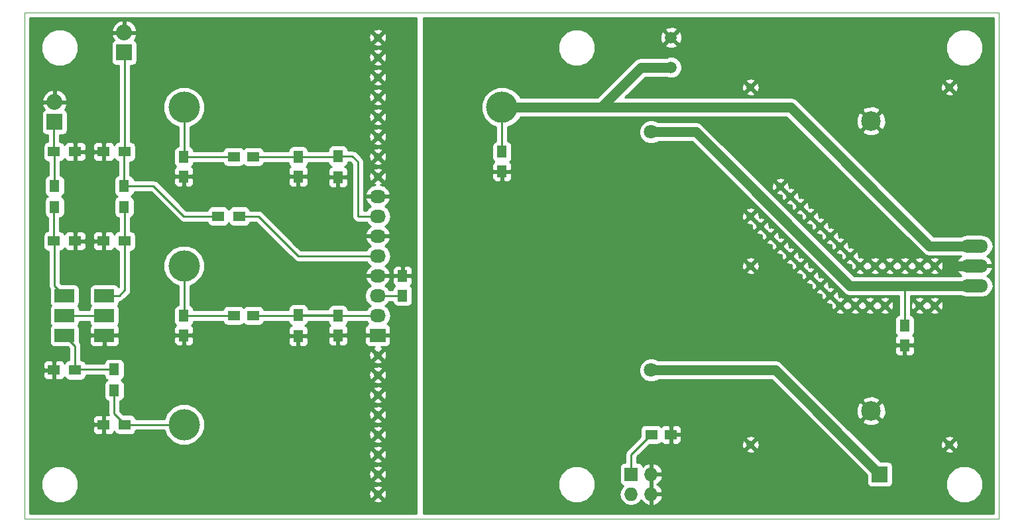
<source format=gbr>
G04 #@! TF.FileFunction,Copper,L2,Bot,Signal*
%FSLAX46Y46*%
G04 Gerber Fmt 4.6, Leading zero omitted, Abs format (unit mm)*
G04 Created by KiCad (PCBNEW (after 2015-mar-04 BZR unknown)-product) date Mon 31 Oct 2016 03:55:16 PM CET*
%MOMM*%
G01*
G04 APERTURE LIST*
%ADD10C,0.100000*%
%ADD11C,0.970000*%
%ADD12C,2.500000*%
%ADD13R,1.250000X1.500000*%
%ADD14R,1.500000X1.250000*%
%ADD15R,1.300000X1.500000*%
%ADD16C,1.501140*%
%ADD17R,2.032000X2.032000*%
%ADD18O,2.032000X2.032000*%
%ADD19R,2.032000X1.727200*%
%ADD20O,2.032000X1.727200*%
%ADD21R,1.727200X1.727200*%
%ADD22O,1.727200X1.727200*%
%ADD23R,1.500000X1.300000*%
%ADD24O,3.500120X1.699260*%
%ADD25C,4.000000*%
%ADD26R,2.540000X1.651000*%
%ADD27C,1.800000*%
%ADD28C,1.270000*%
%ADD29C,0.250000*%
%ADD30C,0.254000*%
G04 APERTURE END LIST*
D10*
X50165000Y-114935000D02*
X50165000Y-50165000D01*
X174625000Y-114935000D02*
X50165000Y-114935000D01*
X174625000Y-50165000D02*
X174625000Y-114935000D01*
X50165000Y-50165000D02*
X174625000Y-50165000D01*
D11*
X95250000Y-111760000D03*
X95250000Y-109220000D03*
X95250000Y-106680000D03*
X95250000Y-104140000D03*
X95250000Y-101600000D03*
X95250000Y-99060000D03*
X95250000Y-96520000D03*
X95250000Y-93980000D03*
X95250000Y-71120000D03*
X95250000Y-68580000D03*
X95250000Y-66040000D03*
X95250000Y-63500000D03*
X95250000Y-60960000D03*
X95250000Y-58420000D03*
X95250000Y-55880000D03*
X95250000Y-53340000D03*
X95250000Y-53340000D03*
X95250000Y-55880000D03*
X95250000Y-58420000D03*
X95250000Y-60960000D03*
X95250000Y-63500000D03*
X95250000Y-66040000D03*
X95250000Y-68580000D03*
X95250000Y-71120000D03*
X95250000Y-71120000D03*
X95250000Y-68580000D03*
X95250000Y-66040000D03*
X95250000Y-63500000D03*
X95250000Y-60960000D03*
X95250000Y-58420000D03*
X95250000Y-55880000D03*
X95250000Y-53340000D03*
X95250000Y-53340000D03*
X95250000Y-55880000D03*
X95250000Y-58420000D03*
X95250000Y-60960000D03*
X95250000Y-63500000D03*
X95250000Y-66040000D03*
X95250000Y-68580000D03*
X95250000Y-71120000D03*
X124460000Y-62230000D03*
D12*
X158275000Y-101100000D03*
D11*
X162560000Y-82550000D03*
X168275000Y-59690000D03*
X160020000Y-87630000D03*
X158115000Y-87630000D03*
X156210000Y-87630000D03*
X154305000Y-87630000D03*
X153035000Y-86360000D03*
X151765000Y-85090000D03*
X150495000Y-83820000D03*
X149225000Y-82550000D03*
X147955000Y-81280000D03*
X146685000Y-80010000D03*
X145415000Y-78740000D03*
X144145000Y-77470000D03*
X166370000Y-82550000D03*
X160655000Y-82550000D03*
X158750000Y-82550000D03*
X156845000Y-82550000D03*
X155575000Y-81280000D03*
X154305000Y-80010000D03*
X153035000Y-78740000D03*
X151765000Y-77470000D03*
X150495000Y-76200000D03*
X149225000Y-74930000D03*
X166370000Y-87630000D03*
X164465000Y-87630000D03*
X164465000Y-82550000D03*
X147955000Y-73660000D03*
X146685000Y-72390000D03*
X142875000Y-76200000D03*
X168275000Y-105410000D03*
X142875000Y-105410000D03*
D12*
X158275000Y-64000000D03*
D11*
X142875000Y-82550000D03*
D13*
X162560000Y-90190000D03*
X162560000Y-92690000D03*
D14*
X130195000Y-104140000D03*
X132695000Y-104140000D03*
D15*
X85090000Y-88820000D03*
X85090000Y-91520000D03*
X90170000Y-68500000D03*
X90170000Y-71200000D03*
D13*
X90170000Y-88920000D03*
X90170000Y-91420000D03*
X85090000Y-68600000D03*
X85090000Y-71100000D03*
X70485000Y-88920000D03*
X70485000Y-91420000D03*
X70485000Y-68600000D03*
X70485000Y-71100000D03*
D16*
X132715000Y-53340000D03*
X132715000Y-57150000D03*
D13*
X111125000Y-67965000D03*
X111125000Y-70465000D03*
D14*
X79355000Y-88900000D03*
X76855000Y-88900000D03*
X79355000Y-68580000D03*
X76855000Y-68580000D03*
D17*
X159385000Y-109220000D03*
D18*
X159385000Y-111760000D03*
D19*
X95250000Y-91440000D03*
D20*
X95250000Y-88900000D03*
X95250000Y-86360000D03*
X95250000Y-83820000D03*
X95250000Y-81280000D03*
X95250000Y-78740000D03*
X95250000Y-76200000D03*
X95250000Y-73660000D03*
D21*
X127635000Y-109220000D03*
D22*
X130175000Y-109220000D03*
X127635000Y-111760000D03*
X130175000Y-111760000D03*
D17*
X53975000Y-64135000D03*
D18*
X53975000Y-61595000D03*
D17*
X62865000Y-55245000D03*
D18*
X62865000Y-52705000D03*
D23*
X62945000Y-102870000D03*
X60245000Y-102870000D03*
D15*
X61595000Y-95805000D03*
X61595000Y-98505000D03*
D23*
X56595000Y-95885000D03*
X53895000Y-95885000D03*
X53895000Y-79375000D03*
X56595000Y-79375000D03*
X62945000Y-79375000D03*
X60245000Y-79375000D03*
D15*
X53975000Y-72310000D03*
X53975000Y-75010000D03*
X62865000Y-72310000D03*
X62865000Y-75010000D03*
D23*
X53895000Y-67945000D03*
X56595000Y-67945000D03*
X62945000Y-67945000D03*
X60245000Y-67945000D03*
D24*
X171450000Y-82550000D03*
X171450000Y-85090000D03*
X171450000Y-80010000D03*
D25*
X70505000Y-62250000D03*
X70505000Y-82550000D03*
X70505000Y-102850000D03*
X111105000Y-102850000D03*
X111105000Y-62250000D03*
D26*
X55245000Y-91440000D03*
X55245000Y-88900000D03*
X55245000Y-86360000D03*
X60325000Y-86360000D03*
X60325000Y-88900000D03*
X60325000Y-91440000D03*
D27*
X130175000Y-95885000D03*
X130175000Y-65405000D03*
D23*
X74850000Y-76200000D03*
X77550000Y-76200000D03*
D11*
X142875000Y-59690000D03*
D13*
X98425000Y-86340000D03*
X98425000Y-83840000D03*
D28*
X168275000Y-82550000D02*
X171450000Y-82550000D01*
D29*
X70505000Y-102850000D02*
X62965000Y-102850000D01*
X62965000Y-102850000D02*
X61595000Y-101480000D01*
X61595000Y-101480000D02*
X61595000Y-98505000D01*
X56595000Y-95885000D02*
X56595000Y-92790000D01*
X56595000Y-92790000D02*
X55245000Y-91440000D01*
X61595000Y-95805000D02*
X56675000Y-95805000D01*
X56675000Y-95805000D02*
X56595000Y-95885000D01*
X55245000Y-88900000D02*
X60325000Y-88900000D01*
X130195000Y-104140000D02*
X130175000Y-104140000D01*
X130175000Y-104140000D02*
X127635000Y-106680000D01*
X127635000Y-106680000D02*
X127635000Y-109220000D01*
D28*
X159385000Y-109220000D02*
X159385000Y-109220000D01*
X146050000Y-95885000D02*
X130175000Y-95885000D01*
X159385000Y-109220000D02*
X146050000Y-95885000D01*
D29*
X79355000Y-88900000D02*
X85010000Y-88900000D01*
X85010000Y-88900000D02*
X85030000Y-88920000D01*
X85030000Y-88920000D02*
X95230000Y-88920000D01*
X95230000Y-88920000D02*
X95250000Y-88900000D01*
X90070000Y-88820000D02*
X90170000Y-88920000D01*
X85090000Y-88820000D02*
X90070000Y-88820000D01*
X53895000Y-79375000D02*
X53895000Y-75090000D01*
X53895000Y-75090000D02*
X53975000Y-75010000D01*
X55245000Y-86360000D02*
X53975000Y-85090000D01*
X53975000Y-85090000D02*
X53975000Y-79455000D01*
X53975000Y-79455000D02*
X53895000Y-79375000D01*
X62945000Y-79375000D02*
X62945000Y-75090000D01*
X62945000Y-75090000D02*
X62865000Y-75010000D01*
X60325000Y-86360000D02*
X62230000Y-86360000D01*
X62945000Y-85645000D02*
X62945000Y-79375000D01*
X62230000Y-86360000D02*
X62945000Y-85645000D01*
X90170000Y-68500000D02*
X91995000Y-68500000D01*
X92710000Y-76200000D02*
X95250000Y-76200000D01*
X92710000Y-69215000D02*
X92710000Y-76200000D01*
X91995000Y-68500000D02*
X92710000Y-69215000D01*
X85090000Y-68600000D02*
X90070000Y-68600000D01*
X90070000Y-68600000D02*
X90170000Y-68500000D01*
X79355000Y-68580000D02*
X85070000Y-68580000D01*
X85070000Y-68580000D02*
X85090000Y-68600000D01*
X70505000Y-82550000D02*
X70505000Y-88900000D01*
X70505000Y-88900000D02*
X76855000Y-88900000D01*
X70485000Y-68600000D02*
X76835000Y-68600000D01*
X76835000Y-68600000D02*
X76855000Y-68580000D01*
X70505000Y-62250000D02*
X70505000Y-68580000D01*
X70505000Y-68580000D02*
X70485000Y-68600000D01*
X80010000Y-76200000D02*
X85090000Y-81280000D01*
X85090000Y-81280000D02*
X95250000Y-81280000D01*
X77550000Y-76200000D02*
X80010000Y-76200000D01*
X53895000Y-67945000D02*
X53895000Y-64215000D01*
X53895000Y-64215000D02*
X53975000Y-64135000D01*
X53975000Y-72310000D02*
X53975000Y-68025000D01*
X53975000Y-68025000D02*
X53895000Y-67945000D01*
X62945000Y-67945000D02*
X62945000Y-55325000D01*
X62945000Y-55325000D02*
X62865000Y-55245000D01*
X62945000Y-67945000D02*
X62945000Y-57865000D01*
X62865000Y-72310000D02*
X62865000Y-68025000D01*
X62865000Y-68025000D02*
X62945000Y-67945000D01*
X66595000Y-72310000D02*
X70485000Y-76200000D01*
X70485000Y-76200000D02*
X74850000Y-76200000D01*
X62865000Y-72310000D02*
X66595000Y-72310000D01*
X162560000Y-90190000D02*
X162560000Y-85090000D01*
X162560000Y-85090000D02*
X163195000Y-85090000D01*
D28*
X130175000Y-65405000D02*
X135890000Y-65405000D01*
X155575000Y-85090000D02*
X163195000Y-85090000D01*
X163195000Y-85090000D02*
X171450000Y-85090000D01*
X135890000Y-65405000D02*
X155575000Y-85090000D01*
X124460000Y-62230000D02*
X124460000Y-61595000D01*
X124460000Y-61595000D02*
X128905000Y-57150000D01*
X128905000Y-57150000D02*
X132715000Y-57150000D01*
D29*
X95250000Y-86360000D02*
X98405000Y-86360000D01*
X98405000Y-86360000D02*
X98425000Y-86340000D01*
X111105000Y-62250000D02*
X111105000Y-67945000D01*
X111105000Y-67945000D02*
X111125000Y-67965000D01*
D28*
X132715000Y-57150000D02*
X128905000Y-57150000D01*
X128905000Y-57150000D02*
X123805000Y-62250000D01*
X171450000Y-80010000D02*
X165735000Y-80010000D01*
X147975000Y-62250000D02*
X123805000Y-62250000D01*
X123805000Y-62250000D02*
X111105000Y-62250000D01*
X165735000Y-80010000D02*
X147975000Y-62250000D01*
D30*
G36*
X173940000Y-114250000D02*
X173881786Y-114250000D01*
X173881786Y-85090000D01*
X173881786Y-80010000D01*
X173768775Y-79441857D01*
X173446948Y-78960208D01*
X172965299Y-78638381D01*
X172565473Y-78558850D01*
X172565473Y-54137664D01*
X172203134Y-53260737D01*
X171532792Y-52589224D01*
X170656499Y-52225355D01*
X169707664Y-52224527D01*
X168830737Y-52586866D01*
X168159224Y-53257208D01*
X167795355Y-54133501D01*
X167794527Y-55082336D01*
X168156866Y-55959263D01*
X168827208Y-56630776D01*
X169703501Y-56994645D01*
X170652336Y-56995473D01*
X171529263Y-56633134D01*
X172200776Y-55962792D01*
X172564645Y-55086499D01*
X172565473Y-54137664D01*
X172565473Y-78558850D01*
X172397156Y-78525370D01*
X170502844Y-78525370D01*
X169934701Y-78638381D01*
X169782617Y-78740000D01*
X169408149Y-78740000D01*
X169408149Y-59831436D01*
X169376018Y-59387032D01*
X169267768Y-59125692D01*
X169054200Y-59090405D01*
X168874595Y-59270010D01*
X168874595Y-58910800D01*
X168839308Y-58697232D01*
X168416436Y-58556851D01*
X167972032Y-58588982D01*
X167710692Y-58697232D01*
X167675405Y-58910800D01*
X168275000Y-59510395D01*
X168874595Y-58910800D01*
X168874595Y-59270010D01*
X168454605Y-59690000D01*
X169054200Y-60289595D01*
X169267768Y-60254308D01*
X169408149Y-59831436D01*
X169408149Y-78740000D01*
X168874595Y-78740000D01*
X168874595Y-60469200D01*
X168275000Y-59869605D01*
X168095395Y-60049210D01*
X168095395Y-59690000D01*
X167495800Y-59090405D01*
X167282232Y-59125692D01*
X167141851Y-59548564D01*
X167173982Y-59992968D01*
X167282232Y-60254308D01*
X167495800Y-60289595D01*
X168095395Y-59690000D01*
X168095395Y-60049210D01*
X167675405Y-60469200D01*
X167710692Y-60682768D01*
X168133564Y-60823149D01*
X168577968Y-60791018D01*
X168839308Y-60682768D01*
X168874595Y-60469200D01*
X168874595Y-78740000D01*
X166261052Y-78740000D01*
X160169388Y-72648336D01*
X160169388Y-64324194D01*
X160149250Y-63574565D01*
X159901123Y-62975533D01*
X159608320Y-62846285D01*
X159428715Y-63025890D01*
X159428715Y-62666680D01*
X159299467Y-62373877D01*
X158599194Y-62105612D01*
X157849565Y-62125750D01*
X157250533Y-62373877D01*
X157121285Y-62666680D01*
X158275000Y-63820395D01*
X159428715Y-62666680D01*
X159428715Y-63025890D01*
X158454605Y-64000000D01*
X159608320Y-65153715D01*
X159901123Y-65024467D01*
X160169388Y-64324194D01*
X160169388Y-72648336D01*
X159428715Y-71907663D01*
X159428715Y-65333320D01*
X158275000Y-64179605D01*
X158095395Y-64359210D01*
X158095395Y-64000000D01*
X156941680Y-62846285D01*
X156648877Y-62975533D01*
X156380612Y-63675806D01*
X156400750Y-64425435D01*
X156648877Y-65024467D01*
X156941680Y-65153715D01*
X158095395Y-64000000D01*
X158095395Y-64359210D01*
X157121285Y-65333320D01*
X157250533Y-65626123D01*
X157950806Y-65894388D01*
X158700435Y-65874250D01*
X159299467Y-65626123D01*
X159428715Y-65333320D01*
X159428715Y-71907663D01*
X148873026Y-61351974D01*
X148461008Y-61076673D01*
X147975000Y-60979999D01*
X147974994Y-60980000D01*
X144008149Y-60980000D01*
X144008149Y-59831436D01*
X143976018Y-59387032D01*
X143867768Y-59125692D01*
X143654200Y-59090405D01*
X143474595Y-59270010D01*
X143474595Y-58910800D01*
X143439308Y-58697232D01*
X143016436Y-58556851D01*
X142572032Y-58588982D01*
X142310692Y-58697232D01*
X142275405Y-58910800D01*
X142875000Y-59510395D01*
X143474595Y-58910800D01*
X143474595Y-59270010D01*
X143054605Y-59690000D01*
X143654200Y-60289595D01*
X143867768Y-60254308D01*
X144008149Y-59831436D01*
X144008149Y-60980000D01*
X143474595Y-60980000D01*
X143474595Y-60469200D01*
X142875000Y-59869605D01*
X142695395Y-60049210D01*
X142695395Y-59690000D01*
X142095800Y-59090405D01*
X141882232Y-59125692D01*
X141741851Y-59548564D01*
X141773982Y-59992968D01*
X141882232Y-60254308D01*
X142095800Y-60289595D01*
X142695395Y-59690000D01*
X142695395Y-60049210D01*
X142275405Y-60469200D01*
X142310692Y-60682768D01*
X142733564Y-60823149D01*
X143177968Y-60791018D01*
X143439308Y-60682768D01*
X143474595Y-60469200D01*
X143474595Y-60980000D01*
X134112767Y-60980000D01*
X134112767Y-53544966D01*
X134084805Y-52994462D01*
X133927931Y-52615735D01*
X133686930Y-52547675D01*
X133507325Y-52727280D01*
X133507325Y-52368070D01*
X133439265Y-52127069D01*
X132919966Y-51942233D01*
X132369462Y-51970195D01*
X131990735Y-52127069D01*
X131922675Y-52368070D01*
X132715000Y-53160395D01*
X133507325Y-52368070D01*
X133507325Y-52727280D01*
X132894605Y-53340000D01*
X133686930Y-54132325D01*
X133927931Y-54064265D01*
X134112767Y-53544966D01*
X134112767Y-60980000D01*
X126871051Y-60980000D01*
X129431051Y-58420000D01*
X132160441Y-58420000D01*
X132438184Y-58535329D01*
X132989398Y-58535810D01*
X133498837Y-58325314D01*
X133888944Y-57935887D01*
X134100329Y-57426816D01*
X134100810Y-56875602D01*
X133890314Y-56366163D01*
X133507325Y-55982505D01*
X133507325Y-54311930D01*
X132715000Y-53519605D01*
X132535395Y-53699210D01*
X132535395Y-53340000D01*
X131743070Y-52547675D01*
X131502069Y-52615735D01*
X131317233Y-53135034D01*
X131345195Y-53685538D01*
X131502069Y-54064265D01*
X131743070Y-54132325D01*
X132535395Y-53340000D01*
X132535395Y-53699210D01*
X131922675Y-54311930D01*
X131990735Y-54552931D01*
X132510034Y-54737767D01*
X133060538Y-54709805D01*
X133439265Y-54552931D01*
X133507325Y-54311930D01*
X133507325Y-55982505D01*
X133500887Y-55976056D01*
X132991816Y-55764671D01*
X132440602Y-55764190D01*
X132160320Y-55880000D01*
X128905000Y-55880000D01*
X128418992Y-55976673D01*
X128006974Y-56251974D01*
X128006971Y-56251977D01*
X123561974Y-60696973D01*
X123561974Y-60696974D01*
X123561973Y-60696974D01*
X123278948Y-60980000D01*
X123035473Y-60980000D01*
X123035473Y-54137664D01*
X122673134Y-53260737D01*
X122002792Y-52589224D01*
X121126499Y-52225355D01*
X120177664Y-52224527D01*
X119300737Y-52586866D01*
X118629224Y-53257208D01*
X118265355Y-54133501D01*
X118264527Y-55082336D01*
X118626866Y-55959263D01*
X119297208Y-56630776D01*
X120173501Y-56994645D01*
X121122336Y-56995473D01*
X121999263Y-56633134D01*
X122670776Y-55962792D01*
X123034645Y-55086499D01*
X123035473Y-54137664D01*
X123035473Y-60980000D01*
X113431321Y-60980000D01*
X113340147Y-60759342D01*
X112599557Y-60017458D01*
X111631433Y-59615458D01*
X110583166Y-59614543D01*
X109614342Y-60014853D01*
X108872458Y-60755443D01*
X108470458Y-61723567D01*
X108469543Y-62771834D01*
X108869853Y-63740658D01*
X109610443Y-64482542D01*
X110345000Y-64787556D01*
X110345000Y-66597633D01*
X110257877Y-66614537D01*
X110045073Y-66754327D01*
X109902623Y-66965360D01*
X109852560Y-67215000D01*
X109852560Y-68715000D01*
X109899537Y-68957123D01*
X110039327Y-69169927D01*
X110103637Y-69213337D01*
X109961673Y-69355302D01*
X109865000Y-69588691D01*
X109865000Y-70179250D01*
X110023750Y-70338000D01*
X110998000Y-70338000D01*
X110998000Y-70318000D01*
X111252000Y-70318000D01*
X111252000Y-70338000D01*
X112226250Y-70338000D01*
X112385000Y-70179250D01*
X112385000Y-69588691D01*
X112288327Y-69355302D01*
X112146849Y-69213823D01*
X112204927Y-69175673D01*
X112347377Y-68964640D01*
X112397440Y-68715000D01*
X112397440Y-67215000D01*
X112350463Y-66972877D01*
X112210673Y-66760073D01*
X111999640Y-66617623D01*
X111865000Y-66590622D01*
X111865000Y-64787048D01*
X112595658Y-64485147D01*
X113337542Y-63744557D01*
X113430786Y-63520000D01*
X123804994Y-63520000D01*
X123805000Y-63520001D01*
X123805000Y-63520000D01*
X123805005Y-63520000D01*
X147448948Y-63520000D01*
X164836974Y-80908026D01*
X165248992Y-81183327D01*
X165735000Y-81280001D01*
X165735000Y-81280000D01*
X165735005Y-81280000D01*
X169782617Y-81280000D01*
X169790872Y-81285516D01*
X169409976Y-81590011D01*
X169129351Y-82099190D01*
X169108460Y-82193168D01*
X169229786Y-82423000D01*
X171323000Y-82423000D01*
X171323000Y-82403000D01*
X171577000Y-82403000D01*
X171577000Y-82423000D01*
X173670214Y-82423000D01*
X173791540Y-82193168D01*
X173770649Y-82099190D01*
X173490024Y-81590011D01*
X173109127Y-81285516D01*
X173446948Y-81059792D01*
X173768775Y-80578143D01*
X173881786Y-80010000D01*
X173881786Y-85090000D01*
X173768775Y-84521857D01*
X173446948Y-84040208D01*
X173109127Y-83814483D01*
X173490024Y-83509989D01*
X173770649Y-83000810D01*
X173791540Y-82906832D01*
X173670214Y-82677000D01*
X171577000Y-82677000D01*
X171577000Y-82697000D01*
X171323000Y-82697000D01*
X171323000Y-82677000D01*
X169229786Y-82677000D01*
X169108460Y-82906832D01*
X169129351Y-83000810D01*
X169409976Y-83509989D01*
X169790872Y-83814483D01*
X169782617Y-83820000D01*
X167503149Y-83820000D01*
X167503149Y-82691436D01*
X167471018Y-82247032D01*
X167362768Y-81985692D01*
X167149200Y-81950405D01*
X166969595Y-82130010D01*
X166969595Y-81770800D01*
X166934308Y-81557232D01*
X166511436Y-81416851D01*
X166067032Y-81448982D01*
X165805692Y-81557232D01*
X165770405Y-81770800D01*
X166370000Y-82370395D01*
X166969595Y-81770800D01*
X166969595Y-82130010D01*
X166549605Y-82550000D01*
X167149200Y-83149595D01*
X167362768Y-83114308D01*
X167503149Y-82691436D01*
X167503149Y-83820000D01*
X166969595Y-83820000D01*
X166969595Y-83329200D01*
X166370000Y-82729605D01*
X166190395Y-82909210D01*
X166190395Y-82550000D01*
X165590800Y-81950405D01*
X165417500Y-81979038D01*
X165244200Y-81950405D01*
X165064595Y-82130010D01*
X165064595Y-81770800D01*
X165029308Y-81557232D01*
X164606436Y-81416851D01*
X164162032Y-81448982D01*
X163900692Y-81557232D01*
X163865405Y-81770800D01*
X164465000Y-82370395D01*
X165064595Y-81770800D01*
X165064595Y-82130010D01*
X164644605Y-82550000D01*
X165244200Y-83149595D01*
X165417500Y-83120961D01*
X165590800Y-83149595D01*
X166190395Y-82550000D01*
X166190395Y-82909210D01*
X165770405Y-83329200D01*
X165805692Y-83542768D01*
X166228564Y-83683149D01*
X166672968Y-83651018D01*
X166934308Y-83542768D01*
X166969595Y-83329200D01*
X166969595Y-83820000D01*
X165064595Y-83820000D01*
X165064595Y-83329200D01*
X164465000Y-82729605D01*
X164285395Y-82909210D01*
X164285395Y-82550000D01*
X163685800Y-81950405D01*
X163512500Y-81979038D01*
X163339200Y-81950405D01*
X163159595Y-82130010D01*
X163159595Y-81770800D01*
X163124308Y-81557232D01*
X162701436Y-81416851D01*
X162257032Y-81448982D01*
X161995692Y-81557232D01*
X161960405Y-81770800D01*
X162560000Y-82370395D01*
X163159595Y-81770800D01*
X163159595Y-82130010D01*
X162739605Y-82550000D01*
X163339200Y-83149595D01*
X163512500Y-83120961D01*
X163685800Y-83149595D01*
X164285395Y-82550000D01*
X164285395Y-82909210D01*
X163865405Y-83329200D01*
X163900692Y-83542768D01*
X164323564Y-83683149D01*
X164767968Y-83651018D01*
X165029308Y-83542768D01*
X165064595Y-83329200D01*
X165064595Y-83820000D01*
X163195000Y-83820000D01*
X163159595Y-83820000D01*
X163159595Y-83329200D01*
X162560000Y-82729605D01*
X162380395Y-82909210D01*
X162380395Y-82550000D01*
X161780800Y-81950405D01*
X161607500Y-81979038D01*
X161434200Y-81950405D01*
X161254595Y-82130010D01*
X161254595Y-81770800D01*
X161219308Y-81557232D01*
X160796436Y-81416851D01*
X160352032Y-81448982D01*
X160090692Y-81557232D01*
X160055405Y-81770800D01*
X160655000Y-82370395D01*
X161254595Y-81770800D01*
X161254595Y-82130010D01*
X160834605Y-82550000D01*
X161434200Y-83149595D01*
X161607500Y-83120961D01*
X161780800Y-83149595D01*
X162380395Y-82550000D01*
X162380395Y-82909210D01*
X161960405Y-83329200D01*
X161995692Y-83542768D01*
X162418564Y-83683149D01*
X162862968Y-83651018D01*
X163124308Y-83542768D01*
X163159595Y-83329200D01*
X163159595Y-83820000D01*
X161254595Y-83820000D01*
X161254595Y-83329200D01*
X160655000Y-82729605D01*
X160475395Y-82909210D01*
X160475395Y-82550000D01*
X159875800Y-81950405D01*
X159702500Y-81979038D01*
X159529200Y-81950405D01*
X159349595Y-82130010D01*
X159349595Y-81770800D01*
X159314308Y-81557232D01*
X158891436Y-81416851D01*
X158447032Y-81448982D01*
X158185692Y-81557232D01*
X158150405Y-81770800D01*
X158750000Y-82370395D01*
X159349595Y-81770800D01*
X159349595Y-82130010D01*
X158929605Y-82550000D01*
X159529200Y-83149595D01*
X159702500Y-83120961D01*
X159875800Y-83149595D01*
X160475395Y-82550000D01*
X160475395Y-82909210D01*
X160055405Y-83329200D01*
X160090692Y-83542768D01*
X160513564Y-83683149D01*
X160957968Y-83651018D01*
X161219308Y-83542768D01*
X161254595Y-83329200D01*
X161254595Y-83820000D01*
X159349595Y-83820000D01*
X159349595Y-83329200D01*
X158750000Y-82729605D01*
X158570395Y-82909210D01*
X158570395Y-82550000D01*
X157970800Y-81950405D01*
X157797500Y-81979038D01*
X157624200Y-81950405D01*
X157444595Y-82130010D01*
X157444595Y-81770800D01*
X157409308Y-81557232D01*
X156986436Y-81416851D01*
X156702864Y-81437353D01*
X156708149Y-81421436D01*
X156676018Y-80977032D01*
X156567768Y-80715692D01*
X156354200Y-80680405D01*
X156174595Y-80860010D01*
X156174595Y-80500800D01*
X156139308Y-80287232D01*
X155716436Y-80146851D01*
X155432864Y-80167353D01*
X155438149Y-80151436D01*
X155406018Y-79707032D01*
X155297768Y-79445692D01*
X155084200Y-79410405D01*
X154904595Y-79590010D01*
X154904595Y-79230800D01*
X154869308Y-79017232D01*
X154446436Y-78876851D01*
X154162864Y-78897353D01*
X154168149Y-78881436D01*
X154136018Y-78437032D01*
X154027768Y-78175692D01*
X153814200Y-78140405D01*
X153634595Y-78320010D01*
X153634595Y-77960800D01*
X153599308Y-77747232D01*
X153176436Y-77606851D01*
X152892864Y-77627353D01*
X152898149Y-77611436D01*
X152866018Y-77167032D01*
X152757768Y-76905692D01*
X152544200Y-76870405D01*
X152364595Y-77050010D01*
X152364595Y-76690800D01*
X152329308Y-76477232D01*
X151906436Y-76336851D01*
X151622864Y-76357353D01*
X151628149Y-76341436D01*
X151596018Y-75897032D01*
X151487768Y-75635692D01*
X151274200Y-75600405D01*
X151094595Y-75780010D01*
X151094595Y-75420800D01*
X151059308Y-75207232D01*
X150636436Y-75066851D01*
X150352864Y-75087353D01*
X150358149Y-75071436D01*
X150326018Y-74627032D01*
X150217768Y-74365692D01*
X150004200Y-74330405D01*
X149824595Y-74510010D01*
X149824595Y-74150800D01*
X149789308Y-73937232D01*
X149366436Y-73796851D01*
X149082864Y-73817353D01*
X149088149Y-73801436D01*
X149056018Y-73357032D01*
X148947768Y-73095692D01*
X148734200Y-73060405D01*
X148554595Y-73240010D01*
X148554595Y-72880800D01*
X148519308Y-72667232D01*
X148096436Y-72526851D01*
X147812864Y-72547353D01*
X147818149Y-72531436D01*
X147786018Y-72087032D01*
X147677768Y-71825692D01*
X147464200Y-71790405D01*
X147284595Y-71970010D01*
X147284595Y-71610800D01*
X147249308Y-71397232D01*
X146826436Y-71256851D01*
X146382032Y-71288982D01*
X146120692Y-71397232D01*
X146085405Y-71610800D01*
X146685000Y-72210395D01*
X147284595Y-71610800D01*
X147284595Y-71970010D01*
X146864605Y-72390000D01*
X147355405Y-72880800D01*
X147464200Y-72989595D01*
X147955000Y-73480395D01*
X148554595Y-72880800D01*
X148554595Y-73240010D01*
X148134605Y-73660000D01*
X148625405Y-74150800D01*
X148734200Y-74259595D01*
X149225000Y-74750395D01*
X149824595Y-74150800D01*
X149824595Y-74510010D01*
X149404605Y-74930000D01*
X149895405Y-75420800D01*
X150004200Y-75529595D01*
X150495000Y-76020395D01*
X151094595Y-75420800D01*
X151094595Y-75780010D01*
X150674605Y-76200000D01*
X151165405Y-76690800D01*
X151274200Y-76799595D01*
X151765000Y-77290395D01*
X152364595Y-76690800D01*
X152364595Y-77050010D01*
X151944605Y-77470000D01*
X152435405Y-77960800D01*
X152544200Y-78069595D01*
X153035000Y-78560395D01*
X153634595Y-77960800D01*
X153634595Y-78320010D01*
X153214605Y-78740000D01*
X153705405Y-79230800D01*
X153814200Y-79339595D01*
X154305000Y-79830395D01*
X154904595Y-79230800D01*
X154904595Y-79590010D01*
X154484605Y-80010000D01*
X154975405Y-80500800D01*
X155084200Y-80609595D01*
X155575000Y-81100395D01*
X156174595Y-80500800D01*
X156174595Y-80860010D01*
X155754605Y-81280000D01*
X156245405Y-81770800D01*
X156354200Y-81879595D01*
X156845000Y-82370395D01*
X157444595Y-81770800D01*
X157444595Y-82130010D01*
X157024605Y-82550000D01*
X157624200Y-83149595D01*
X157797500Y-83120961D01*
X157970800Y-83149595D01*
X158570395Y-82550000D01*
X158570395Y-82909210D01*
X158150405Y-83329200D01*
X158185692Y-83542768D01*
X158608564Y-83683149D01*
X159052968Y-83651018D01*
X159314308Y-83542768D01*
X159349595Y-83329200D01*
X159349595Y-83820000D01*
X157444595Y-83820000D01*
X157444595Y-83329200D01*
X156845000Y-82729605D01*
X156665395Y-82909210D01*
X156665395Y-82550000D01*
X156174595Y-82059200D01*
X156065800Y-81950405D01*
X155575000Y-81459605D01*
X155395395Y-81639210D01*
X155395395Y-81280000D01*
X154904595Y-80789200D01*
X154795800Y-80680405D01*
X154305000Y-80189605D01*
X154125395Y-80369210D01*
X154125395Y-80010000D01*
X153634595Y-79519200D01*
X153525800Y-79410405D01*
X153035000Y-78919605D01*
X152855395Y-79099210D01*
X152855395Y-78740000D01*
X152364595Y-78249200D01*
X152255800Y-78140405D01*
X151765000Y-77649605D01*
X151585395Y-77829210D01*
X151585395Y-77470000D01*
X151094595Y-76979200D01*
X150985800Y-76870405D01*
X150495000Y-76379605D01*
X150315395Y-76559210D01*
X150315395Y-76200000D01*
X149824595Y-75709200D01*
X149715800Y-75600405D01*
X149225000Y-75109605D01*
X149045395Y-75289210D01*
X149045395Y-74930000D01*
X148554595Y-74439200D01*
X148445800Y-74330405D01*
X147955000Y-73839605D01*
X147775395Y-74019210D01*
X147775395Y-73660000D01*
X147284595Y-73169200D01*
X147175800Y-73060405D01*
X146685000Y-72569605D01*
X146505395Y-72749210D01*
X146505395Y-72390000D01*
X145905800Y-71790405D01*
X145692232Y-71825692D01*
X145551851Y-72248564D01*
X145583982Y-72692968D01*
X145692232Y-72954308D01*
X145905800Y-72989595D01*
X146505395Y-72390000D01*
X146505395Y-72749210D01*
X146085405Y-73169200D01*
X146120692Y-73382768D01*
X146543564Y-73523149D01*
X146827135Y-73502646D01*
X146821851Y-73518564D01*
X146853982Y-73962968D01*
X146962232Y-74224308D01*
X147175800Y-74259595D01*
X147775395Y-73660000D01*
X147775395Y-74019210D01*
X147355405Y-74439200D01*
X147390692Y-74652768D01*
X147813564Y-74793149D01*
X148097135Y-74772646D01*
X148091851Y-74788564D01*
X148123982Y-75232968D01*
X148232232Y-75494308D01*
X148445800Y-75529595D01*
X149045395Y-74930000D01*
X149045395Y-75289210D01*
X148625405Y-75709200D01*
X148660692Y-75922768D01*
X149083564Y-76063149D01*
X149367135Y-76042646D01*
X149361851Y-76058564D01*
X149393982Y-76502968D01*
X149502232Y-76764308D01*
X149715800Y-76799595D01*
X150315395Y-76200000D01*
X150315395Y-76559210D01*
X149895405Y-76979200D01*
X149930692Y-77192768D01*
X150353564Y-77333149D01*
X150637135Y-77312646D01*
X150631851Y-77328564D01*
X150663982Y-77772968D01*
X150772232Y-78034308D01*
X150985800Y-78069595D01*
X151585395Y-77470000D01*
X151585395Y-77829210D01*
X151165405Y-78249200D01*
X151200692Y-78462768D01*
X151623564Y-78603149D01*
X151907135Y-78582646D01*
X151901851Y-78598564D01*
X151933982Y-79042968D01*
X152042232Y-79304308D01*
X152255800Y-79339595D01*
X152855395Y-78740000D01*
X152855395Y-79099210D01*
X152435405Y-79519200D01*
X152470692Y-79732768D01*
X152893564Y-79873149D01*
X153177135Y-79852646D01*
X153171851Y-79868564D01*
X153203982Y-80312968D01*
X153312232Y-80574308D01*
X153525800Y-80609595D01*
X154125395Y-80010000D01*
X154125395Y-80369210D01*
X153705405Y-80789200D01*
X153740692Y-81002768D01*
X154163564Y-81143149D01*
X154447135Y-81122646D01*
X154441851Y-81138564D01*
X154473982Y-81582968D01*
X154582232Y-81844308D01*
X154795800Y-81879595D01*
X155395395Y-81280000D01*
X155395395Y-81639210D01*
X154975405Y-82059200D01*
X155010692Y-82272768D01*
X155433564Y-82413149D01*
X155717135Y-82392646D01*
X155711851Y-82408564D01*
X155743982Y-82852968D01*
X155852232Y-83114308D01*
X156065800Y-83149595D01*
X156665395Y-82550000D01*
X156665395Y-82909210D01*
X156245405Y-83329200D01*
X156280692Y-83542768D01*
X156703564Y-83683149D01*
X157147968Y-83651018D01*
X157409308Y-83542768D01*
X157444595Y-83329200D01*
X157444595Y-83820000D01*
X156101052Y-83820000D01*
X136788026Y-64506974D01*
X136376008Y-64231673D01*
X135890000Y-64134999D01*
X135889994Y-64135000D01*
X131076140Y-64135000D01*
X131045643Y-64104449D01*
X130481670Y-63870267D01*
X129871009Y-63869735D01*
X129306629Y-64102932D01*
X128874449Y-64534357D01*
X128640267Y-65098330D01*
X128639735Y-65708991D01*
X128872932Y-66273371D01*
X129304357Y-66705551D01*
X129868330Y-66939733D01*
X130478991Y-66940265D01*
X131043371Y-66707068D01*
X131075495Y-66675000D01*
X135363948Y-66675000D01*
X154676974Y-85988026D01*
X155088992Y-86263327D01*
X155575000Y-86360001D01*
X155575000Y-86360000D01*
X155575005Y-86360000D01*
X161800000Y-86360000D01*
X161800000Y-88818752D01*
X161692877Y-88839537D01*
X161480073Y-88979327D01*
X161337623Y-89190360D01*
X161287560Y-89440000D01*
X161287560Y-90940000D01*
X161334537Y-91182123D01*
X161474327Y-91394927D01*
X161538637Y-91438337D01*
X161396673Y-91580302D01*
X161300000Y-91813691D01*
X161300000Y-92404250D01*
X161458750Y-92563000D01*
X162433000Y-92563000D01*
X162433000Y-92543000D01*
X162687000Y-92543000D01*
X162687000Y-92563000D01*
X163661250Y-92563000D01*
X163820000Y-92404250D01*
X163820000Y-91813691D01*
X163723327Y-91580302D01*
X163581849Y-91438823D01*
X163639927Y-91400673D01*
X163782377Y-91189640D01*
X163832440Y-90940000D01*
X163832440Y-89440000D01*
X163785463Y-89197877D01*
X163645673Y-88985073D01*
X163434640Y-88842623D01*
X163320000Y-88819633D01*
X163320000Y-86360000D01*
X169782617Y-86360000D01*
X169934701Y-86461619D01*
X170502844Y-86574630D01*
X172397156Y-86574630D01*
X172965299Y-86461619D01*
X173446948Y-86139792D01*
X173768775Y-85658143D01*
X173881786Y-85090000D01*
X173881786Y-114250000D01*
X172565473Y-114250000D01*
X172565473Y-110017664D01*
X172203134Y-109140737D01*
X171532792Y-108469224D01*
X170656499Y-108105355D01*
X169707664Y-108104527D01*
X169408149Y-108228284D01*
X169408149Y-105551436D01*
X169376018Y-105107032D01*
X169267768Y-104845692D01*
X169054200Y-104810405D01*
X168874595Y-104990010D01*
X168874595Y-104630800D01*
X168839308Y-104417232D01*
X168416436Y-104276851D01*
X167972032Y-104308982D01*
X167710692Y-104417232D01*
X167675405Y-104630800D01*
X168275000Y-105230395D01*
X168874595Y-104630800D01*
X168874595Y-104990010D01*
X168454605Y-105410000D01*
X169054200Y-106009595D01*
X169267768Y-105974308D01*
X169408149Y-105551436D01*
X169408149Y-108228284D01*
X168874595Y-108448744D01*
X168874595Y-106189200D01*
X168275000Y-105589605D01*
X168095395Y-105769210D01*
X168095395Y-105410000D01*
X167503149Y-104817754D01*
X167503149Y-87771436D01*
X167471018Y-87327032D01*
X167362768Y-87065692D01*
X167149200Y-87030405D01*
X166969595Y-87210010D01*
X166969595Y-86850800D01*
X166934308Y-86637232D01*
X166511436Y-86496851D01*
X166067032Y-86528982D01*
X165805692Y-86637232D01*
X165770405Y-86850800D01*
X166370000Y-87450395D01*
X166969595Y-86850800D01*
X166969595Y-87210010D01*
X166549605Y-87630000D01*
X167149200Y-88229595D01*
X167362768Y-88194308D01*
X167503149Y-87771436D01*
X167503149Y-104817754D01*
X167495800Y-104810405D01*
X167282232Y-104845692D01*
X167141851Y-105268564D01*
X167173982Y-105712968D01*
X167282232Y-105974308D01*
X167495800Y-106009595D01*
X168095395Y-105410000D01*
X168095395Y-105769210D01*
X167675405Y-106189200D01*
X167710692Y-106402768D01*
X168133564Y-106543149D01*
X168577968Y-106511018D01*
X168839308Y-106402768D01*
X168874595Y-106189200D01*
X168874595Y-108448744D01*
X168830737Y-108466866D01*
X168159224Y-109137208D01*
X167795355Y-110013501D01*
X167794527Y-110962336D01*
X168156866Y-111839263D01*
X168827208Y-112510776D01*
X169703501Y-112874645D01*
X170652336Y-112875473D01*
X171529263Y-112513134D01*
X172200776Y-111842792D01*
X172564645Y-110966499D01*
X172565473Y-110017664D01*
X172565473Y-114250000D01*
X166969595Y-114250000D01*
X166969595Y-88409200D01*
X166370000Y-87809605D01*
X166190395Y-87989210D01*
X166190395Y-87630000D01*
X165590800Y-87030405D01*
X165417500Y-87059038D01*
X165244200Y-87030405D01*
X165064595Y-87210010D01*
X165064595Y-86850800D01*
X165029308Y-86637232D01*
X164606436Y-86496851D01*
X164162032Y-86528982D01*
X163900692Y-86637232D01*
X163865405Y-86850800D01*
X164465000Y-87450395D01*
X165064595Y-86850800D01*
X165064595Y-87210010D01*
X164644605Y-87630000D01*
X165244200Y-88229595D01*
X165417500Y-88200961D01*
X165590800Y-88229595D01*
X166190395Y-87630000D01*
X166190395Y-87989210D01*
X165770405Y-88409200D01*
X165805692Y-88622768D01*
X166228564Y-88763149D01*
X166672968Y-88731018D01*
X166934308Y-88622768D01*
X166969595Y-88409200D01*
X166969595Y-114250000D01*
X165064595Y-114250000D01*
X165064595Y-88409200D01*
X164465000Y-87809605D01*
X164285395Y-87989210D01*
X164285395Y-87630000D01*
X163685800Y-87030405D01*
X163472232Y-87065692D01*
X163331851Y-87488564D01*
X163363982Y-87932968D01*
X163472232Y-88194308D01*
X163685800Y-88229595D01*
X164285395Y-87630000D01*
X164285395Y-87989210D01*
X163865405Y-88409200D01*
X163900692Y-88622768D01*
X164323564Y-88763149D01*
X164767968Y-88731018D01*
X165029308Y-88622768D01*
X165064595Y-88409200D01*
X165064595Y-114250000D01*
X163820000Y-114250000D01*
X163820000Y-93566309D01*
X163820000Y-92975750D01*
X163661250Y-92817000D01*
X162687000Y-92817000D01*
X162687000Y-93916250D01*
X162845750Y-94075000D01*
X163058691Y-94075000D01*
X163311310Y-94075000D01*
X163544699Y-93978327D01*
X163723327Y-93799698D01*
X163820000Y-93566309D01*
X163820000Y-114250000D01*
X162433000Y-114250000D01*
X162433000Y-93916250D01*
X162433000Y-92817000D01*
X161458750Y-92817000D01*
X161300000Y-92975750D01*
X161300000Y-93566309D01*
X161396673Y-93799698D01*
X161575301Y-93978327D01*
X161808690Y-94075000D01*
X162061309Y-94075000D01*
X162274250Y-94075000D01*
X162433000Y-93916250D01*
X162433000Y-114250000D01*
X161153149Y-114250000D01*
X161153149Y-87771436D01*
X161121018Y-87327032D01*
X161012768Y-87065692D01*
X160799200Y-87030405D01*
X160619595Y-87210010D01*
X160619595Y-86850800D01*
X160584308Y-86637232D01*
X160161436Y-86496851D01*
X159717032Y-86528982D01*
X159455692Y-86637232D01*
X159420405Y-86850800D01*
X160020000Y-87450395D01*
X160619595Y-86850800D01*
X160619595Y-87210010D01*
X160199605Y-87630000D01*
X160799200Y-88229595D01*
X161012768Y-88194308D01*
X161153149Y-87771436D01*
X161153149Y-114250000D01*
X161048440Y-114250000D01*
X161048440Y-110236000D01*
X161048440Y-108204000D01*
X161001463Y-107961877D01*
X160861673Y-107749073D01*
X160650640Y-107606623D01*
X160619595Y-107600397D01*
X160619595Y-88409200D01*
X160020000Y-87809605D01*
X159840395Y-87989210D01*
X159840395Y-87630000D01*
X159240800Y-87030405D01*
X159067500Y-87059038D01*
X158894200Y-87030405D01*
X158714595Y-87210010D01*
X158714595Y-86850800D01*
X158679308Y-86637232D01*
X158256436Y-86496851D01*
X157812032Y-86528982D01*
X157550692Y-86637232D01*
X157515405Y-86850800D01*
X158115000Y-87450395D01*
X158714595Y-86850800D01*
X158714595Y-87210010D01*
X158294605Y-87630000D01*
X158894200Y-88229595D01*
X159067500Y-88200961D01*
X159240800Y-88229595D01*
X159840395Y-87630000D01*
X159840395Y-87989210D01*
X159420405Y-88409200D01*
X159455692Y-88622768D01*
X159878564Y-88763149D01*
X160322968Y-88731018D01*
X160584308Y-88622768D01*
X160619595Y-88409200D01*
X160619595Y-107600397D01*
X160401000Y-107556560D01*
X160169388Y-107556560D01*
X160169388Y-101424194D01*
X160149250Y-100674565D01*
X159901123Y-100075533D01*
X159608320Y-99946285D01*
X159428715Y-100125890D01*
X159428715Y-99766680D01*
X159299467Y-99473877D01*
X158714595Y-99249820D01*
X158714595Y-88409200D01*
X158115000Y-87809605D01*
X157935395Y-87989210D01*
X157935395Y-87630000D01*
X157335800Y-87030405D01*
X157162500Y-87059038D01*
X156989200Y-87030405D01*
X156809595Y-87210010D01*
X156809595Y-86850800D01*
X156774308Y-86637232D01*
X156351436Y-86496851D01*
X155907032Y-86528982D01*
X155645692Y-86637232D01*
X155610405Y-86850800D01*
X156210000Y-87450395D01*
X156809595Y-86850800D01*
X156809595Y-87210010D01*
X156389605Y-87630000D01*
X156989200Y-88229595D01*
X157162500Y-88200961D01*
X157335800Y-88229595D01*
X157935395Y-87630000D01*
X157935395Y-87989210D01*
X157515405Y-88409200D01*
X157550692Y-88622768D01*
X157973564Y-88763149D01*
X158417968Y-88731018D01*
X158679308Y-88622768D01*
X158714595Y-88409200D01*
X158714595Y-99249820D01*
X158599194Y-99205612D01*
X157849565Y-99225750D01*
X157250533Y-99473877D01*
X157121285Y-99766680D01*
X158275000Y-100920395D01*
X159428715Y-99766680D01*
X159428715Y-100125890D01*
X158454605Y-101100000D01*
X159608320Y-102253715D01*
X159901123Y-102124467D01*
X160169388Y-101424194D01*
X160169388Y-107556560D01*
X159517612Y-107556560D01*
X159428715Y-107467663D01*
X159428715Y-102433320D01*
X158275000Y-101279605D01*
X158095395Y-101459210D01*
X158095395Y-101100000D01*
X156941680Y-99946285D01*
X156809595Y-100004589D01*
X156809595Y-88409200D01*
X156210000Y-87809605D01*
X156030395Y-87989210D01*
X156030395Y-87630000D01*
X155430800Y-87030405D01*
X155257500Y-87059038D01*
X155084200Y-87030405D01*
X154904595Y-87210010D01*
X154904595Y-86850800D01*
X154869308Y-86637232D01*
X154446436Y-86496851D01*
X154162864Y-86517353D01*
X154168149Y-86501436D01*
X154136018Y-86057032D01*
X154027768Y-85795692D01*
X153814200Y-85760405D01*
X153634595Y-85940010D01*
X153634595Y-85580800D01*
X153599308Y-85367232D01*
X153176436Y-85226851D01*
X152892864Y-85247353D01*
X152898149Y-85231436D01*
X152866018Y-84787032D01*
X152757768Y-84525692D01*
X152544200Y-84490405D01*
X152364595Y-84670010D01*
X152364595Y-84310800D01*
X152329308Y-84097232D01*
X151906436Y-83956851D01*
X151622864Y-83977353D01*
X151628149Y-83961436D01*
X151596018Y-83517032D01*
X151487768Y-83255692D01*
X151274200Y-83220405D01*
X151094595Y-83400010D01*
X151094595Y-83040800D01*
X151059308Y-82827232D01*
X150636436Y-82686851D01*
X150352864Y-82707353D01*
X150358149Y-82691436D01*
X150326018Y-82247032D01*
X150217768Y-81985692D01*
X150004200Y-81950405D01*
X149824595Y-82130010D01*
X149824595Y-81770800D01*
X149789308Y-81557232D01*
X149366436Y-81416851D01*
X149082864Y-81437353D01*
X149088149Y-81421436D01*
X149056018Y-80977032D01*
X148947768Y-80715692D01*
X148734200Y-80680405D01*
X148554595Y-80860010D01*
X148554595Y-80500800D01*
X148519308Y-80287232D01*
X148096436Y-80146851D01*
X147812864Y-80167353D01*
X147818149Y-80151436D01*
X147786018Y-79707032D01*
X147677768Y-79445692D01*
X147464200Y-79410405D01*
X147284595Y-79590010D01*
X147284595Y-79230800D01*
X147249308Y-79017232D01*
X146826436Y-78876851D01*
X146542864Y-78897353D01*
X146548149Y-78881436D01*
X146516018Y-78437032D01*
X146407768Y-78175692D01*
X146194200Y-78140405D01*
X146014595Y-78320010D01*
X146014595Y-77960800D01*
X145979308Y-77747232D01*
X145556436Y-77606851D01*
X145272864Y-77627353D01*
X145278149Y-77611436D01*
X145246018Y-77167032D01*
X145137768Y-76905692D01*
X144924200Y-76870405D01*
X144744595Y-77050010D01*
X144744595Y-76690800D01*
X144709308Y-76477232D01*
X144286436Y-76336851D01*
X144002864Y-76357353D01*
X144008149Y-76341436D01*
X143976018Y-75897032D01*
X143867768Y-75635692D01*
X143654200Y-75600405D01*
X143474595Y-75780010D01*
X143474595Y-75420800D01*
X143439308Y-75207232D01*
X143016436Y-75066851D01*
X142572032Y-75098982D01*
X142310692Y-75207232D01*
X142275405Y-75420800D01*
X142875000Y-76020395D01*
X143474595Y-75420800D01*
X143474595Y-75780010D01*
X143054605Y-76200000D01*
X143545405Y-76690800D01*
X143654200Y-76799595D01*
X144145000Y-77290395D01*
X144744595Y-76690800D01*
X144744595Y-77050010D01*
X144324605Y-77470000D01*
X144815405Y-77960800D01*
X144924200Y-78069595D01*
X145415000Y-78560395D01*
X146014595Y-77960800D01*
X146014595Y-78320010D01*
X145594605Y-78740000D01*
X146085405Y-79230800D01*
X146194200Y-79339595D01*
X146685000Y-79830395D01*
X147284595Y-79230800D01*
X147284595Y-79590010D01*
X146864605Y-80010000D01*
X147355405Y-80500800D01*
X147464200Y-80609595D01*
X147955000Y-81100395D01*
X148554595Y-80500800D01*
X148554595Y-80860010D01*
X148134605Y-81280000D01*
X148625405Y-81770800D01*
X148734200Y-81879595D01*
X149225000Y-82370395D01*
X149824595Y-81770800D01*
X149824595Y-82130010D01*
X149404605Y-82550000D01*
X149895405Y-83040800D01*
X150004200Y-83149595D01*
X150495000Y-83640395D01*
X151094595Y-83040800D01*
X151094595Y-83400010D01*
X150674605Y-83820000D01*
X151165405Y-84310800D01*
X151274200Y-84419595D01*
X151765000Y-84910395D01*
X152364595Y-84310800D01*
X152364595Y-84670010D01*
X151944605Y-85090000D01*
X152435405Y-85580800D01*
X152544200Y-85689595D01*
X153035000Y-86180395D01*
X153634595Y-85580800D01*
X153634595Y-85940010D01*
X153214605Y-86360000D01*
X153705405Y-86850800D01*
X153814200Y-86959595D01*
X154305000Y-87450395D01*
X154904595Y-86850800D01*
X154904595Y-87210010D01*
X154484605Y-87630000D01*
X155084200Y-88229595D01*
X155257500Y-88200961D01*
X155430800Y-88229595D01*
X156030395Y-87630000D01*
X156030395Y-87989210D01*
X155610405Y-88409200D01*
X155645692Y-88622768D01*
X156068564Y-88763149D01*
X156512968Y-88731018D01*
X156774308Y-88622768D01*
X156809595Y-88409200D01*
X156809595Y-100004589D01*
X156648877Y-100075533D01*
X156380612Y-100775806D01*
X156400750Y-101525435D01*
X156648877Y-102124467D01*
X156941680Y-102253715D01*
X158095395Y-101100000D01*
X158095395Y-101459210D01*
X157121285Y-102433320D01*
X157250533Y-102726123D01*
X157950806Y-102994388D01*
X158700435Y-102974250D01*
X159299467Y-102726123D01*
X159428715Y-102433320D01*
X159428715Y-107467663D01*
X154904595Y-102943543D01*
X154904595Y-88409200D01*
X154305000Y-87809605D01*
X154125395Y-87989210D01*
X154125395Y-87630000D01*
X153634595Y-87139200D01*
X153525800Y-87030405D01*
X153035000Y-86539605D01*
X152855395Y-86719210D01*
X152855395Y-86360000D01*
X152364595Y-85869200D01*
X152255800Y-85760405D01*
X151765000Y-85269605D01*
X151585395Y-85449210D01*
X151585395Y-85090000D01*
X151094595Y-84599200D01*
X150985800Y-84490405D01*
X150495000Y-83999605D01*
X150315395Y-84179210D01*
X150315395Y-83820000D01*
X149824595Y-83329200D01*
X149715800Y-83220405D01*
X149225000Y-82729605D01*
X149045395Y-82909210D01*
X149045395Y-82550000D01*
X148554595Y-82059200D01*
X148445800Y-81950405D01*
X147955000Y-81459605D01*
X147775395Y-81639210D01*
X147775395Y-81280000D01*
X147284595Y-80789200D01*
X147175800Y-80680405D01*
X146685000Y-80189605D01*
X146505395Y-80369210D01*
X146505395Y-80010000D01*
X146014595Y-79519200D01*
X145905800Y-79410405D01*
X145415000Y-78919605D01*
X145235395Y-79099210D01*
X145235395Y-78740000D01*
X144744595Y-78249200D01*
X144635800Y-78140405D01*
X144145000Y-77649605D01*
X143965395Y-77829210D01*
X143965395Y-77470000D01*
X143474595Y-76979200D01*
X143365800Y-76870405D01*
X142875000Y-76379605D01*
X142695395Y-76559210D01*
X142695395Y-76200000D01*
X142095800Y-75600405D01*
X141882232Y-75635692D01*
X141741851Y-76058564D01*
X141773982Y-76502968D01*
X141882232Y-76764308D01*
X142095800Y-76799595D01*
X142695395Y-76200000D01*
X142695395Y-76559210D01*
X142275405Y-76979200D01*
X142310692Y-77192768D01*
X142733564Y-77333149D01*
X143017135Y-77312646D01*
X143011851Y-77328564D01*
X143043982Y-77772968D01*
X143152232Y-78034308D01*
X143365800Y-78069595D01*
X143965395Y-77470000D01*
X143965395Y-77829210D01*
X143545405Y-78249200D01*
X143580692Y-78462768D01*
X144003564Y-78603149D01*
X144287135Y-78582646D01*
X144281851Y-78598564D01*
X144313982Y-79042968D01*
X144422232Y-79304308D01*
X144635800Y-79339595D01*
X145235395Y-78740000D01*
X145235395Y-79099210D01*
X144815405Y-79519200D01*
X144850692Y-79732768D01*
X145273564Y-79873149D01*
X145557135Y-79852646D01*
X145551851Y-79868564D01*
X145583982Y-80312968D01*
X145692232Y-80574308D01*
X145905800Y-80609595D01*
X146505395Y-80010000D01*
X146505395Y-80369210D01*
X146085405Y-80789200D01*
X146120692Y-81002768D01*
X146543564Y-81143149D01*
X146827135Y-81122646D01*
X146821851Y-81138564D01*
X146853982Y-81582968D01*
X146962232Y-81844308D01*
X147175800Y-81879595D01*
X147775395Y-81280000D01*
X147775395Y-81639210D01*
X147355405Y-82059200D01*
X147390692Y-82272768D01*
X147813564Y-82413149D01*
X148097135Y-82392646D01*
X148091851Y-82408564D01*
X148123982Y-82852968D01*
X148232232Y-83114308D01*
X148445800Y-83149595D01*
X149045395Y-82550000D01*
X149045395Y-82909210D01*
X148625405Y-83329200D01*
X148660692Y-83542768D01*
X149083564Y-83683149D01*
X149367135Y-83662646D01*
X149361851Y-83678564D01*
X149393982Y-84122968D01*
X149502232Y-84384308D01*
X149715800Y-84419595D01*
X150315395Y-83820000D01*
X150315395Y-84179210D01*
X149895405Y-84599200D01*
X149930692Y-84812768D01*
X150353564Y-84953149D01*
X150637135Y-84932646D01*
X150631851Y-84948564D01*
X150663982Y-85392968D01*
X150772232Y-85654308D01*
X150985800Y-85689595D01*
X151585395Y-85090000D01*
X151585395Y-85449210D01*
X151165405Y-85869200D01*
X151200692Y-86082768D01*
X151623564Y-86223149D01*
X151907135Y-86202646D01*
X151901851Y-86218564D01*
X151933982Y-86662968D01*
X152042232Y-86924308D01*
X152255800Y-86959595D01*
X152855395Y-86360000D01*
X152855395Y-86719210D01*
X152435405Y-87139200D01*
X152470692Y-87352768D01*
X152893564Y-87493149D01*
X153177135Y-87472646D01*
X153171851Y-87488564D01*
X153203982Y-87932968D01*
X153312232Y-88194308D01*
X153525800Y-88229595D01*
X154125395Y-87630000D01*
X154125395Y-87989210D01*
X153705405Y-88409200D01*
X153740692Y-88622768D01*
X154163564Y-88763149D01*
X154607968Y-88731018D01*
X154869308Y-88622768D01*
X154904595Y-88409200D01*
X154904595Y-102943543D01*
X146948026Y-94986974D01*
X146536008Y-94711673D01*
X146050000Y-94614999D01*
X146049994Y-94615000D01*
X144008149Y-94615000D01*
X144008149Y-82691436D01*
X143976018Y-82247032D01*
X143867768Y-81985692D01*
X143654200Y-81950405D01*
X143474595Y-82130010D01*
X143474595Y-81770800D01*
X143439308Y-81557232D01*
X143016436Y-81416851D01*
X142572032Y-81448982D01*
X142310692Y-81557232D01*
X142275405Y-81770800D01*
X142875000Y-82370395D01*
X143474595Y-81770800D01*
X143474595Y-82130010D01*
X143054605Y-82550000D01*
X143654200Y-83149595D01*
X143867768Y-83114308D01*
X144008149Y-82691436D01*
X144008149Y-94615000D01*
X143474595Y-94615000D01*
X143474595Y-83329200D01*
X142875000Y-82729605D01*
X142695395Y-82909210D01*
X142695395Y-82550000D01*
X142095800Y-81950405D01*
X141882232Y-81985692D01*
X141741851Y-82408564D01*
X141773982Y-82852968D01*
X141882232Y-83114308D01*
X142095800Y-83149595D01*
X142695395Y-82550000D01*
X142695395Y-82909210D01*
X142275405Y-83329200D01*
X142310692Y-83542768D01*
X142733564Y-83683149D01*
X143177968Y-83651018D01*
X143439308Y-83542768D01*
X143474595Y-83329200D01*
X143474595Y-94615000D01*
X131076140Y-94615000D01*
X131045643Y-94584449D01*
X130481670Y-94350267D01*
X129871009Y-94349735D01*
X129306629Y-94582932D01*
X128874449Y-95014357D01*
X128640267Y-95578330D01*
X128639735Y-96188991D01*
X128872932Y-96753371D01*
X129304357Y-97185551D01*
X129868330Y-97419733D01*
X130478991Y-97420265D01*
X131043371Y-97187068D01*
X131075495Y-97155000D01*
X145523948Y-97155000D01*
X157721560Y-109352612D01*
X157721560Y-110236000D01*
X157768537Y-110478123D01*
X157908327Y-110690927D01*
X158119360Y-110833377D01*
X158369000Y-110883440D01*
X160401000Y-110883440D01*
X160643123Y-110836463D01*
X160855927Y-110696673D01*
X160998377Y-110485640D01*
X161048440Y-110236000D01*
X161048440Y-114250000D01*
X144008149Y-114250000D01*
X144008149Y-105551436D01*
X143976018Y-105107032D01*
X143867768Y-104845692D01*
X143654200Y-104810405D01*
X143474595Y-104990010D01*
X143474595Y-104630800D01*
X143439308Y-104417232D01*
X143016436Y-104276851D01*
X142572032Y-104308982D01*
X142310692Y-104417232D01*
X142275405Y-104630800D01*
X142875000Y-105230395D01*
X143474595Y-104630800D01*
X143474595Y-104990010D01*
X143054605Y-105410000D01*
X143654200Y-106009595D01*
X143867768Y-105974308D01*
X144008149Y-105551436D01*
X144008149Y-114250000D01*
X143474595Y-114250000D01*
X143474595Y-106189200D01*
X142875000Y-105589605D01*
X142695395Y-105769210D01*
X142695395Y-105410000D01*
X142095800Y-104810405D01*
X141882232Y-104845692D01*
X141741851Y-105268564D01*
X141773982Y-105712968D01*
X141882232Y-105974308D01*
X142095800Y-106009595D01*
X142695395Y-105410000D01*
X142695395Y-105769210D01*
X142275405Y-106189200D01*
X142310692Y-106402768D01*
X142733564Y-106543149D01*
X143177968Y-106511018D01*
X143439308Y-106402768D01*
X143474595Y-106189200D01*
X143474595Y-114250000D01*
X134080000Y-114250000D01*
X134080000Y-104891310D01*
X134080000Y-104638691D01*
X134080000Y-104425750D01*
X134080000Y-103854250D01*
X134080000Y-103641309D01*
X134080000Y-103388690D01*
X133983327Y-103155301D01*
X133804698Y-102976673D01*
X133571309Y-102880000D01*
X132980750Y-102880000D01*
X132822000Y-103038750D01*
X132822000Y-104013000D01*
X133921250Y-104013000D01*
X134080000Y-103854250D01*
X134080000Y-104425750D01*
X133921250Y-104267000D01*
X132822000Y-104267000D01*
X132822000Y-105241250D01*
X132980750Y-105400000D01*
X133571309Y-105400000D01*
X133804698Y-105303327D01*
X133983327Y-105124699D01*
X134080000Y-104891310D01*
X134080000Y-114250000D01*
X132568000Y-114250000D01*
X132568000Y-105241250D01*
X132568000Y-104267000D01*
X132548000Y-104267000D01*
X132548000Y-104013000D01*
X132568000Y-104013000D01*
X132568000Y-103038750D01*
X132409250Y-102880000D01*
X131818691Y-102880000D01*
X131585302Y-102976673D01*
X131443823Y-103118150D01*
X131405673Y-103060073D01*
X131194640Y-102917623D01*
X130945000Y-102867560D01*
X129445000Y-102867560D01*
X129202877Y-102914537D01*
X128990073Y-103054327D01*
X128847623Y-103265360D01*
X128797560Y-103515000D01*
X128797560Y-104442638D01*
X127097599Y-106142599D01*
X126932852Y-106389161D01*
X126875000Y-106680000D01*
X126875000Y-107708960D01*
X126771400Y-107708960D01*
X126529277Y-107755937D01*
X126316473Y-107895727D01*
X126174023Y-108106760D01*
X126123960Y-108356400D01*
X126123960Y-110083600D01*
X126170937Y-110325723D01*
X126310727Y-110538527D01*
X126521760Y-110680977D01*
X126562659Y-110689179D01*
X126545971Y-110700330D01*
X126221115Y-111186511D01*
X126107041Y-111760000D01*
X126221115Y-112333489D01*
X126545971Y-112819670D01*
X127032152Y-113144526D01*
X127605641Y-113258600D01*
X127664359Y-113258600D01*
X128237848Y-113144526D01*
X128724029Y-112819670D01*
X128904992Y-112548839D01*
X129286510Y-112966821D01*
X129815973Y-113214968D01*
X130048000Y-113094469D01*
X130048000Y-111887000D01*
X130028000Y-111887000D01*
X130028000Y-111633000D01*
X130048000Y-111633000D01*
X130048000Y-110554469D01*
X130048000Y-110425531D01*
X130048000Y-109347000D01*
X130028000Y-109347000D01*
X130028000Y-109093000D01*
X130048000Y-109093000D01*
X130048000Y-107885531D01*
X129815973Y-107765032D01*
X129286510Y-108013179D01*
X129115746Y-108200263D01*
X129099063Y-108114277D01*
X128959273Y-107901473D01*
X128748240Y-107759023D01*
X128498600Y-107708960D01*
X128395000Y-107708960D01*
X128395000Y-106994802D01*
X129977362Y-105412440D01*
X130945000Y-105412440D01*
X131187123Y-105365463D01*
X131399927Y-105225673D01*
X131443337Y-105161362D01*
X131585302Y-105303327D01*
X131818691Y-105400000D01*
X132409250Y-105400000D01*
X132568000Y-105241250D01*
X132568000Y-114250000D01*
X131629958Y-114250000D01*
X131629958Y-112119026D01*
X131629958Y-111400974D01*
X131457688Y-110985053D01*
X131063490Y-110553179D01*
X130928687Y-110490000D01*
X131063490Y-110426821D01*
X131457688Y-109994947D01*
X131629958Y-109579026D01*
X131629958Y-108860974D01*
X131457688Y-108445053D01*
X131063490Y-108013179D01*
X130534027Y-107765032D01*
X130302000Y-107885531D01*
X130302000Y-109093000D01*
X131508817Y-109093000D01*
X131629958Y-108860974D01*
X131629958Y-109579026D01*
X131508817Y-109347000D01*
X130302000Y-109347000D01*
X130302000Y-110425531D01*
X130302000Y-110554469D01*
X130302000Y-111633000D01*
X131508817Y-111633000D01*
X131629958Y-111400974D01*
X131629958Y-112119026D01*
X131508817Y-111887000D01*
X130302000Y-111887000D01*
X130302000Y-113094469D01*
X130534027Y-113214968D01*
X131063490Y-112966821D01*
X131457688Y-112534947D01*
X131629958Y-112119026D01*
X131629958Y-114250000D01*
X123035473Y-114250000D01*
X123035473Y-110017664D01*
X122673134Y-109140737D01*
X122002792Y-108469224D01*
X121126499Y-108105355D01*
X120177664Y-108104527D01*
X119300737Y-108466866D01*
X118629224Y-109137208D01*
X118265355Y-110013501D01*
X118264527Y-110962336D01*
X118626866Y-111839263D01*
X119297208Y-112510776D01*
X120173501Y-112874645D01*
X121122336Y-112875473D01*
X121999263Y-112513134D01*
X122670776Y-111842792D01*
X123034645Y-110966499D01*
X123035473Y-110017664D01*
X123035473Y-114250000D01*
X112385000Y-114250000D01*
X112385000Y-71341309D01*
X112385000Y-70750750D01*
X112226250Y-70592000D01*
X111252000Y-70592000D01*
X111252000Y-71691250D01*
X111410750Y-71850000D01*
X111623691Y-71850000D01*
X111876310Y-71850000D01*
X112109699Y-71753327D01*
X112288327Y-71574698D01*
X112385000Y-71341309D01*
X112385000Y-114250000D01*
X110998000Y-114250000D01*
X110998000Y-71691250D01*
X110998000Y-70592000D01*
X110023750Y-70592000D01*
X109865000Y-70750750D01*
X109865000Y-71341309D01*
X109961673Y-71574698D01*
X110140301Y-71753327D01*
X110373690Y-71850000D01*
X110626309Y-71850000D01*
X110839250Y-71850000D01*
X110998000Y-71691250D01*
X110998000Y-114250000D01*
X101092000Y-114250000D01*
X101092000Y-50850000D01*
X173940000Y-50850000D01*
X173940000Y-114250000D01*
X173940000Y-114250000D01*
G37*
X173940000Y-114250000D02*
X173881786Y-114250000D01*
X173881786Y-85090000D01*
X173881786Y-80010000D01*
X173768775Y-79441857D01*
X173446948Y-78960208D01*
X172965299Y-78638381D01*
X172565473Y-78558850D01*
X172565473Y-54137664D01*
X172203134Y-53260737D01*
X171532792Y-52589224D01*
X170656499Y-52225355D01*
X169707664Y-52224527D01*
X168830737Y-52586866D01*
X168159224Y-53257208D01*
X167795355Y-54133501D01*
X167794527Y-55082336D01*
X168156866Y-55959263D01*
X168827208Y-56630776D01*
X169703501Y-56994645D01*
X170652336Y-56995473D01*
X171529263Y-56633134D01*
X172200776Y-55962792D01*
X172564645Y-55086499D01*
X172565473Y-54137664D01*
X172565473Y-78558850D01*
X172397156Y-78525370D01*
X170502844Y-78525370D01*
X169934701Y-78638381D01*
X169782617Y-78740000D01*
X169408149Y-78740000D01*
X169408149Y-59831436D01*
X169376018Y-59387032D01*
X169267768Y-59125692D01*
X169054200Y-59090405D01*
X168874595Y-59270010D01*
X168874595Y-58910800D01*
X168839308Y-58697232D01*
X168416436Y-58556851D01*
X167972032Y-58588982D01*
X167710692Y-58697232D01*
X167675405Y-58910800D01*
X168275000Y-59510395D01*
X168874595Y-58910800D01*
X168874595Y-59270010D01*
X168454605Y-59690000D01*
X169054200Y-60289595D01*
X169267768Y-60254308D01*
X169408149Y-59831436D01*
X169408149Y-78740000D01*
X168874595Y-78740000D01*
X168874595Y-60469200D01*
X168275000Y-59869605D01*
X168095395Y-60049210D01*
X168095395Y-59690000D01*
X167495800Y-59090405D01*
X167282232Y-59125692D01*
X167141851Y-59548564D01*
X167173982Y-59992968D01*
X167282232Y-60254308D01*
X167495800Y-60289595D01*
X168095395Y-59690000D01*
X168095395Y-60049210D01*
X167675405Y-60469200D01*
X167710692Y-60682768D01*
X168133564Y-60823149D01*
X168577968Y-60791018D01*
X168839308Y-60682768D01*
X168874595Y-60469200D01*
X168874595Y-78740000D01*
X166261052Y-78740000D01*
X160169388Y-72648336D01*
X160169388Y-64324194D01*
X160149250Y-63574565D01*
X159901123Y-62975533D01*
X159608320Y-62846285D01*
X159428715Y-63025890D01*
X159428715Y-62666680D01*
X159299467Y-62373877D01*
X158599194Y-62105612D01*
X157849565Y-62125750D01*
X157250533Y-62373877D01*
X157121285Y-62666680D01*
X158275000Y-63820395D01*
X159428715Y-62666680D01*
X159428715Y-63025890D01*
X158454605Y-64000000D01*
X159608320Y-65153715D01*
X159901123Y-65024467D01*
X160169388Y-64324194D01*
X160169388Y-72648336D01*
X159428715Y-71907663D01*
X159428715Y-65333320D01*
X158275000Y-64179605D01*
X158095395Y-64359210D01*
X158095395Y-64000000D01*
X156941680Y-62846285D01*
X156648877Y-62975533D01*
X156380612Y-63675806D01*
X156400750Y-64425435D01*
X156648877Y-65024467D01*
X156941680Y-65153715D01*
X158095395Y-64000000D01*
X158095395Y-64359210D01*
X157121285Y-65333320D01*
X157250533Y-65626123D01*
X157950806Y-65894388D01*
X158700435Y-65874250D01*
X159299467Y-65626123D01*
X159428715Y-65333320D01*
X159428715Y-71907663D01*
X148873026Y-61351974D01*
X148461008Y-61076673D01*
X147975000Y-60979999D01*
X147974994Y-60980000D01*
X144008149Y-60980000D01*
X144008149Y-59831436D01*
X143976018Y-59387032D01*
X143867768Y-59125692D01*
X143654200Y-59090405D01*
X143474595Y-59270010D01*
X143474595Y-58910800D01*
X143439308Y-58697232D01*
X143016436Y-58556851D01*
X142572032Y-58588982D01*
X142310692Y-58697232D01*
X142275405Y-58910800D01*
X142875000Y-59510395D01*
X143474595Y-58910800D01*
X143474595Y-59270010D01*
X143054605Y-59690000D01*
X143654200Y-60289595D01*
X143867768Y-60254308D01*
X144008149Y-59831436D01*
X144008149Y-60980000D01*
X143474595Y-60980000D01*
X143474595Y-60469200D01*
X142875000Y-59869605D01*
X142695395Y-60049210D01*
X142695395Y-59690000D01*
X142095800Y-59090405D01*
X141882232Y-59125692D01*
X141741851Y-59548564D01*
X141773982Y-59992968D01*
X141882232Y-60254308D01*
X142095800Y-60289595D01*
X142695395Y-59690000D01*
X142695395Y-60049210D01*
X142275405Y-60469200D01*
X142310692Y-60682768D01*
X142733564Y-60823149D01*
X143177968Y-60791018D01*
X143439308Y-60682768D01*
X143474595Y-60469200D01*
X143474595Y-60980000D01*
X134112767Y-60980000D01*
X134112767Y-53544966D01*
X134084805Y-52994462D01*
X133927931Y-52615735D01*
X133686930Y-52547675D01*
X133507325Y-52727280D01*
X133507325Y-52368070D01*
X133439265Y-52127069D01*
X132919966Y-51942233D01*
X132369462Y-51970195D01*
X131990735Y-52127069D01*
X131922675Y-52368070D01*
X132715000Y-53160395D01*
X133507325Y-52368070D01*
X133507325Y-52727280D01*
X132894605Y-53340000D01*
X133686930Y-54132325D01*
X133927931Y-54064265D01*
X134112767Y-53544966D01*
X134112767Y-60980000D01*
X126871051Y-60980000D01*
X129431051Y-58420000D01*
X132160441Y-58420000D01*
X132438184Y-58535329D01*
X132989398Y-58535810D01*
X133498837Y-58325314D01*
X133888944Y-57935887D01*
X134100329Y-57426816D01*
X134100810Y-56875602D01*
X133890314Y-56366163D01*
X133507325Y-55982505D01*
X133507325Y-54311930D01*
X132715000Y-53519605D01*
X132535395Y-53699210D01*
X132535395Y-53340000D01*
X131743070Y-52547675D01*
X131502069Y-52615735D01*
X131317233Y-53135034D01*
X131345195Y-53685538D01*
X131502069Y-54064265D01*
X131743070Y-54132325D01*
X132535395Y-53340000D01*
X132535395Y-53699210D01*
X131922675Y-54311930D01*
X131990735Y-54552931D01*
X132510034Y-54737767D01*
X133060538Y-54709805D01*
X133439265Y-54552931D01*
X133507325Y-54311930D01*
X133507325Y-55982505D01*
X133500887Y-55976056D01*
X132991816Y-55764671D01*
X132440602Y-55764190D01*
X132160320Y-55880000D01*
X128905000Y-55880000D01*
X128418992Y-55976673D01*
X128006974Y-56251974D01*
X128006971Y-56251977D01*
X123561974Y-60696973D01*
X123561974Y-60696974D01*
X123561973Y-60696974D01*
X123278948Y-60980000D01*
X123035473Y-60980000D01*
X123035473Y-54137664D01*
X122673134Y-53260737D01*
X122002792Y-52589224D01*
X121126499Y-52225355D01*
X120177664Y-52224527D01*
X119300737Y-52586866D01*
X118629224Y-53257208D01*
X118265355Y-54133501D01*
X118264527Y-55082336D01*
X118626866Y-55959263D01*
X119297208Y-56630776D01*
X120173501Y-56994645D01*
X121122336Y-56995473D01*
X121999263Y-56633134D01*
X122670776Y-55962792D01*
X123034645Y-55086499D01*
X123035473Y-54137664D01*
X123035473Y-60980000D01*
X113431321Y-60980000D01*
X113340147Y-60759342D01*
X112599557Y-60017458D01*
X111631433Y-59615458D01*
X110583166Y-59614543D01*
X109614342Y-60014853D01*
X108872458Y-60755443D01*
X108470458Y-61723567D01*
X108469543Y-62771834D01*
X108869853Y-63740658D01*
X109610443Y-64482542D01*
X110345000Y-64787556D01*
X110345000Y-66597633D01*
X110257877Y-66614537D01*
X110045073Y-66754327D01*
X109902623Y-66965360D01*
X109852560Y-67215000D01*
X109852560Y-68715000D01*
X109899537Y-68957123D01*
X110039327Y-69169927D01*
X110103637Y-69213337D01*
X109961673Y-69355302D01*
X109865000Y-69588691D01*
X109865000Y-70179250D01*
X110023750Y-70338000D01*
X110998000Y-70338000D01*
X110998000Y-70318000D01*
X111252000Y-70318000D01*
X111252000Y-70338000D01*
X112226250Y-70338000D01*
X112385000Y-70179250D01*
X112385000Y-69588691D01*
X112288327Y-69355302D01*
X112146849Y-69213823D01*
X112204927Y-69175673D01*
X112347377Y-68964640D01*
X112397440Y-68715000D01*
X112397440Y-67215000D01*
X112350463Y-66972877D01*
X112210673Y-66760073D01*
X111999640Y-66617623D01*
X111865000Y-66590622D01*
X111865000Y-64787048D01*
X112595658Y-64485147D01*
X113337542Y-63744557D01*
X113430786Y-63520000D01*
X123804994Y-63520000D01*
X123805000Y-63520001D01*
X123805000Y-63520000D01*
X123805005Y-63520000D01*
X147448948Y-63520000D01*
X164836974Y-80908026D01*
X165248992Y-81183327D01*
X165735000Y-81280001D01*
X165735000Y-81280000D01*
X165735005Y-81280000D01*
X169782617Y-81280000D01*
X169790872Y-81285516D01*
X169409976Y-81590011D01*
X169129351Y-82099190D01*
X169108460Y-82193168D01*
X169229786Y-82423000D01*
X171323000Y-82423000D01*
X171323000Y-82403000D01*
X171577000Y-82403000D01*
X171577000Y-82423000D01*
X173670214Y-82423000D01*
X173791540Y-82193168D01*
X173770649Y-82099190D01*
X173490024Y-81590011D01*
X173109127Y-81285516D01*
X173446948Y-81059792D01*
X173768775Y-80578143D01*
X173881786Y-80010000D01*
X173881786Y-85090000D01*
X173768775Y-84521857D01*
X173446948Y-84040208D01*
X173109127Y-83814483D01*
X173490024Y-83509989D01*
X173770649Y-83000810D01*
X173791540Y-82906832D01*
X173670214Y-82677000D01*
X171577000Y-82677000D01*
X171577000Y-82697000D01*
X171323000Y-82697000D01*
X171323000Y-82677000D01*
X169229786Y-82677000D01*
X169108460Y-82906832D01*
X169129351Y-83000810D01*
X169409976Y-83509989D01*
X169790872Y-83814483D01*
X169782617Y-83820000D01*
X167503149Y-83820000D01*
X167503149Y-82691436D01*
X167471018Y-82247032D01*
X167362768Y-81985692D01*
X167149200Y-81950405D01*
X166969595Y-82130010D01*
X166969595Y-81770800D01*
X166934308Y-81557232D01*
X166511436Y-81416851D01*
X166067032Y-81448982D01*
X165805692Y-81557232D01*
X165770405Y-81770800D01*
X166370000Y-82370395D01*
X166969595Y-81770800D01*
X166969595Y-82130010D01*
X166549605Y-82550000D01*
X167149200Y-83149595D01*
X167362768Y-83114308D01*
X167503149Y-82691436D01*
X167503149Y-83820000D01*
X166969595Y-83820000D01*
X166969595Y-83329200D01*
X166370000Y-82729605D01*
X166190395Y-82909210D01*
X166190395Y-82550000D01*
X165590800Y-81950405D01*
X165417500Y-81979038D01*
X165244200Y-81950405D01*
X165064595Y-82130010D01*
X165064595Y-81770800D01*
X165029308Y-81557232D01*
X164606436Y-81416851D01*
X164162032Y-81448982D01*
X163900692Y-81557232D01*
X163865405Y-81770800D01*
X164465000Y-82370395D01*
X165064595Y-81770800D01*
X165064595Y-82130010D01*
X164644605Y-82550000D01*
X165244200Y-83149595D01*
X165417500Y-83120961D01*
X165590800Y-83149595D01*
X166190395Y-82550000D01*
X166190395Y-82909210D01*
X165770405Y-83329200D01*
X165805692Y-83542768D01*
X166228564Y-83683149D01*
X166672968Y-83651018D01*
X166934308Y-83542768D01*
X166969595Y-83329200D01*
X166969595Y-83820000D01*
X165064595Y-83820000D01*
X165064595Y-83329200D01*
X164465000Y-82729605D01*
X164285395Y-82909210D01*
X164285395Y-82550000D01*
X163685800Y-81950405D01*
X163512500Y-81979038D01*
X163339200Y-81950405D01*
X163159595Y-82130010D01*
X163159595Y-81770800D01*
X163124308Y-81557232D01*
X162701436Y-81416851D01*
X162257032Y-81448982D01*
X161995692Y-81557232D01*
X161960405Y-81770800D01*
X162560000Y-82370395D01*
X163159595Y-81770800D01*
X163159595Y-82130010D01*
X162739605Y-82550000D01*
X163339200Y-83149595D01*
X163512500Y-83120961D01*
X163685800Y-83149595D01*
X164285395Y-82550000D01*
X164285395Y-82909210D01*
X163865405Y-83329200D01*
X163900692Y-83542768D01*
X164323564Y-83683149D01*
X164767968Y-83651018D01*
X165029308Y-83542768D01*
X165064595Y-83329200D01*
X165064595Y-83820000D01*
X163195000Y-83820000D01*
X163159595Y-83820000D01*
X163159595Y-83329200D01*
X162560000Y-82729605D01*
X162380395Y-82909210D01*
X162380395Y-82550000D01*
X161780800Y-81950405D01*
X161607500Y-81979038D01*
X161434200Y-81950405D01*
X161254595Y-82130010D01*
X161254595Y-81770800D01*
X161219308Y-81557232D01*
X160796436Y-81416851D01*
X160352032Y-81448982D01*
X160090692Y-81557232D01*
X160055405Y-81770800D01*
X160655000Y-82370395D01*
X161254595Y-81770800D01*
X161254595Y-82130010D01*
X160834605Y-82550000D01*
X161434200Y-83149595D01*
X161607500Y-83120961D01*
X161780800Y-83149595D01*
X162380395Y-82550000D01*
X162380395Y-82909210D01*
X161960405Y-83329200D01*
X161995692Y-83542768D01*
X162418564Y-83683149D01*
X162862968Y-83651018D01*
X163124308Y-83542768D01*
X163159595Y-83329200D01*
X163159595Y-83820000D01*
X161254595Y-83820000D01*
X161254595Y-83329200D01*
X160655000Y-82729605D01*
X160475395Y-82909210D01*
X160475395Y-82550000D01*
X159875800Y-81950405D01*
X159702500Y-81979038D01*
X159529200Y-81950405D01*
X159349595Y-82130010D01*
X159349595Y-81770800D01*
X159314308Y-81557232D01*
X158891436Y-81416851D01*
X158447032Y-81448982D01*
X158185692Y-81557232D01*
X158150405Y-81770800D01*
X158750000Y-82370395D01*
X159349595Y-81770800D01*
X159349595Y-82130010D01*
X158929605Y-82550000D01*
X159529200Y-83149595D01*
X159702500Y-83120961D01*
X159875800Y-83149595D01*
X160475395Y-82550000D01*
X160475395Y-82909210D01*
X160055405Y-83329200D01*
X160090692Y-83542768D01*
X160513564Y-83683149D01*
X160957968Y-83651018D01*
X161219308Y-83542768D01*
X161254595Y-83329200D01*
X161254595Y-83820000D01*
X159349595Y-83820000D01*
X159349595Y-83329200D01*
X158750000Y-82729605D01*
X158570395Y-82909210D01*
X158570395Y-82550000D01*
X157970800Y-81950405D01*
X157797500Y-81979038D01*
X157624200Y-81950405D01*
X157444595Y-82130010D01*
X157444595Y-81770800D01*
X157409308Y-81557232D01*
X156986436Y-81416851D01*
X156702864Y-81437353D01*
X156708149Y-81421436D01*
X156676018Y-80977032D01*
X156567768Y-80715692D01*
X156354200Y-80680405D01*
X156174595Y-80860010D01*
X156174595Y-80500800D01*
X156139308Y-80287232D01*
X155716436Y-80146851D01*
X155432864Y-80167353D01*
X155438149Y-80151436D01*
X155406018Y-79707032D01*
X155297768Y-79445692D01*
X155084200Y-79410405D01*
X154904595Y-79590010D01*
X154904595Y-79230800D01*
X154869308Y-79017232D01*
X154446436Y-78876851D01*
X154162864Y-78897353D01*
X154168149Y-78881436D01*
X154136018Y-78437032D01*
X154027768Y-78175692D01*
X153814200Y-78140405D01*
X153634595Y-78320010D01*
X153634595Y-77960800D01*
X153599308Y-77747232D01*
X153176436Y-77606851D01*
X152892864Y-77627353D01*
X152898149Y-77611436D01*
X152866018Y-77167032D01*
X152757768Y-76905692D01*
X152544200Y-76870405D01*
X152364595Y-77050010D01*
X152364595Y-76690800D01*
X152329308Y-76477232D01*
X151906436Y-76336851D01*
X151622864Y-76357353D01*
X151628149Y-76341436D01*
X151596018Y-75897032D01*
X151487768Y-75635692D01*
X151274200Y-75600405D01*
X151094595Y-75780010D01*
X151094595Y-75420800D01*
X151059308Y-75207232D01*
X150636436Y-75066851D01*
X150352864Y-75087353D01*
X150358149Y-75071436D01*
X150326018Y-74627032D01*
X150217768Y-74365692D01*
X150004200Y-74330405D01*
X149824595Y-74510010D01*
X149824595Y-74150800D01*
X149789308Y-73937232D01*
X149366436Y-73796851D01*
X149082864Y-73817353D01*
X149088149Y-73801436D01*
X149056018Y-73357032D01*
X148947768Y-73095692D01*
X148734200Y-73060405D01*
X148554595Y-73240010D01*
X148554595Y-72880800D01*
X148519308Y-72667232D01*
X148096436Y-72526851D01*
X147812864Y-72547353D01*
X147818149Y-72531436D01*
X147786018Y-72087032D01*
X147677768Y-71825692D01*
X147464200Y-71790405D01*
X147284595Y-71970010D01*
X147284595Y-71610800D01*
X147249308Y-71397232D01*
X146826436Y-71256851D01*
X146382032Y-71288982D01*
X146120692Y-71397232D01*
X146085405Y-71610800D01*
X146685000Y-72210395D01*
X147284595Y-71610800D01*
X147284595Y-71970010D01*
X146864605Y-72390000D01*
X147355405Y-72880800D01*
X147464200Y-72989595D01*
X147955000Y-73480395D01*
X148554595Y-72880800D01*
X148554595Y-73240010D01*
X148134605Y-73660000D01*
X148625405Y-74150800D01*
X148734200Y-74259595D01*
X149225000Y-74750395D01*
X149824595Y-74150800D01*
X149824595Y-74510010D01*
X149404605Y-74930000D01*
X149895405Y-75420800D01*
X150004200Y-75529595D01*
X150495000Y-76020395D01*
X151094595Y-75420800D01*
X151094595Y-75780010D01*
X150674605Y-76200000D01*
X151165405Y-76690800D01*
X151274200Y-76799595D01*
X151765000Y-77290395D01*
X152364595Y-76690800D01*
X152364595Y-77050010D01*
X151944605Y-77470000D01*
X152435405Y-77960800D01*
X152544200Y-78069595D01*
X153035000Y-78560395D01*
X153634595Y-77960800D01*
X153634595Y-78320010D01*
X153214605Y-78740000D01*
X153705405Y-79230800D01*
X153814200Y-79339595D01*
X154305000Y-79830395D01*
X154904595Y-79230800D01*
X154904595Y-79590010D01*
X154484605Y-80010000D01*
X154975405Y-80500800D01*
X155084200Y-80609595D01*
X155575000Y-81100395D01*
X156174595Y-80500800D01*
X156174595Y-80860010D01*
X155754605Y-81280000D01*
X156245405Y-81770800D01*
X156354200Y-81879595D01*
X156845000Y-82370395D01*
X157444595Y-81770800D01*
X157444595Y-82130010D01*
X157024605Y-82550000D01*
X157624200Y-83149595D01*
X157797500Y-83120961D01*
X157970800Y-83149595D01*
X158570395Y-82550000D01*
X158570395Y-82909210D01*
X158150405Y-83329200D01*
X158185692Y-83542768D01*
X158608564Y-83683149D01*
X159052968Y-83651018D01*
X159314308Y-83542768D01*
X159349595Y-83329200D01*
X159349595Y-83820000D01*
X157444595Y-83820000D01*
X157444595Y-83329200D01*
X156845000Y-82729605D01*
X156665395Y-82909210D01*
X156665395Y-82550000D01*
X156174595Y-82059200D01*
X156065800Y-81950405D01*
X155575000Y-81459605D01*
X155395395Y-81639210D01*
X155395395Y-81280000D01*
X154904595Y-80789200D01*
X154795800Y-80680405D01*
X154305000Y-80189605D01*
X154125395Y-80369210D01*
X154125395Y-80010000D01*
X153634595Y-79519200D01*
X153525800Y-79410405D01*
X153035000Y-78919605D01*
X152855395Y-79099210D01*
X152855395Y-78740000D01*
X152364595Y-78249200D01*
X152255800Y-78140405D01*
X151765000Y-77649605D01*
X151585395Y-77829210D01*
X151585395Y-77470000D01*
X151094595Y-76979200D01*
X150985800Y-76870405D01*
X150495000Y-76379605D01*
X150315395Y-76559210D01*
X150315395Y-76200000D01*
X149824595Y-75709200D01*
X149715800Y-75600405D01*
X149225000Y-75109605D01*
X149045395Y-75289210D01*
X149045395Y-74930000D01*
X148554595Y-74439200D01*
X148445800Y-74330405D01*
X147955000Y-73839605D01*
X147775395Y-74019210D01*
X147775395Y-73660000D01*
X147284595Y-73169200D01*
X147175800Y-73060405D01*
X146685000Y-72569605D01*
X146505395Y-72749210D01*
X146505395Y-72390000D01*
X145905800Y-71790405D01*
X145692232Y-71825692D01*
X145551851Y-72248564D01*
X145583982Y-72692968D01*
X145692232Y-72954308D01*
X145905800Y-72989595D01*
X146505395Y-72390000D01*
X146505395Y-72749210D01*
X146085405Y-73169200D01*
X146120692Y-73382768D01*
X146543564Y-73523149D01*
X146827135Y-73502646D01*
X146821851Y-73518564D01*
X146853982Y-73962968D01*
X146962232Y-74224308D01*
X147175800Y-74259595D01*
X147775395Y-73660000D01*
X147775395Y-74019210D01*
X147355405Y-74439200D01*
X147390692Y-74652768D01*
X147813564Y-74793149D01*
X148097135Y-74772646D01*
X148091851Y-74788564D01*
X148123982Y-75232968D01*
X148232232Y-75494308D01*
X148445800Y-75529595D01*
X149045395Y-74930000D01*
X149045395Y-75289210D01*
X148625405Y-75709200D01*
X148660692Y-75922768D01*
X149083564Y-76063149D01*
X149367135Y-76042646D01*
X149361851Y-76058564D01*
X149393982Y-76502968D01*
X149502232Y-76764308D01*
X149715800Y-76799595D01*
X150315395Y-76200000D01*
X150315395Y-76559210D01*
X149895405Y-76979200D01*
X149930692Y-77192768D01*
X150353564Y-77333149D01*
X150637135Y-77312646D01*
X150631851Y-77328564D01*
X150663982Y-77772968D01*
X150772232Y-78034308D01*
X150985800Y-78069595D01*
X151585395Y-77470000D01*
X151585395Y-77829210D01*
X151165405Y-78249200D01*
X151200692Y-78462768D01*
X151623564Y-78603149D01*
X151907135Y-78582646D01*
X151901851Y-78598564D01*
X151933982Y-79042968D01*
X152042232Y-79304308D01*
X152255800Y-79339595D01*
X152855395Y-78740000D01*
X152855395Y-79099210D01*
X152435405Y-79519200D01*
X152470692Y-79732768D01*
X152893564Y-79873149D01*
X153177135Y-79852646D01*
X153171851Y-79868564D01*
X153203982Y-80312968D01*
X153312232Y-80574308D01*
X153525800Y-80609595D01*
X154125395Y-80010000D01*
X154125395Y-80369210D01*
X153705405Y-80789200D01*
X153740692Y-81002768D01*
X154163564Y-81143149D01*
X154447135Y-81122646D01*
X154441851Y-81138564D01*
X154473982Y-81582968D01*
X154582232Y-81844308D01*
X154795800Y-81879595D01*
X155395395Y-81280000D01*
X155395395Y-81639210D01*
X154975405Y-82059200D01*
X155010692Y-82272768D01*
X155433564Y-82413149D01*
X155717135Y-82392646D01*
X155711851Y-82408564D01*
X155743982Y-82852968D01*
X155852232Y-83114308D01*
X156065800Y-83149595D01*
X156665395Y-82550000D01*
X156665395Y-82909210D01*
X156245405Y-83329200D01*
X156280692Y-83542768D01*
X156703564Y-83683149D01*
X157147968Y-83651018D01*
X157409308Y-83542768D01*
X157444595Y-83329200D01*
X157444595Y-83820000D01*
X156101052Y-83820000D01*
X136788026Y-64506974D01*
X136376008Y-64231673D01*
X135890000Y-64134999D01*
X135889994Y-64135000D01*
X131076140Y-64135000D01*
X131045643Y-64104449D01*
X130481670Y-63870267D01*
X129871009Y-63869735D01*
X129306629Y-64102932D01*
X128874449Y-64534357D01*
X128640267Y-65098330D01*
X128639735Y-65708991D01*
X128872932Y-66273371D01*
X129304357Y-66705551D01*
X129868330Y-66939733D01*
X130478991Y-66940265D01*
X131043371Y-66707068D01*
X131075495Y-66675000D01*
X135363948Y-66675000D01*
X154676974Y-85988026D01*
X155088992Y-86263327D01*
X155575000Y-86360001D01*
X155575000Y-86360000D01*
X155575005Y-86360000D01*
X161800000Y-86360000D01*
X161800000Y-88818752D01*
X161692877Y-88839537D01*
X161480073Y-88979327D01*
X161337623Y-89190360D01*
X161287560Y-89440000D01*
X161287560Y-90940000D01*
X161334537Y-91182123D01*
X161474327Y-91394927D01*
X161538637Y-91438337D01*
X161396673Y-91580302D01*
X161300000Y-91813691D01*
X161300000Y-92404250D01*
X161458750Y-92563000D01*
X162433000Y-92563000D01*
X162433000Y-92543000D01*
X162687000Y-92543000D01*
X162687000Y-92563000D01*
X163661250Y-92563000D01*
X163820000Y-92404250D01*
X163820000Y-91813691D01*
X163723327Y-91580302D01*
X163581849Y-91438823D01*
X163639927Y-91400673D01*
X163782377Y-91189640D01*
X163832440Y-90940000D01*
X163832440Y-89440000D01*
X163785463Y-89197877D01*
X163645673Y-88985073D01*
X163434640Y-88842623D01*
X163320000Y-88819633D01*
X163320000Y-86360000D01*
X169782617Y-86360000D01*
X169934701Y-86461619D01*
X170502844Y-86574630D01*
X172397156Y-86574630D01*
X172965299Y-86461619D01*
X173446948Y-86139792D01*
X173768775Y-85658143D01*
X173881786Y-85090000D01*
X173881786Y-114250000D01*
X172565473Y-114250000D01*
X172565473Y-110017664D01*
X172203134Y-109140737D01*
X171532792Y-108469224D01*
X170656499Y-108105355D01*
X169707664Y-108104527D01*
X169408149Y-108228284D01*
X169408149Y-105551436D01*
X169376018Y-105107032D01*
X169267768Y-104845692D01*
X169054200Y-104810405D01*
X168874595Y-104990010D01*
X168874595Y-104630800D01*
X168839308Y-104417232D01*
X168416436Y-104276851D01*
X167972032Y-104308982D01*
X167710692Y-104417232D01*
X167675405Y-104630800D01*
X168275000Y-105230395D01*
X168874595Y-104630800D01*
X168874595Y-104990010D01*
X168454605Y-105410000D01*
X169054200Y-106009595D01*
X169267768Y-105974308D01*
X169408149Y-105551436D01*
X169408149Y-108228284D01*
X168874595Y-108448744D01*
X168874595Y-106189200D01*
X168275000Y-105589605D01*
X168095395Y-105769210D01*
X168095395Y-105410000D01*
X167503149Y-104817754D01*
X167503149Y-87771436D01*
X167471018Y-87327032D01*
X167362768Y-87065692D01*
X167149200Y-87030405D01*
X166969595Y-87210010D01*
X166969595Y-86850800D01*
X166934308Y-86637232D01*
X166511436Y-86496851D01*
X166067032Y-86528982D01*
X165805692Y-86637232D01*
X165770405Y-86850800D01*
X166370000Y-87450395D01*
X166969595Y-86850800D01*
X166969595Y-87210010D01*
X166549605Y-87630000D01*
X167149200Y-88229595D01*
X167362768Y-88194308D01*
X167503149Y-87771436D01*
X167503149Y-104817754D01*
X167495800Y-104810405D01*
X167282232Y-104845692D01*
X167141851Y-105268564D01*
X167173982Y-105712968D01*
X167282232Y-105974308D01*
X167495800Y-106009595D01*
X168095395Y-105410000D01*
X168095395Y-105769210D01*
X167675405Y-106189200D01*
X167710692Y-106402768D01*
X168133564Y-106543149D01*
X168577968Y-106511018D01*
X168839308Y-106402768D01*
X168874595Y-106189200D01*
X168874595Y-108448744D01*
X168830737Y-108466866D01*
X168159224Y-109137208D01*
X167795355Y-110013501D01*
X167794527Y-110962336D01*
X168156866Y-111839263D01*
X168827208Y-112510776D01*
X169703501Y-112874645D01*
X170652336Y-112875473D01*
X171529263Y-112513134D01*
X172200776Y-111842792D01*
X172564645Y-110966499D01*
X172565473Y-110017664D01*
X172565473Y-114250000D01*
X166969595Y-114250000D01*
X166969595Y-88409200D01*
X166370000Y-87809605D01*
X166190395Y-87989210D01*
X166190395Y-87630000D01*
X165590800Y-87030405D01*
X165417500Y-87059038D01*
X165244200Y-87030405D01*
X165064595Y-87210010D01*
X165064595Y-86850800D01*
X165029308Y-86637232D01*
X164606436Y-86496851D01*
X164162032Y-86528982D01*
X163900692Y-86637232D01*
X163865405Y-86850800D01*
X164465000Y-87450395D01*
X165064595Y-86850800D01*
X165064595Y-87210010D01*
X164644605Y-87630000D01*
X165244200Y-88229595D01*
X165417500Y-88200961D01*
X165590800Y-88229595D01*
X166190395Y-87630000D01*
X166190395Y-87989210D01*
X165770405Y-88409200D01*
X165805692Y-88622768D01*
X166228564Y-88763149D01*
X166672968Y-88731018D01*
X166934308Y-88622768D01*
X166969595Y-88409200D01*
X166969595Y-114250000D01*
X165064595Y-114250000D01*
X165064595Y-88409200D01*
X164465000Y-87809605D01*
X164285395Y-87989210D01*
X164285395Y-87630000D01*
X163685800Y-87030405D01*
X163472232Y-87065692D01*
X163331851Y-87488564D01*
X163363982Y-87932968D01*
X163472232Y-88194308D01*
X163685800Y-88229595D01*
X164285395Y-87630000D01*
X164285395Y-87989210D01*
X163865405Y-88409200D01*
X163900692Y-88622768D01*
X164323564Y-88763149D01*
X164767968Y-88731018D01*
X165029308Y-88622768D01*
X165064595Y-88409200D01*
X165064595Y-114250000D01*
X163820000Y-114250000D01*
X163820000Y-93566309D01*
X163820000Y-92975750D01*
X163661250Y-92817000D01*
X162687000Y-92817000D01*
X162687000Y-93916250D01*
X162845750Y-94075000D01*
X163058691Y-94075000D01*
X163311310Y-94075000D01*
X163544699Y-93978327D01*
X163723327Y-93799698D01*
X163820000Y-93566309D01*
X163820000Y-114250000D01*
X162433000Y-114250000D01*
X162433000Y-93916250D01*
X162433000Y-92817000D01*
X161458750Y-92817000D01*
X161300000Y-92975750D01*
X161300000Y-93566309D01*
X161396673Y-93799698D01*
X161575301Y-93978327D01*
X161808690Y-94075000D01*
X162061309Y-94075000D01*
X162274250Y-94075000D01*
X162433000Y-93916250D01*
X162433000Y-114250000D01*
X161153149Y-114250000D01*
X161153149Y-87771436D01*
X161121018Y-87327032D01*
X161012768Y-87065692D01*
X160799200Y-87030405D01*
X160619595Y-87210010D01*
X160619595Y-86850800D01*
X160584308Y-86637232D01*
X160161436Y-86496851D01*
X159717032Y-86528982D01*
X159455692Y-86637232D01*
X159420405Y-86850800D01*
X160020000Y-87450395D01*
X160619595Y-86850800D01*
X160619595Y-87210010D01*
X160199605Y-87630000D01*
X160799200Y-88229595D01*
X161012768Y-88194308D01*
X161153149Y-87771436D01*
X161153149Y-114250000D01*
X161048440Y-114250000D01*
X161048440Y-110236000D01*
X161048440Y-108204000D01*
X161001463Y-107961877D01*
X160861673Y-107749073D01*
X160650640Y-107606623D01*
X160619595Y-107600397D01*
X160619595Y-88409200D01*
X160020000Y-87809605D01*
X159840395Y-87989210D01*
X159840395Y-87630000D01*
X159240800Y-87030405D01*
X159067500Y-87059038D01*
X158894200Y-87030405D01*
X158714595Y-87210010D01*
X158714595Y-86850800D01*
X158679308Y-86637232D01*
X158256436Y-86496851D01*
X157812032Y-86528982D01*
X157550692Y-86637232D01*
X157515405Y-86850800D01*
X158115000Y-87450395D01*
X158714595Y-86850800D01*
X158714595Y-87210010D01*
X158294605Y-87630000D01*
X158894200Y-88229595D01*
X159067500Y-88200961D01*
X159240800Y-88229595D01*
X159840395Y-87630000D01*
X159840395Y-87989210D01*
X159420405Y-88409200D01*
X159455692Y-88622768D01*
X159878564Y-88763149D01*
X160322968Y-88731018D01*
X160584308Y-88622768D01*
X160619595Y-88409200D01*
X160619595Y-107600397D01*
X160401000Y-107556560D01*
X160169388Y-107556560D01*
X160169388Y-101424194D01*
X160149250Y-100674565D01*
X159901123Y-100075533D01*
X159608320Y-99946285D01*
X159428715Y-100125890D01*
X159428715Y-99766680D01*
X159299467Y-99473877D01*
X158714595Y-99249820D01*
X158714595Y-88409200D01*
X158115000Y-87809605D01*
X157935395Y-87989210D01*
X157935395Y-87630000D01*
X157335800Y-87030405D01*
X157162500Y-87059038D01*
X156989200Y-87030405D01*
X156809595Y-87210010D01*
X156809595Y-86850800D01*
X156774308Y-86637232D01*
X156351436Y-86496851D01*
X155907032Y-86528982D01*
X155645692Y-86637232D01*
X155610405Y-86850800D01*
X156210000Y-87450395D01*
X156809595Y-86850800D01*
X156809595Y-87210010D01*
X156389605Y-87630000D01*
X156989200Y-88229595D01*
X157162500Y-88200961D01*
X157335800Y-88229595D01*
X157935395Y-87630000D01*
X157935395Y-87989210D01*
X157515405Y-88409200D01*
X157550692Y-88622768D01*
X157973564Y-88763149D01*
X158417968Y-88731018D01*
X158679308Y-88622768D01*
X158714595Y-88409200D01*
X158714595Y-99249820D01*
X158599194Y-99205612D01*
X157849565Y-99225750D01*
X157250533Y-99473877D01*
X157121285Y-99766680D01*
X158275000Y-100920395D01*
X159428715Y-99766680D01*
X159428715Y-100125890D01*
X158454605Y-101100000D01*
X159608320Y-102253715D01*
X159901123Y-102124467D01*
X160169388Y-101424194D01*
X160169388Y-107556560D01*
X159517612Y-107556560D01*
X159428715Y-107467663D01*
X159428715Y-102433320D01*
X158275000Y-101279605D01*
X158095395Y-101459210D01*
X158095395Y-101100000D01*
X156941680Y-99946285D01*
X156809595Y-100004589D01*
X156809595Y-88409200D01*
X156210000Y-87809605D01*
X156030395Y-87989210D01*
X156030395Y-87630000D01*
X155430800Y-87030405D01*
X155257500Y-87059038D01*
X155084200Y-87030405D01*
X154904595Y-87210010D01*
X154904595Y-86850800D01*
X154869308Y-86637232D01*
X154446436Y-86496851D01*
X154162864Y-86517353D01*
X154168149Y-86501436D01*
X154136018Y-86057032D01*
X154027768Y-85795692D01*
X153814200Y-85760405D01*
X153634595Y-85940010D01*
X153634595Y-85580800D01*
X153599308Y-85367232D01*
X153176436Y-85226851D01*
X152892864Y-85247353D01*
X152898149Y-85231436D01*
X152866018Y-84787032D01*
X152757768Y-84525692D01*
X152544200Y-84490405D01*
X152364595Y-84670010D01*
X152364595Y-84310800D01*
X152329308Y-84097232D01*
X151906436Y-83956851D01*
X151622864Y-83977353D01*
X151628149Y-83961436D01*
X151596018Y-83517032D01*
X151487768Y-83255692D01*
X151274200Y-83220405D01*
X151094595Y-83400010D01*
X151094595Y-83040800D01*
X151059308Y-82827232D01*
X150636436Y-82686851D01*
X150352864Y-82707353D01*
X150358149Y-82691436D01*
X150326018Y-82247032D01*
X150217768Y-81985692D01*
X150004200Y-81950405D01*
X149824595Y-82130010D01*
X149824595Y-81770800D01*
X149789308Y-81557232D01*
X149366436Y-81416851D01*
X149082864Y-81437353D01*
X149088149Y-81421436D01*
X149056018Y-80977032D01*
X148947768Y-80715692D01*
X148734200Y-80680405D01*
X148554595Y-80860010D01*
X148554595Y-80500800D01*
X148519308Y-80287232D01*
X148096436Y-80146851D01*
X147812864Y-80167353D01*
X147818149Y-80151436D01*
X147786018Y-79707032D01*
X147677768Y-79445692D01*
X147464200Y-79410405D01*
X147284595Y-79590010D01*
X147284595Y-79230800D01*
X147249308Y-79017232D01*
X146826436Y-78876851D01*
X146542864Y-78897353D01*
X146548149Y-78881436D01*
X146516018Y-78437032D01*
X146407768Y-78175692D01*
X146194200Y-78140405D01*
X146014595Y-78320010D01*
X146014595Y-77960800D01*
X145979308Y-77747232D01*
X145556436Y-77606851D01*
X145272864Y-77627353D01*
X145278149Y-77611436D01*
X145246018Y-77167032D01*
X145137768Y-76905692D01*
X144924200Y-76870405D01*
X144744595Y-77050010D01*
X144744595Y-76690800D01*
X144709308Y-76477232D01*
X144286436Y-76336851D01*
X144002864Y-76357353D01*
X144008149Y-76341436D01*
X143976018Y-75897032D01*
X143867768Y-75635692D01*
X143654200Y-75600405D01*
X143474595Y-75780010D01*
X143474595Y-75420800D01*
X143439308Y-75207232D01*
X143016436Y-75066851D01*
X142572032Y-75098982D01*
X142310692Y-75207232D01*
X142275405Y-75420800D01*
X142875000Y-76020395D01*
X143474595Y-75420800D01*
X143474595Y-75780010D01*
X143054605Y-76200000D01*
X143545405Y-76690800D01*
X143654200Y-76799595D01*
X144145000Y-77290395D01*
X144744595Y-76690800D01*
X144744595Y-77050010D01*
X144324605Y-77470000D01*
X144815405Y-77960800D01*
X144924200Y-78069595D01*
X145415000Y-78560395D01*
X146014595Y-77960800D01*
X146014595Y-78320010D01*
X145594605Y-78740000D01*
X146085405Y-79230800D01*
X146194200Y-79339595D01*
X146685000Y-79830395D01*
X147284595Y-79230800D01*
X147284595Y-79590010D01*
X146864605Y-80010000D01*
X147355405Y-80500800D01*
X147464200Y-80609595D01*
X147955000Y-81100395D01*
X148554595Y-80500800D01*
X148554595Y-80860010D01*
X148134605Y-81280000D01*
X148625405Y-81770800D01*
X148734200Y-81879595D01*
X149225000Y-82370395D01*
X149824595Y-81770800D01*
X149824595Y-82130010D01*
X149404605Y-82550000D01*
X149895405Y-83040800D01*
X150004200Y-83149595D01*
X150495000Y-83640395D01*
X151094595Y-83040800D01*
X151094595Y-83400010D01*
X150674605Y-83820000D01*
X151165405Y-84310800D01*
X151274200Y-84419595D01*
X151765000Y-84910395D01*
X152364595Y-84310800D01*
X152364595Y-84670010D01*
X151944605Y-85090000D01*
X152435405Y-85580800D01*
X152544200Y-85689595D01*
X153035000Y-86180395D01*
X153634595Y-85580800D01*
X153634595Y-85940010D01*
X153214605Y-86360000D01*
X153705405Y-86850800D01*
X153814200Y-86959595D01*
X154305000Y-87450395D01*
X154904595Y-86850800D01*
X154904595Y-87210010D01*
X154484605Y-87630000D01*
X155084200Y-88229595D01*
X155257500Y-88200961D01*
X155430800Y-88229595D01*
X156030395Y-87630000D01*
X156030395Y-87989210D01*
X155610405Y-88409200D01*
X155645692Y-88622768D01*
X156068564Y-88763149D01*
X156512968Y-88731018D01*
X156774308Y-88622768D01*
X156809595Y-88409200D01*
X156809595Y-100004589D01*
X156648877Y-100075533D01*
X156380612Y-100775806D01*
X156400750Y-101525435D01*
X156648877Y-102124467D01*
X156941680Y-102253715D01*
X158095395Y-101100000D01*
X158095395Y-101459210D01*
X157121285Y-102433320D01*
X157250533Y-102726123D01*
X157950806Y-102994388D01*
X158700435Y-102974250D01*
X159299467Y-102726123D01*
X159428715Y-102433320D01*
X159428715Y-107467663D01*
X154904595Y-102943543D01*
X154904595Y-88409200D01*
X154305000Y-87809605D01*
X154125395Y-87989210D01*
X154125395Y-87630000D01*
X153634595Y-87139200D01*
X153525800Y-87030405D01*
X153035000Y-86539605D01*
X152855395Y-86719210D01*
X152855395Y-86360000D01*
X152364595Y-85869200D01*
X152255800Y-85760405D01*
X151765000Y-85269605D01*
X151585395Y-85449210D01*
X151585395Y-85090000D01*
X151094595Y-84599200D01*
X150985800Y-84490405D01*
X150495000Y-83999605D01*
X150315395Y-84179210D01*
X150315395Y-83820000D01*
X149824595Y-83329200D01*
X149715800Y-83220405D01*
X149225000Y-82729605D01*
X149045395Y-82909210D01*
X149045395Y-82550000D01*
X148554595Y-82059200D01*
X148445800Y-81950405D01*
X147955000Y-81459605D01*
X147775395Y-81639210D01*
X147775395Y-81280000D01*
X147284595Y-80789200D01*
X147175800Y-80680405D01*
X146685000Y-80189605D01*
X146505395Y-80369210D01*
X146505395Y-80010000D01*
X146014595Y-79519200D01*
X145905800Y-79410405D01*
X145415000Y-78919605D01*
X145235395Y-79099210D01*
X145235395Y-78740000D01*
X144744595Y-78249200D01*
X144635800Y-78140405D01*
X144145000Y-77649605D01*
X143965395Y-77829210D01*
X143965395Y-77470000D01*
X143474595Y-76979200D01*
X143365800Y-76870405D01*
X142875000Y-76379605D01*
X142695395Y-76559210D01*
X142695395Y-76200000D01*
X142095800Y-75600405D01*
X141882232Y-75635692D01*
X141741851Y-76058564D01*
X141773982Y-76502968D01*
X141882232Y-76764308D01*
X142095800Y-76799595D01*
X142695395Y-76200000D01*
X142695395Y-76559210D01*
X142275405Y-76979200D01*
X142310692Y-77192768D01*
X142733564Y-77333149D01*
X143017135Y-77312646D01*
X143011851Y-77328564D01*
X143043982Y-77772968D01*
X143152232Y-78034308D01*
X143365800Y-78069595D01*
X143965395Y-77470000D01*
X143965395Y-77829210D01*
X143545405Y-78249200D01*
X143580692Y-78462768D01*
X144003564Y-78603149D01*
X144287135Y-78582646D01*
X144281851Y-78598564D01*
X144313982Y-79042968D01*
X144422232Y-79304308D01*
X144635800Y-79339595D01*
X145235395Y-78740000D01*
X145235395Y-79099210D01*
X144815405Y-79519200D01*
X144850692Y-79732768D01*
X145273564Y-79873149D01*
X145557135Y-79852646D01*
X145551851Y-79868564D01*
X145583982Y-80312968D01*
X145692232Y-80574308D01*
X145905800Y-80609595D01*
X146505395Y-80010000D01*
X146505395Y-80369210D01*
X146085405Y-80789200D01*
X146120692Y-81002768D01*
X146543564Y-81143149D01*
X146827135Y-81122646D01*
X146821851Y-81138564D01*
X146853982Y-81582968D01*
X146962232Y-81844308D01*
X147175800Y-81879595D01*
X147775395Y-81280000D01*
X147775395Y-81639210D01*
X147355405Y-82059200D01*
X147390692Y-82272768D01*
X147813564Y-82413149D01*
X148097135Y-82392646D01*
X148091851Y-82408564D01*
X148123982Y-82852968D01*
X148232232Y-83114308D01*
X148445800Y-83149595D01*
X149045395Y-82550000D01*
X149045395Y-82909210D01*
X148625405Y-83329200D01*
X148660692Y-83542768D01*
X149083564Y-83683149D01*
X149367135Y-83662646D01*
X149361851Y-83678564D01*
X149393982Y-84122968D01*
X149502232Y-84384308D01*
X149715800Y-84419595D01*
X150315395Y-83820000D01*
X150315395Y-84179210D01*
X149895405Y-84599200D01*
X149930692Y-84812768D01*
X150353564Y-84953149D01*
X150637135Y-84932646D01*
X150631851Y-84948564D01*
X150663982Y-85392968D01*
X150772232Y-85654308D01*
X150985800Y-85689595D01*
X151585395Y-85090000D01*
X151585395Y-85449210D01*
X151165405Y-85869200D01*
X151200692Y-86082768D01*
X151623564Y-86223149D01*
X151907135Y-86202646D01*
X151901851Y-86218564D01*
X151933982Y-86662968D01*
X152042232Y-86924308D01*
X152255800Y-86959595D01*
X152855395Y-86360000D01*
X152855395Y-86719210D01*
X152435405Y-87139200D01*
X152470692Y-87352768D01*
X152893564Y-87493149D01*
X153177135Y-87472646D01*
X153171851Y-87488564D01*
X153203982Y-87932968D01*
X153312232Y-88194308D01*
X153525800Y-88229595D01*
X154125395Y-87630000D01*
X154125395Y-87989210D01*
X153705405Y-88409200D01*
X153740692Y-88622768D01*
X154163564Y-88763149D01*
X154607968Y-88731018D01*
X154869308Y-88622768D01*
X154904595Y-88409200D01*
X154904595Y-102943543D01*
X146948026Y-94986974D01*
X146536008Y-94711673D01*
X146050000Y-94614999D01*
X146049994Y-94615000D01*
X144008149Y-94615000D01*
X144008149Y-82691436D01*
X143976018Y-82247032D01*
X143867768Y-81985692D01*
X143654200Y-81950405D01*
X143474595Y-82130010D01*
X143474595Y-81770800D01*
X143439308Y-81557232D01*
X143016436Y-81416851D01*
X142572032Y-81448982D01*
X142310692Y-81557232D01*
X142275405Y-81770800D01*
X142875000Y-82370395D01*
X143474595Y-81770800D01*
X143474595Y-82130010D01*
X143054605Y-82550000D01*
X143654200Y-83149595D01*
X143867768Y-83114308D01*
X144008149Y-82691436D01*
X144008149Y-94615000D01*
X143474595Y-94615000D01*
X143474595Y-83329200D01*
X142875000Y-82729605D01*
X142695395Y-82909210D01*
X142695395Y-82550000D01*
X142095800Y-81950405D01*
X141882232Y-81985692D01*
X141741851Y-82408564D01*
X141773982Y-82852968D01*
X141882232Y-83114308D01*
X142095800Y-83149595D01*
X142695395Y-82550000D01*
X142695395Y-82909210D01*
X142275405Y-83329200D01*
X142310692Y-83542768D01*
X142733564Y-83683149D01*
X143177968Y-83651018D01*
X143439308Y-83542768D01*
X143474595Y-83329200D01*
X143474595Y-94615000D01*
X131076140Y-94615000D01*
X131045643Y-94584449D01*
X130481670Y-94350267D01*
X129871009Y-94349735D01*
X129306629Y-94582932D01*
X128874449Y-95014357D01*
X128640267Y-95578330D01*
X128639735Y-96188991D01*
X128872932Y-96753371D01*
X129304357Y-97185551D01*
X129868330Y-97419733D01*
X130478991Y-97420265D01*
X131043371Y-97187068D01*
X131075495Y-97155000D01*
X145523948Y-97155000D01*
X157721560Y-109352612D01*
X157721560Y-110236000D01*
X157768537Y-110478123D01*
X157908327Y-110690927D01*
X158119360Y-110833377D01*
X158369000Y-110883440D01*
X160401000Y-110883440D01*
X160643123Y-110836463D01*
X160855927Y-110696673D01*
X160998377Y-110485640D01*
X161048440Y-110236000D01*
X161048440Y-114250000D01*
X144008149Y-114250000D01*
X144008149Y-105551436D01*
X143976018Y-105107032D01*
X143867768Y-104845692D01*
X143654200Y-104810405D01*
X143474595Y-104990010D01*
X143474595Y-104630800D01*
X143439308Y-104417232D01*
X143016436Y-104276851D01*
X142572032Y-104308982D01*
X142310692Y-104417232D01*
X142275405Y-104630800D01*
X142875000Y-105230395D01*
X143474595Y-104630800D01*
X143474595Y-104990010D01*
X143054605Y-105410000D01*
X143654200Y-106009595D01*
X143867768Y-105974308D01*
X144008149Y-105551436D01*
X144008149Y-114250000D01*
X143474595Y-114250000D01*
X143474595Y-106189200D01*
X142875000Y-105589605D01*
X142695395Y-105769210D01*
X142695395Y-105410000D01*
X142095800Y-104810405D01*
X141882232Y-104845692D01*
X141741851Y-105268564D01*
X141773982Y-105712968D01*
X141882232Y-105974308D01*
X142095800Y-106009595D01*
X142695395Y-105410000D01*
X142695395Y-105769210D01*
X142275405Y-106189200D01*
X142310692Y-106402768D01*
X142733564Y-106543149D01*
X143177968Y-106511018D01*
X143439308Y-106402768D01*
X143474595Y-106189200D01*
X143474595Y-114250000D01*
X134080000Y-114250000D01*
X134080000Y-104891310D01*
X134080000Y-104638691D01*
X134080000Y-104425750D01*
X134080000Y-103854250D01*
X134080000Y-103641309D01*
X134080000Y-103388690D01*
X133983327Y-103155301D01*
X133804698Y-102976673D01*
X133571309Y-102880000D01*
X132980750Y-102880000D01*
X132822000Y-103038750D01*
X132822000Y-104013000D01*
X133921250Y-104013000D01*
X134080000Y-103854250D01*
X134080000Y-104425750D01*
X133921250Y-104267000D01*
X132822000Y-104267000D01*
X132822000Y-105241250D01*
X132980750Y-105400000D01*
X133571309Y-105400000D01*
X133804698Y-105303327D01*
X133983327Y-105124699D01*
X134080000Y-104891310D01*
X134080000Y-114250000D01*
X132568000Y-114250000D01*
X132568000Y-105241250D01*
X132568000Y-104267000D01*
X132548000Y-104267000D01*
X132548000Y-104013000D01*
X132568000Y-104013000D01*
X132568000Y-103038750D01*
X132409250Y-102880000D01*
X131818691Y-102880000D01*
X131585302Y-102976673D01*
X131443823Y-103118150D01*
X131405673Y-103060073D01*
X131194640Y-102917623D01*
X130945000Y-102867560D01*
X129445000Y-102867560D01*
X129202877Y-102914537D01*
X128990073Y-103054327D01*
X128847623Y-103265360D01*
X128797560Y-103515000D01*
X128797560Y-104442638D01*
X127097599Y-106142599D01*
X126932852Y-106389161D01*
X126875000Y-106680000D01*
X126875000Y-107708960D01*
X126771400Y-107708960D01*
X126529277Y-107755937D01*
X126316473Y-107895727D01*
X126174023Y-108106760D01*
X126123960Y-108356400D01*
X126123960Y-110083600D01*
X126170937Y-110325723D01*
X126310727Y-110538527D01*
X126521760Y-110680977D01*
X126562659Y-110689179D01*
X126545971Y-110700330D01*
X126221115Y-111186511D01*
X126107041Y-111760000D01*
X126221115Y-112333489D01*
X126545971Y-112819670D01*
X127032152Y-113144526D01*
X127605641Y-113258600D01*
X127664359Y-113258600D01*
X128237848Y-113144526D01*
X128724029Y-112819670D01*
X128904992Y-112548839D01*
X129286510Y-112966821D01*
X129815973Y-113214968D01*
X130048000Y-113094469D01*
X130048000Y-111887000D01*
X130028000Y-111887000D01*
X130028000Y-111633000D01*
X130048000Y-111633000D01*
X130048000Y-110554469D01*
X130048000Y-110425531D01*
X130048000Y-109347000D01*
X130028000Y-109347000D01*
X130028000Y-109093000D01*
X130048000Y-109093000D01*
X130048000Y-107885531D01*
X129815973Y-107765032D01*
X129286510Y-108013179D01*
X129115746Y-108200263D01*
X129099063Y-108114277D01*
X128959273Y-107901473D01*
X128748240Y-107759023D01*
X128498600Y-107708960D01*
X128395000Y-107708960D01*
X128395000Y-106994802D01*
X129977362Y-105412440D01*
X130945000Y-105412440D01*
X131187123Y-105365463D01*
X131399927Y-105225673D01*
X131443337Y-105161362D01*
X131585302Y-105303327D01*
X131818691Y-105400000D01*
X132409250Y-105400000D01*
X132568000Y-105241250D01*
X132568000Y-114250000D01*
X131629958Y-114250000D01*
X131629958Y-112119026D01*
X131629958Y-111400974D01*
X131457688Y-110985053D01*
X131063490Y-110553179D01*
X130928687Y-110490000D01*
X131063490Y-110426821D01*
X131457688Y-109994947D01*
X131629958Y-109579026D01*
X131629958Y-108860974D01*
X131457688Y-108445053D01*
X131063490Y-108013179D01*
X130534027Y-107765032D01*
X130302000Y-107885531D01*
X130302000Y-109093000D01*
X131508817Y-109093000D01*
X131629958Y-108860974D01*
X131629958Y-109579026D01*
X131508817Y-109347000D01*
X130302000Y-109347000D01*
X130302000Y-110425531D01*
X130302000Y-110554469D01*
X130302000Y-111633000D01*
X131508817Y-111633000D01*
X131629958Y-111400974D01*
X131629958Y-112119026D01*
X131508817Y-111887000D01*
X130302000Y-111887000D01*
X130302000Y-113094469D01*
X130534027Y-113214968D01*
X131063490Y-112966821D01*
X131457688Y-112534947D01*
X131629958Y-112119026D01*
X131629958Y-114250000D01*
X123035473Y-114250000D01*
X123035473Y-110017664D01*
X122673134Y-109140737D01*
X122002792Y-108469224D01*
X121126499Y-108105355D01*
X120177664Y-108104527D01*
X119300737Y-108466866D01*
X118629224Y-109137208D01*
X118265355Y-110013501D01*
X118264527Y-110962336D01*
X118626866Y-111839263D01*
X119297208Y-112510776D01*
X120173501Y-112874645D01*
X121122336Y-112875473D01*
X121999263Y-112513134D01*
X122670776Y-111842792D01*
X123034645Y-110966499D01*
X123035473Y-110017664D01*
X123035473Y-114250000D01*
X112385000Y-114250000D01*
X112385000Y-71341309D01*
X112385000Y-70750750D01*
X112226250Y-70592000D01*
X111252000Y-70592000D01*
X111252000Y-71691250D01*
X111410750Y-71850000D01*
X111623691Y-71850000D01*
X111876310Y-71850000D01*
X112109699Y-71753327D01*
X112288327Y-71574698D01*
X112385000Y-71341309D01*
X112385000Y-114250000D01*
X110998000Y-114250000D01*
X110998000Y-71691250D01*
X110998000Y-70592000D01*
X110023750Y-70592000D01*
X109865000Y-70750750D01*
X109865000Y-71341309D01*
X109961673Y-71574698D01*
X110140301Y-71753327D01*
X110373690Y-71850000D01*
X110626309Y-71850000D01*
X110839250Y-71850000D01*
X110998000Y-71691250D01*
X110998000Y-114250000D01*
X101092000Y-114250000D01*
X101092000Y-50850000D01*
X173940000Y-50850000D01*
X173940000Y-114250000D01*
G36*
X100203000Y-114250000D02*
X99697440Y-114250000D01*
X99697440Y-87090000D01*
X99697440Y-85590000D01*
X99650463Y-85347877D01*
X99510673Y-85135073D01*
X99446362Y-85091662D01*
X99588327Y-84949698D01*
X99685000Y-84716309D01*
X99685000Y-84125750D01*
X99685000Y-83554250D01*
X99685000Y-82963691D01*
X99588327Y-82730302D01*
X99409699Y-82551673D01*
X99176310Y-82455000D01*
X98923691Y-82455000D01*
X98710750Y-82455000D01*
X98552000Y-82613750D01*
X98552000Y-83713000D01*
X99526250Y-83713000D01*
X99685000Y-83554250D01*
X99685000Y-84125750D01*
X99526250Y-83967000D01*
X98552000Y-83967000D01*
X98552000Y-83987000D01*
X98298000Y-83987000D01*
X98298000Y-83967000D01*
X98298000Y-83713000D01*
X98298000Y-82613750D01*
X98139250Y-82455000D01*
X97926309Y-82455000D01*
X97673690Y-82455000D01*
X97440301Y-82551673D01*
X97261673Y-82730302D01*
X97165000Y-82963691D01*
X97165000Y-83554250D01*
X97323750Y-83713000D01*
X98298000Y-83713000D01*
X98298000Y-83967000D01*
X97323750Y-83967000D01*
X97165000Y-84125750D01*
X97165000Y-84716309D01*
X97261673Y-84949698D01*
X97403150Y-85091176D01*
X97345073Y-85129327D01*
X97202623Y-85340360D01*
X97152560Y-85590000D01*
X97152560Y-85600000D01*
X96933345Y-85600000D01*
X96933345Y-81280000D01*
X96933345Y-76200000D01*
X96819271Y-75626511D01*
X96494415Y-75140330D01*
X96184930Y-74933539D01*
X96600732Y-74562036D01*
X96854709Y-74034791D01*
X96857358Y-74019026D01*
X96857358Y-73300974D01*
X96854709Y-73285209D01*
X96600732Y-72757964D01*
X96383149Y-72563561D01*
X96383149Y-71261436D01*
X96383149Y-68721436D01*
X96383149Y-66181436D01*
X96383149Y-63641436D01*
X96383149Y-61101436D01*
X96383149Y-58561436D01*
X96383149Y-56021436D01*
X96383149Y-53481436D01*
X96351018Y-53037032D01*
X96242768Y-52775692D01*
X96029200Y-52740405D01*
X95849595Y-52920010D01*
X95849595Y-52560800D01*
X95814308Y-52347232D01*
X95391436Y-52206851D01*
X94947032Y-52238982D01*
X94685692Y-52347232D01*
X94650405Y-52560800D01*
X95250000Y-53160395D01*
X95849595Y-52560800D01*
X95849595Y-52920010D01*
X95429605Y-53340000D01*
X96029200Y-53939595D01*
X96242768Y-53904308D01*
X96383149Y-53481436D01*
X96383149Y-56021436D01*
X96351018Y-55577032D01*
X96242768Y-55315692D01*
X96029200Y-55280405D01*
X95849595Y-55460010D01*
X95849595Y-55100800D01*
X95849595Y-54119200D01*
X95250000Y-53519605D01*
X95070395Y-53699210D01*
X95070395Y-53340000D01*
X94470800Y-52740405D01*
X94257232Y-52775692D01*
X94116851Y-53198564D01*
X94148982Y-53642968D01*
X94257232Y-53904308D01*
X94470800Y-53939595D01*
X95070395Y-53340000D01*
X95070395Y-53699210D01*
X94650405Y-54119200D01*
X94685692Y-54332768D01*
X95108564Y-54473149D01*
X95552968Y-54441018D01*
X95814308Y-54332768D01*
X95849595Y-54119200D01*
X95849595Y-55100800D01*
X95814308Y-54887232D01*
X95391436Y-54746851D01*
X94947032Y-54778982D01*
X94685692Y-54887232D01*
X94650405Y-55100800D01*
X95250000Y-55700395D01*
X95849595Y-55100800D01*
X95849595Y-55460010D01*
X95429605Y-55880000D01*
X96029200Y-56479595D01*
X96242768Y-56444308D01*
X96383149Y-56021436D01*
X96383149Y-58561436D01*
X96351018Y-58117032D01*
X96242768Y-57855692D01*
X96029200Y-57820405D01*
X95849595Y-58000010D01*
X95849595Y-57640800D01*
X95849595Y-56659200D01*
X95250000Y-56059605D01*
X95070395Y-56239210D01*
X95070395Y-55880000D01*
X94470800Y-55280405D01*
X94257232Y-55315692D01*
X94116851Y-55738564D01*
X94148982Y-56182968D01*
X94257232Y-56444308D01*
X94470800Y-56479595D01*
X95070395Y-55880000D01*
X95070395Y-56239210D01*
X94650405Y-56659200D01*
X94685692Y-56872768D01*
X95108564Y-57013149D01*
X95552968Y-56981018D01*
X95814308Y-56872768D01*
X95849595Y-56659200D01*
X95849595Y-57640800D01*
X95814308Y-57427232D01*
X95391436Y-57286851D01*
X94947032Y-57318982D01*
X94685692Y-57427232D01*
X94650405Y-57640800D01*
X95250000Y-58240395D01*
X95849595Y-57640800D01*
X95849595Y-58000010D01*
X95429605Y-58420000D01*
X96029200Y-59019595D01*
X96242768Y-58984308D01*
X96383149Y-58561436D01*
X96383149Y-61101436D01*
X96351018Y-60657032D01*
X96242768Y-60395692D01*
X96029200Y-60360405D01*
X95849595Y-60540010D01*
X95849595Y-60180800D01*
X95849595Y-59199200D01*
X95250000Y-58599605D01*
X95070395Y-58779210D01*
X95070395Y-58420000D01*
X94470800Y-57820405D01*
X94257232Y-57855692D01*
X94116851Y-58278564D01*
X94148982Y-58722968D01*
X94257232Y-58984308D01*
X94470800Y-59019595D01*
X95070395Y-58420000D01*
X95070395Y-58779210D01*
X94650405Y-59199200D01*
X94685692Y-59412768D01*
X95108564Y-59553149D01*
X95552968Y-59521018D01*
X95814308Y-59412768D01*
X95849595Y-59199200D01*
X95849595Y-60180800D01*
X95814308Y-59967232D01*
X95391436Y-59826851D01*
X94947032Y-59858982D01*
X94685692Y-59967232D01*
X94650405Y-60180800D01*
X95250000Y-60780395D01*
X95849595Y-60180800D01*
X95849595Y-60540010D01*
X95429605Y-60960000D01*
X96029200Y-61559595D01*
X96242768Y-61524308D01*
X96383149Y-61101436D01*
X96383149Y-63641436D01*
X96351018Y-63197032D01*
X96242768Y-62935692D01*
X96029200Y-62900405D01*
X95849595Y-63080010D01*
X95849595Y-62720800D01*
X95849595Y-61739200D01*
X95250000Y-61139605D01*
X95070395Y-61319210D01*
X95070395Y-60960000D01*
X94470800Y-60360405D01*
X94257232Y-60395692D01*
X94116851Y-60818564D01*
X94148982Y-61262968D01*
X94257232Y-61524308D01*
X94470800Y-61559595D01*
X95070395Y-60960000D01*
X95070395Y-61319210D01*
X94650405Y-61739200D01*
X94685692Y-61952768D01*
X95108564Y-62093149D01*
X95552968Y-62061018D01*
X95814308Y-61952768D01*
X95849595Y-61739200D01*
X95849595Y-62720800D01*
X95814308Y-62507232D01*
X95391436Y-62366851D01*
X94947032Y-62398982D01*
X94685692Y-62507232D01*
X94650405Y-62720800D01*
X95250000Y-63320395D01*
X95849595Y-62720800D01*
X95849595Y-63080010D01*
X95429605Y-63500000D01*
X96029200Y-64099595D01*
X96242768Y-64064308D01*
X96383149Y-63641436D01*
X96383149Y-66181436D01*
X96351018Y-65737032D01*
X96242768Y-65475692D01*
X96029200Y-65440405D01*
X95849595Y-65620010D01*
X95849595Y-65260800D01*
X95849595Y-64279200D01*
X95250000Y-63679605D01*
X95070395Y-63859210D01*
X95070395Y-63500000D01*
X94470800Y-62900405D01*
X94257232Y-62935692D01*
X94116851Y-63358564D01*
X94148982Y-63802968D01*
X94257232Y-64064308D01*
X94470800Y-64099595D01*
X95070395Y-63500000D01*
X95070395Y-63859210D01*
X94650405Y-64279200D01*
X94685692Y-64492768D01*
X95108564Y-64633149D01*
X95552968Y-64601018D01*
X95814308Y-64492768D01*
X95849595Y-64279200D01*
X95849595Y-65260800D01*
X95814308Y-65047232D01*
X95391436Y-64906851D01*
X94947032Y-64938982D01*
X94685692Y-65047232D01*
X94650405Y-65260800D01*
X95250000Y-65860395D01*
X95849595Y-65260800D01*
X95849595Y-65620010D01*
X95429605Y-66040000D01*
X96029200Y-66639595D01*
X96242768Y-66604308D01*
X96383149Y-66181436D01*
X96383149Y-68721436D01*
X96351018Y-68277032D01*
X96242768Y-68015692D01*
X96029200Y-67980405D01*
X95849595Y-68160010D01*
X95849595Y-67800800D01*
X95849595Y-66819200D01*
X95250000Y-66219605D01*
X95070395Y-66399210D01*
X95070395Y-66040000D01*
X94470800Y-65440405D01*
X94257232Y-65475692D01*
X94116851Y-65898564D01*
X94148982Y-66342968D01*
X94257232Y-66604308D01*
X94470800Y-66639595D01*
X95070395Y-66040000D01*
X95070395Y-66399210D01*
X94650405Y-66819200D01*
X94685692Y-67032768D01*
X95108564Y-67173149D01*
X95552968Y-67141018D01*
X95814308Y-67032768D01*
X95849595Y-66819200D01*
X95849595Y-67800800D01*
X95814308Y-67587232D01*
X95391436Y-67446851D01*
X94947032Y-67478982D01*
X94685692Y-67587232D01*
X94650405Y-67800800D01*
X95250000Y-68400395D01*
X95849595Y-67800800D01*
X95849595Y-68160010D01*
X95429605Y-68580000D01*
X96029200Y-69179595D01*
X96242768Y-69144308D01*
X96383149Y-68721436D01*
X96383149Y-71261436D01*
X96351018Y-70817032D01*
X96242768Y-70555692D01*
X96029200Y-70520405D01*
X95849595Y-70700010D01*
X95849595Y-70340800D01*
X95849595Y-69359200D01*
X95250000Y-68759605D01*
X95070395Y-68939210D01*
X95070395Y-68580000D01*
X94470800Y-67980405D01*
X94257232Y-68015692D01*
X94116851Y-68438564D01*
X94148982Y-68882968D01*
X94257232Y-69144308D01*
X94470800Y-69179595D01*
X95070395Y-68580000D01*
X95070395Y-68939210D01*
X94650405Y-69359200D01*
X94685692Y-69572768D01*
X95108564Y-69713149D01*
X95552968Y-69681018D01*
X95814308Y-69572768D01*
X95849595Y-69359200D01*
X95849595Y-70340800D01*
X95814308Y-70127232D01*
X95391436Y-69986851D01*
X94947032Y-70018982D01*
X94685692Y-70127232D01*
X94650405Y-70340800D01*
X95250000Y-70940395D01*
X95849595Y-70340800D01*
X95849595Y-70700010D01*
X95429605Y-71120000D01*
X96029200Y-71719595D01*
X96242768Y-71684308D01*
X96383149Y-71261436D01*
X96383149Y-72563561D01*
X96164320Y-72368046D01*
X95640428Y-72184790D01*
X95814308Y-72112768D01*
X95849595Y-71899200D01*
X95250000Y-71299605D01*
X95070395Y-71479210D01*
X95070395Y-71120000D01*
X94470800Y-70520405D01*
X94257232Y-70555692D01*
X94116851Y-70978564D01*
X94148982Y-71422968D01*
X94257232Y-71684308D01*
X94470800Y-71719595D01*
X95070395Y-71120000D01*
X95070395Y-71479210D01*
X94650405Y-71899200D01*
X94685692Y-72112768D01*
X94880546Y-72177453D01*
X94335680Y-72368046D01*
X93899268Y-72757964D01*
X93645291Y-73285209D01*
X93642642Y-73300974D01*
X93763783Y-73533000D01*
X95123000Y-73533000D01*
X95123000Y-73513000D01*
X95377000Y-73513000D01*
X95377000Y-73533000D01*
X96736217Y-73533000D01*
X96857358Y-73300974D01*
X96857358Y-74019026D01*
X96736217Y-73787000D01*
X95377000Y-73787000D01*
X95377000Y-73807000D01*
X95123000Y-73807000D01*
X95123000Y-73787000D01*
X93763783Y-73787000D01*
X93642642Y-74019026D01*
X93645291Y-74034791D01*
X93899268Y-74562036D01*
X94315069Y-74933539D01*
X94005585Y-75140330D01*
X93805351Y-75440000D01*
X93470000Y-75440000D01*
X93470000Y-69215000D01*
X93412148Y-68924161D01*
X93247401Y-68677599D01*
X92532401Y-67962599D01*
X92285839Y-67797852D01*
X91995000Y-67740000D01*
X91465499Y-67740000D01*
X91420463Y-67507877D01*
X91280673Y-67295073D01*
X91069640Y-67152623D01*
X90820000Y-67102560D01*
X89520000Y-67102560D01*
X89277877Y-67149537D01*
X89065073Y-67289327D01*
X88922623Y-67500360D01*
X88872560Y-67750000D01*
X88872560Y-67840000D01*
X86360499Y-67840000D01*
X86315463Y-67607877D01*
X86175673Y-67395073D01*
X85964640Y-67252623D01*
X85715000Y-67202560D01*
X84465000Y-67202560D01*
X84222877Y-67249537D01*
X84010073Y-67389327D01*
X83867623Y-67600360D01*
X83823576Y-67820000D01*
X80726247Y-67820000D01*
X80705463Y-67712877D01*
X80565673Y-67500073D01*
X80354640Y-67357623D01*
X80105000Y-67307560D01*
X78605000Y-67307560D01*
X78362877Y-67354537D01*
X78150073Y-67494327D01*
X78105386Y-67560528D01*
X78065673Y-67500073D01*
X77854640Y-67357623D01*
X77605000Y-67307560D01*
X76105000Y-67307560D01*
X75862877Y-67354537D01*
X75650073Y-67494327D01*
X75507623Y-67705360D01*
X75480622Y-67840000D01*
X71755499Y-67840000D01*
X71710463Y-67607877D01*
X71570673Y-67395073D01*
X71359640Y-67252623D01*
X71265000Y-67233643D01*
X71265000Y-64787048D01*
X71995658Y-64485147D01*
X72737542Y-63744557D01*
X73139542Y-62776433D01*
X73140457Y-61728166D01*
X72740147Y-60759342D01*
X71999557Y-60017458D01*
X71031433Y-59615458D01*
X69983166Y-59614543D01*
X69014342Y-60014853D01*
X68272458Y-60755443D01*
X67870458Y-61723567D01*
X67869543Y-62771834D01*
X68269853Y-63740658D01*
X69010443Y-64482542D01*
X69745000Y-64787556D01*
X69745000Y-67224872D01*
X69617877Y-67249537D01*
X69405073Y-67389327D01*
X69262623Y-67600360D01*
X69212560Y-67850000D01*
X69212560Y-69350000D01*
X69259537Y-69592123D01*
X69399327Y-69804927D01*
X69463637Y-69848337D01*
X69321673Y-69990302D01*
X69225000Y-70223691D01*
X69225000Y-70814250D01*
X69383750Y-70973000D01*
X70358000Y-70973000D01*
X70358000Y-70953000D01*
X70612000Y-70953000D01*
X70612000Y-70973000D01*
X71586250Y-70973000D01*
X71745000Y-70814250D01*
X71745000Y-70223691D01*
X71648327Y-69990302D01*
X71506849Y-69848823D01*
X71564927Y-69810673D01*
X71707377Y-69599640D01*
X71755434Y-69360000D01*
X75487633Y-69360000D01*
X75504537Y-69447123D01*
X75644327Y-69659927D01*
X75855360Y-69802377D01*
X76105000Y-69852440D01*
X77605000Y-69852440D01*
X77847123Y-69805463D01*
X78059927Y-69665673D01*
X78104613Y-69599471D01*
X78144327Y-69659927D01*
X78355360Y-69802377D01*
X78605000Y-69852440D01*
X80105000Y-69852440D01*
X80347123Y-69805463D01*
X80559927Y-69665673D01*
X80702377Y-69454640D01*
X80725366Y-69340000D01*
X83817560Y-69340000D01*
X83817560Y-69350000D01*
X83864537Y-69592123D01*
X84004327Y-69804927D01*
X84068637Y-69848337D01*
X83926673Y-69990302D01*
X83830000Y-70223691D01*
X83830000Y-70814250D01*
X83988750Y-70973000D01*
X84963000Y-70973000D01*
X84963000Y-70953000D01*
X85217000Y-70953000D01*
X85217000Y-70973000D01*
X86191250Y-70973000D01*
X86350000Y-70814250D01*
X86350000Y-70223691D01*
X86253327Y-69990302D01*
X86111849Y-69848823D01*
X86169927Y-69810673D01*
X86312377Y-69599640D01*
X86360434Y-69360000D01*
X88893902Y-69360000D01*
X88919537Y-69492123D01*
X89059327Y-69704927D01*
X89270360Y-69847377D01*
X89300791Y-69853479D01*
X89160301Y-69911673D01*
X88981673Y-70090302D01*
X88885000Y-70323691D01*
X88885000Y-70914250D01*
X89043750Y-71073000D01*
X90043000Y-71073000D01*
X90043000Y-71053000D01*
X90297000Y-71053000D01*
X90297000Y-71073000D01*
X91296250Y-71073000D01*
X91455000Y-70914250D01*
X91455000Y-70323691D01*
X91358327Y-70090302D01*
X91179699Y-69911673D01*
X91041557Y-69854453D01*
X91062123Y-69850463D01*
X91274927Y-69710673D01*
X91417377Y-69499640D01*
X91465434Y-69260000D01*
X91680198Y-69260000D01*
X91950000Y-69529802D01*
X91950000Y-76200000D01*
X92007852Y-76490839D01*
X92172599Y-76737401D01*
X92419161Y-76902148D01*
X92710000Y-76960000D01*
X93805351Y-76960000D01*
X94005585Y-77259670D01*
X94315069Y-77466460D01*
X93899268Y-77837964D01*
X93645291Y-78365209D01*
X93642642Y-78380974D01*
X93763783Y-78613000D01*
X95123000Y-78613000D01*
X95123000Y-78593000D01*
X95377000Y-78593000D01*
X95377000Y-78613000D01*
X96736217Y-78613000D01*
X96857358Y-78380974D01*
X96854709Y-78365209D01*
X96600732Y-77837964D01*
X96184930Y-77466460D01*
X96494415Y-77259670D01*
X96819271Y-76773489D01*
X96933345Y-76200000D01*
X96933345Y-81280000D01*
X96819271Y-80706511D01*
X96494415Y-80220330D01*
X96184930Y-80013539D01*
X96600732Y-79642036D01*
X96854709Y-79114791D01*
X96857358Y-79099026D01*
X96736217Y-78867000D01*
X95377000Y-78867000D01*
X95377000Y-78887000D01*
X95123000Y-78887000D01*
X95123000Y-78867000D01*
X93763783Y-78867000D01*
X93642642Y-79099026D01*
X93645291Y-79114791D01*
X93899268Y-79642036D01*
X94315069Y-80013539D01*
X94005585Y-80220330D01*
X93805351Y-80520000D01*
X91455000Y-80520000D01*
X91455000Y-72076309D01*
X91455000Y-71485750D01*
X91296250Y-71327000D01*
X90297000Y-71327000D01*
X90297000Y-72426250D01*
X90455750Y-72585000D01*
X90693691Y-72585000D01*
X90946310Y-72585000D01*
X91179699Y-72488327D01*
X91358327Y-72309698D01*
X91455000Y-72076309D01*
X91455000Y-80520000D01*
X90043000Y-80520000D01*
X90043000Y-72426250D01*
X90043000Y-71327000D01*
X89043750Y-71327000D01*
X88885000Y-71485750D01*
X88885000Y-72076309D01*
X88981673Y-72309698D01*
X89160301Y-72488327D01*
X89393690Y-72585000D01*
X89646309Y-72585000D01*
X89884250Y-72585000D01*
X90043000Y-72426250D01*
X90043000Y-80520000D01*
X86350000Y-80520000D01*
X86350000Y-71976309D01*
X86350000Y-71385750D01*
X86191250Y-71227000D01*
X85217000Y-71227000D01*
X85217000Y-72326250D01*
X85375750Y-72485000D01*
X85588691Y-72485000D01*
X85841310Y-72485000D01*
X86074699Y-72388327D01*
X86253327Y-72209698D01*
X86350000Y-71976309D01*
X86350000Y-80520000D01*
X85404802Y-80520000D01*
X84963000Y-80078198D01*
X84963000Y-72326250D01*
X84963000Y-71227000D01*
X83988750Y-71227000D01*
X83830000Y-71385750D01*
X83830000Y-71976309D01*
X83926673Y-72209698D01*
X84105301Y-72388327D01*
X84338690Y-72485000D01*
X84591309Y-72485000D01*
X84804250Y-72485000D01*
X84963000Y-72326250D01*
X84963000Y-80078198D01*
X80547401Y-75662599D01*
X80300839Y-75497852D01*
X80010000Y-75440000D01*
X78926097Y-75440000D01*
X78900463Y-75307877D01*
X78760673Y-75095073D01*
X78549640Y-74952623D01*
X78300000Y-74902560D01*
X76800000Y-74902560D01*
X76557877Y-74949537D01*
X76345073Y-75089327D01*
X76202623Y-75300360D01*
X76200783Y-75309530D01*
X76200463Y-75307877D01*
X76060673Y-75095073D01*
X75849640Y-74952623D01*
X75600000Y-74902560D01*
X74100000Y-74902560D01*
X73857877Y-74949537D01*
X73645073Y-75089327D01*
X73502623Y-75300360D01*
X73474619Y-75440000D01*
X71745000Y-75440000D01*
X71745000Y-71976309D01*
X71745000Y-71385750D01*
X71586250Y-71227000D01*
X70612000Y-71227000D01*
X70612000Y-72326250D01*
X70770750Y-72485000D01*
X70983691Y-72485000D01*
X71236310Y-72485000D01*
X71469699Y-72388327D01*
X71648327Y-72209698D01*
X71745000Y-71976309D01*
X71745000Y-75440000D01*
X70799801Y-75440000D01*
X70358000Y-74998198D01*
X70358000Y-72326250D01*
X70358000Y-71227000D01*
X69383750Y-71227000D01*
X69225000Y-71385750D01*
X69225000Y-71976309D01*
X69321673Y-72209698D01*
X69500301Y-72388327D01*
X69733690Y-72485000D01*
X69986309Y-72485000D01*
X70199250Y-72485000D01*
X70358000Y-72326250D01*
X70358000Y-74998198D01*
X67132401Y-71772599D01*
X66885839Y-71607852D01*
X66595000Y-71550000D01*
X64160499Y-71550000D01*
X64115463Y-71317877D01*
X63975673Y-71105073D01*
X63764640Y-70962623D01*
X63625000Y-70934619D01*
X63625000Y-69242440D01*
X63695000Y-69242440D01*
X63937123Y-69195463D01*
X64149927Y-69055673D01*
X64292377Y-68844640D01*
X64342440Y-68595000D01*
X64342440Y-67295000D01*
X64295463Y-67052877D01*
X64155673Y-66840073D01*
X63944640Y-66697623D01*
X63705000Y-66649565D01*
X63705000Y-57865000D01*
X63705000Y-56908440D01*
X63881000Y-56908440D01*
X64123123Y-56861463D01*
X64335927Y-56721673D01*
X64478377Y-56510640D01*
X64528440Y-56261000D01*
X64528440Y-54229000D01*
X64481463Y-53986877D01*
X64341673Y-53774073D01*
X64181956Y-53666262D01*
X64271385Y-53569818D01*
X64470975Y-53087944D01*
X64470975Y-52322056D01*
X64271385Y-51840182D01*
X63833379Y-51367812D01*
X63247946Y-51099017D01*
X62992000Y-51217633D01*
X62992000Y-52578000D01*
X64351836Y-52578000D01*
X64470975Y-52322056D01*
X64470975Y-53087944D01*
X64351836Y-52832000D01*
X62992000Y-52832000D01*
X62992000Y-52852000D01*
X62738000Y-52852000D01*
X62738000Y-52832000D01*
X62738000Y-52578000D01*
X62738000Y-51217633D01*
X62482054Y-51099017D01*
X61896621Y-51367812D01*
X61458615Y-51840182D01*
X61259025Y-52322056D01*
X61378164Y-52578000D01*
X62738000Y-52578000D01*
X62738000Y-52832000D01*
X61378164Y-52832000D01*
X61259025Y-53087944D01*
X61458615Y-53569818D01*
X61548574Y-53666835D01*
X61394073Y-53768327D01*
X61251623Y-53979360D01*
X61201560Y-54229000D01*
X61201560Y-56261000D01*
X61248537Y-56503123D01*
X61388327Y-56715927D01*
X61599360Y-56858377D01*
X61849000Y-56908440D01*
X62185000Y-56908440D01*
X62185000Y-57865000D01*
X62185000Y-66649500D01*
X61952877Y-66694537D01*
X61740073Y-66834327D01*
X61597623Y-67045360D01*
X61591520Y-67075791D01*
X61533327Y-66935301D01*
X61354698Y-66756673D01*
X61121309Y-66660000D01*
X60530750Y-66660000D01*
X60372000Y-66818750D01*
X60372000Y-67818000D01*
X60392000Y-67818000D01*
X60392000Y-68072000D01*
X60372000Y-68072000D01*
X60372000Y-69071250D01*
X60530750Y-69230000D01*
X61121309Y-69230000D01*
X61354698Y-69133327D01*
X61533327Y-68954699D01*
X61590546Y-68816557D01*
X61594537Y-68837123D01*
X61734327Y-69049927D01*
X61945360Y-69192377D01*
X62105000Y-69224391D01*
X62105000Y-70933902D01*
X61972877Y-70959537D01*
X61760073Y-71099327D01*
X61617623Y-71310360D01*
X61567560Y-71560000D01*
X61567560Y-73060000D01*
X61614537Y-73302123D01*
X61754327Y-73514927D01*
X61965360Y-73657377D01*
X61974530Y-73659216D01*
X61972877Y-73659537D01*
X61760073Y-73799327D01*
X61617623Y-74010360D01*
X61567560Y-74260000D01*
X61567560Y-75760000D01*
X61614537Y-76002123D01*
X61754327Y-76214927D01*
X61965360Y-76357377D01*
X62185000Y-76401423D01*
X62185000Y-78079500D01*
X61952877Y-78124537D01*
X61740073Y-78264327D01*
X61597623Y-78475360D01*
X61591520Y-78505791D01*
X61533327Y-78365301D01*
X61354698Y-78186673D01*
X61121309Y-78090000D01*
X60530750Y-78090000D01*
X60372000Y-78248750D01*
X60372000Y-79248000D01*
X60392000Y-79248000D01*
X60392000Y-79502000D01*
X60372000Y-79502000D01*
X60372000Y-80501250D01*
X60530750Y-80660000D01*
X61121309Y-80660000D01*
X61354698Y-80563327D01*
X61533327Y-80384699D01*
X61590546Y-80246557D01*
X61594537Y-80267123D01*
X61734327Y-80479927D01*
X61945360Y-80622377D01*
X62185000Y-80670434D01*
X62185000Y-85276449D01*
X62055673Y-85079573D01*
X61844640Y-84937123D01*
X61595000Y-84887060D01*
X60118000Y-84887060D01*
X60118000Y-80501250D01*
X60118000Y-79502000D01*
X60118000Y-79248000D01*
X60118000Y-78248750D01*
X60118000Y-69071250D01*
X60118000Y-68072000D01*
X60118000Y-67818000D01*
X60118000Y-66818750D01*
X59959250Y-66660000D01*
X59368691Y-66660000D01*
X59135302Y-66756673D01*
X58956673Y-66935301D01*
X58860000Y-67168690D01*
X58860000Y-67421309D01*
X58860000Y-67659250D01*
X59018750Y-67818000D01*
X60118000Y-67818000D01*
X60118000Y-68072000D01*
X59018750Y-68072000D01*
X58860000Y-68230750D01*
X58860000Y-68468691D01*
X58860000Y-68721310D01*
X58956673Y-68954699D01*
X59135302Y-69133327D01*
X59368691Y-69230000D01*
X59959250Y-69230000D01*
X60118000Y-69071250D01*
X60118000Y-78248750D01*
X59959250Y-78090000D01*
X59368691Y-78090000D01*
X59135302Y-78186673D01*
X58956673Y-78365301D01*
X58860000Y-78598690D01*
X58860000Y-78851309D01*
X58860000Y-79089250D01*
X59018750Y-79248000D01*
X60118000Y-79248000D01*
X60118000Y-79502000D01*
X59018750Y-79502000D01*
X58860000Y-79660750D01*
X58860000Y-79898691D01*
X58860000Y-80151310D01*
X58956673Y-80384699D01*
X59135302Y-80563327D01*
X59368691Y-80660000D01*
X59959250Y-80660000D01*
X60118000Y-80501250D01*
X60118000Y-84887060D01*
X59055000Y-84887060D01*
X58812877Y-84934037D01*
X58600073Y-85073827D01*
X58457623Y-85284860D01*
X58407560Y-85534500D01*
X58407560Y-87185500D01*
X58454537Y-87427623D01*
X58588305Y-87631260D01*
X58457623Y-87824860D01*
X58407560Y-88074500D01*
X58407560Y-88140000D01*
X57980000Y-88140000D01*
X57980000Y-80151310D01*
X57980000Y-79898691D01*
X57980000Y-79660750D01*
X57980000Y-79089250D01*
X57980000Y-78851309D01*
X57980000Y-78598690D01*
X57980000Y-68721310D01*
X57980000Y-68468691D01*
X57980000Y-68230750D01*
X57980000Y-67659250D01*
X57980000Y-67421309D01*
X57980000Y-67168690D01*
X57883327Y-66935301D01*
X57704698Y-66756673D01*
X57471309Y-66660000D01*
X56995473Y-66660000D01*
X56995473Y-54137664D01*
X56633134Y-53260737D01*
X55962792Y-52589224D01*
X55086499Y-52225355D01*
X54137664Y-52224527D01*
X53260737Y-52586866D01*
X52589224Y-53257208D01*
X52225355Y-54133501D01*
X52224527Y-55082336D01*
X52586866Y-55959263D01*
X53257208Y-56630776D01*
X54133501Y-56994645D01*
X55082336Y-56995473D01*
X55959263Y-56633134D01*
X56630776Y-55962792D01*
X56994645Y-55086499D01*
X56995473Y-54137664D01*
X56995473Y-66660000D01*
X56880750Y-66660000D01*
X56722000Y-66818750D01*
X56722000Y-67818000D01*
X57821250Y-67818000D01*
X57980000Y-67659250D01*
X57980000Y-68230750D01*
X57821250Y-68072000D01*
X56722000Y-68072000D01*
X56722000Y-69071250D01*
X56880750Y-69230000D01*
X57471309Y-69230000D01*
X57704698Y-69133327D01*
X57883327Y-68954699D01*
X57980000Y-68721310D01*
X57980000Y-78598690D01*
X57883327Y-78365301D01*
X57704698Y-78186673D01*
X57471309Y-78090000D01*
X56880750Y-78090000D01*
X56722000Y-78248750D01*
X56722000Y-79248000D01*
X57821250Y-79248000D01*
X57980000Y-79089250D01*
X57980000Y-79660750D01*
X57821250Y-79502000D01*
X56722000Y-79502000D01*
X56722000Y-80501250D01*
X56880750Y-80660000D01*
X57471309Y-80660000D01*
X57704698Y-80563327D01*
X57883327Y-80384699D01*
X57980000Y-80151310D01*
X57980000Y-88140000D01*
X57162440Y-88140000D01*
X57162440Y-88074500D01*
X57115463Y-87832377D01*
X56981694Y-87628739D01*
X57112377Y-87435140D01*
X57162440Y-87185500D01*
X57162440Y-85534500D01*
X57115463Y-85292377D01*
X56975673Y-85079573D01*
X56764640Y-84937123D01*
X56515000Y-84887060D01*
X54846862Y-84887060D01*
X54735000Y-84775198D01*
X54735000Y-80654978D01*
X54887123Y-80625463D01*
X55099927Y-80485673D01*
X55242377Y-80274640D01*
X55248479Y-80244208D01*
X55306673Y-80384699D01*
X55485302Y-80563327D01*
X55718691Y-80660000D01*
X56309250Y-80660000D01*
X56468000Y-80501250D01*
X56468000Y-79502000D01*
X56448000Y-79502000D01*
X56448000Y-79248000D01*
X56468000Y-79248000D01*
X56468000Y-78248750D01*
X56309250Y-78090000D01*
X55718691Y-78090000D01*
X55485302Y-78186673D01*
X55306673Y-78365301D01*
X55249453Y-78503442D01*
X55245463Y-78482877D01*
X55105673Y-78270073D01*
X54894640Y-78127623D01*
X54655000Y-78079565D01*
X54655000Y-76401619D01*
X54867123Y-76360463D01*
X55079927Y-76220673D01*
X55222377Y-76009640D01*
X55272440Y-75760000D01*
X55272440Y-74260000D01*
X55225463Y-74017877D01*
X55085673Y-73805073D01*
X54874640Y-73662623D01*
X54865469Y-73660783D01*
X54867123Y-73660463D01*
X55079927Y-73520673D01*
X55222377Y-73309640D01*
X55272440Y-73060000D01*
X55272440Y-71560000D01*
X55225463Y-71317877D01*
X55085673Y-71105073D01*
X54874640Y-70962623D01*
X54735000Y-70934619D01*
X54735000Y-69224978D01*
X54887123Y-69195463D01*
X55099927Y-69055673D01*
X55242377Y-68844640D01*
X55248479Y-68814208D01*
X55306673Y-68954699D01*
X55485302Y-69133327D01*
X55718691Y-69230000D01*
X56309250Y-69230000D01*
X56468000Y-69071250D01*
X56468000Y-68072000D01*
X56448000Y-68072000D01*
X56448000Y-67818000D01*
X56468000Y-67818000D01*
X56468000Y-66818750D01*
X56309250Y-66660000D01*
X55718691Y-66660000D01*
X55485302Y-66756673D01*
X55306673Y-66935301D01*
X55249453Y-67073442D01*
X55245463Y-67052877D01*
X55105673Y-66840073D01*
X54894640Y-66697623D01*
X54655000Y-66649565D01*
X54655000Y-65798440D01*
X54991000Y-65798440D01*
X55233123Y-65751463D01*
X55445927Y-65611673D01*
X55588377Y-65400640D01*
X55638440Y-65151000D01*
X55638440Y-63119000D01*
X55591463Y-62876877D01*
X55451673Y-62664073D01*
X55291956Y-62556262D01*
X55381385Y-62459818D01*
X55580975Y-61977944D01*
X55580975Y-61212056D01*
X55381385Y-60730182D01*
X54943379Y-60257812D01*
X54357946Y-59989017D01*
X54102000Y-60107633D01*
X54102000Y-61468000D01*
X55461836Y-61468000D01*
X55580975Y-61212056D01*
X55580975Y-61977944D01*
X55461836Y-61722000D01*
X54102000Y-61722000D01*
X54102000Y-61742000D01*
X53848000Y-61742000D01*
X53848000Y-61722000D01*
X53848000Y-61468000D01*
X53848000Y-60107633D01*
X53592054Y-59989017D01*
X53006621Y-60257812D01*
X52568615Y-60730182D01*
X52369025Y-61212056D01*
X52488164Y-61468000D01*
X53848000Y-61468000D01*
X53848000Y-61722000D01*
X52488164Y-61722000D01*
X52369025Y-61977944D01*
X52568615Y-62459818D01*
X52658574Y-62556835D01*
X52504073Y-62658327D01*
X52361623Y-62869360D01*
X52311560Y-63119000D01*
X52311560Y-65151000D01*
X52358537Y-65393123D01*
X52498327Y-65605927D01*
X52709360Y-65748377D01*
X52959000Y-65798440D01*
X53135000Y-65798440D01*
X53135000Y-66649500D01*
X52902877Y-66694537D01*
X52690073Y-66834327D01*
X52547623Y-67045360D01*
X52497560Y-67295000D01*
X52497560Y-68595000D01*
X52544537Y-68837123D01*
X52684327Y-69049927D01*
X52895360Y-69192377D01*
X53145000Y-69242440D01*
X53215000Y-69242440D01*
X53215000Y-70933902D01*
X53082877Y-70959537D01*
X52870073Y-71099327D01*
X52727623Y-71310360D01*
X52677560Y-71560000D01*
X52677560Y-73060000D01*
X52724537Y-73302123D01*
X52864327Y-73514927D01*
X53075360Y-73657377D01*
X53084530Y-73659216D01*
X53082877Y-73659537D01*
X52870073Y-73799327D01*
X52727623Y-74010360D01*
X52677560Y-74260000D01*
X52677560Y-75760000D01*
X52724537Y-76002123D01*
X52864327Y-76214927D01*
X53075360Y-76357377D01*
X53135000Y-76369337D01*
X53135000Y-78079500D01*
X52902877Y-78124537D01*
X52690073Y-78264327D01*
X52547623Y-78475360D01*
X52497560Y-78725000D01*
X52497560Y-80025000D01*
X52544537Y-80267123D01*
X52684327Y-80479927D01*
X52895360Y-80622377D01*
X53145000Y-80672440D01*
X53215000Y-80672440D01*
X53215000Y-85090000D01*
X53272852Y-85380839D01*
X53338632Y-85479286D01*
X53327560Y-85534500D01*
X53327560Y-87185500D01*
X53374537Y-87427623D01*
X53508305Y-87631260D01*
X53377623Y-87824860D01*
X53327560Y-88074500D01*
X53327560Y-89725500D01*
X53374537Y-89967623D01*
X53508305Y-90171260D01*
X53377623Y-90364860D01*
X53327560Y-90614500D01*
X53327560Y-92265500D01*
X53374537Y-92507623D01*
X53514327Y-92720427D01*
X53725360Y-92862877D01*
X53975000Y-92912940D01*
X55643138Y-92912940D01*
X55835000Y-93104802D01*
X55835000Y-94589500D01*
X55602877Y-94634537D01*
X55390073Y-94774327D01*
X55247623Y-94985360D01*
X55241520Y-95015791D01*
X55183327Y-94875301D01*
X55004698Y-94696673D01*
X54771309Y-94600000D01*
X54180750Y-94600000D01*
X54022000Y-94758750D01*
X54022000Y-95758000D01*
X54042000Y-95758000D01*
X54042000Y-96012000D01*
X54022000Y-96012000D01*
X54022000Y-97011250D01*
X54180750Y-97170000D01*
X54771309Y-97170000D01*
X55004698Y-97073327D01*
X55183327Y-96894699D01*
X55240546Y-96756557D01*
X55244537Y-96777123D01*
X55384327Y-96989927D01*
X55595360Y-97132377D01*
X55845000Y-97182440D01*
X57345000Y-97182440D01*
X57587123Y-97135463D01*
X57799927Y-96995673D01*
X57942377Y-96784640D01*
X57986423Y-96565000D01*
X60299500Y-96565000D01*
X60344537Y-96797123D01*
X60484327Y-97009927D01*
X60695360Y-97152377D01*
X60704530Y-97154216D01*
X60702877Y-97154537D01*
X60490073Y-97294327D01*
X60347623Y-97505360D01*
X60297560Y-97755000D01*
X60297560Y-99255000D01*
X60344537Y-99497123D01*
X60484327Y-99709927D01*
X60695360Y-99852377D01*
X60835000Y-99880380D01*
X60835000Y-101480000D01*
X60855885Y-101585000D01*
X60530750Y-101585000D01*
X60372000Y-101743750D01*
X60372000Y-102743000D01*
X60392000Y-102743000D01*
X60392000Y-102997000D01*
X60372000Y-102997000D01*
X60372000Y-103996250D01*
X60530750Y-104155000D01*
X61121309Y-104155000D01*
X61354698Y-104058327D01*
X61533327Y-103879699D01*
X61590546Y-103741557D01*
X61594537Y-103762123D01*
X61734327Y-103974927D01*
X61945360Y-104117377D01*
X62195000Y-104167440D01*
X63695000Y-104167440D01*
X63937123Y-104120463D01*
X64149927Y-103980673D01*
X64292377Y-103769640D01*
X64324391Y-103610000D01*
X67967951Y-103610000D01*
X68269853Y-104340658D01*
X69010443Y-105082542D01*
X69978567Y-105484542D01*
X71026834Y-105485457D01*
X71995658Y-105085147D01*
X72737542Y-104344557D01*
X73139542Y-103376433D01*
X73140457Y-102328166D01*
X72740147Y-101359342D01*
X71999557Y-100617458D01*
X71745000Y-100511756D01*
X71745000Y-92296309D01*
X71745000Y-91705750D01*
X71586250Y-91547000D01*
X70612000Y-91547000D01*
X70612000Y-92646250D01*
X70770750Y-92805000D01*
X70983691Y-92805000D01*
X71236310Y-92805000D01*
X71469699Y-92708327D01*
X71648327Y-92529698D01*
X71745000Y-92296309D01*
X71745000Y-100511756D01*
X71031433Y-100215458D01*
X70358000Y-100214870D01*
X70358000Y-92646250D01*
X70358000Y-91547000D01*
X69383750Y-91547000D01*
X69225000Y-91705750D01*
X69225000Y-92296309D01*
X69321673Y-92529698D01*
X69500301Y-92708327D01*
X69733690Y-92805000D01*
X69986309Y-92805000D01*
X70199250Y-92805000D01*
X70358000Y-92646250D01*
X70358000Y-100214870D01*
X69983166Y-100214543D01*
X69014342Y-100614853D01*
X68272458Y-101355443D01*
X67967443Y-102090000D01*
X64317217Y-102090000D01*
X64295463Y-101977877D01*
X64155673Y-101765073D01*
X63944640Y-101622623D01*
X63695000Y-101572560D01*
X62762362Y-101572560D01*
X62355000Y-101165198D01*
X62355000Y-99881097D01*
X62487123Y-99855463D01*
X62699927Y-99715673D01*
X62842377Y-99504640D01*
X62892440Y-99255000D01*
X62892440Y-97755000D01*
X62845463Y-97512877D01*
X62705673Y-97300073D01*
X62494640Y-97157623D01*
X62485469Y-97155783D01*
X62487123Y-97155463D01*
X62699927Y-97015673D01*
X62842377Y-96804640D01*
X62892440Y-96555000D01*
X62892440Y-95055000D01*
X62845463Y-94812877D01*
X62705673Y-94600073D01*
X62494640Y-94457623D01*
X62245000Y-94407560D01*
X62230000Y-94407560D01*
X62230000Y-92391809D01*
X62230000Y-91725750D01*
X62071250Y-91567000D01*
X60452000Y-91567000D01*
X60452000Y-92741750D01*
X60610750Y-92900500D01*
X61468691Y-92900500D01*
X61721310Y-92900500D01*
X61954699Y-92803827D01*
X62133327Y-92625198D01*
X62230000Y-92391809D01*
X62230000Y-94407560D01*
X60945000Y-94407560D01*
X60702877Y-94454537D01*
X60490073Y-94594327D01*
X60347623Y-94805360D01*
X60299565Y-95045000D01*
X60198000Y-95045000D01*
X60198000Y-92741750D01*
X60198000Y-91567000D01*
X58578750Y-91567000D01*
X58420000Y-91725750D01*
X58420000Y-92391809D01*
X58516673Y-92625198D01*
X58695301Y-92803827D01*
X58928690Y-92900500D01*
X59181309Y-92900500D01*
X60039250Y-92900500D01*
X60198000Y-92741750D01*
X60198000Y-95045000D01*
X57955575Y-95045000D01*
X57945463Y-94992877D01*
X57805673Y-94780073D01*
X57594640Y-94637623D01*
X57355000Y-94589565D01*
X57355000Y-92790000D01*
X57297148Y-92499161D01*
X57297148Y-92499160D01*
X57157495Y-92290155D01*
X57162440Y-92265500D01*
X57162440Y-90614500D01*
X57115463Y-90372377D01*
X56981694Y-90168739D01*
X57112377Y-89975140D01*
X57162440Y-89725500D01*
X57162440Y-89660000D01*
X58407560Y-89660000D01*
X58407560Y-89725500D01*
X58454537Y-89967623D01*
X58593026Y-90178447D01*
X58516673Y-90254802D01*
X58420000Y-90488191D01*
X58420000Y-91154250D01*
X58578750Y-91313000D01*
X60198000Y-91313000D01*
X60198000Y-91293000D01*
X60452000Y-91293000D01*
X60452000Y-91313000D01*
X62071250Y-91313000D01*
X62230000Y-91154250D01*
X62230000Y-90488191D01*
X62133327Y-90254802D01*
X62055879Y-90177354D01*
X62192377Y-89975140D01*
X62242440Y-89725500D01*
X62242440Y-88074500D01*
X62195463Y-87832377D01*
X62061694Y-87628739D01*
X62192377Y-87435140D01*
X62242440Y-87185500D01*
X62242440Y-87117525D01*
X62520839Y-87062148D01*
X62767401Y-86897401D01*
X63482401Y-86182401D01*
X63647148Y-85935839D01*
X63705000Y-85645000D01*
X63705000Y-80670499D01*
X63937123Y-80625463D01*
X64149927Y-80485673D01*
X64292377Y-80274640D01*
X64342440Y-80025000D01*
X64342440Y-78725000D01*
X64295463Y-78482877D01*
X64155673Y-78270073D01*
X63944640Y-78127623D01*
X63705000Y-78079565D01*
X63705000Y-76370575D01*
X63757123Y-76360463D01*
X63969927Y-76220673D01*
X64112377Y-76009640D01*
X64162440Y-75760000D01*
X64162440Y-74260000D01*
X64115463Y-74017877D01*
X63975673Y-73805073D01*
X63764640Y-73662623D01*
X63755469Y-73660783D01*
X63757123Y-73660463D01*
X63969927Y-73520673D01*
X64112377Y-73309640D01*
X64160434Y-73070000D01*
X66280198Y-73070000D01*
X69947599Y-76737401D01*
X70194161Y-76902148D01*
X70485000Y-76960000D01*
X73473902Y-76960000D01*
X73499537Y-77092123D01*
X73639327Y-77304927D01*
X73850360Y-77447377D01*
X74100000Y-77497440D01*
X75600000Y-77497440D01*
X75842123Y-77450463D01*
X76054927Y-77310673D01*
X76197377Y-77099640D01*
X76199216Y-77090469D01*
X76199537Y-77092123D01*
X76339327Y-77304927D01*
X76550360Y-77447377D01*
X76800000Y-77497440D01*
X78300000Y-77497440D01*
X78542123Y-77450463D01*
X78754927Y-77310673D01*
X78897377Y-77099640D01*
X78925380Y-76960000D01*
X79695198Y-76960000D01*
X84552599Y-81817401D01*
X84799161Y-81982148D01*
X85090000Y-82040000D01*
X93805351Y-82040000D01*
X94005585Y-82339670D01*
X94315069Y-82546460D01*
X93899268Y-82917964D01*
X93645291Y-83445209D01*
X93642642Y-83460974D01*
X93763783Y-83693000D01*
X95123000Y-83693000D01*
X95123000Y-83673000D01*
X95377000Y-83673000D01*
X95377000Y-83693000D01*
X96736217Y-83693000D01*
X96857358Y-83460974D01*
X96854709Y-83445209D01*
X96600732Y-82917964D01*
X96184930Y-82546460D01*
X96494415Y-82339670D01*
X96819271Y-81853489D01*
X96933345Y-81280000D01*
X96933345Y-85600000D01*
X96694648Y-85600000D01*
X96494415Y-85300330D01*
X96184930Y-85093539D01*
X96600732Y-84722036D01*
X96854709Y-84194791D01*
X96857358Y-84179026D01*
X96736217Y-83947000D01*
X95377000Y-83947000D01*
X95377000Y-83967000D01*
X95123000Y-83967000D01*
X95123000Y-83947000D01*
X93763783Y-83947000D01*
X93642642Y-84179026D01*
X93645291Y-84194791D01*
X93899268Y-84722036D01*
X94315069Y-85093539D01*
X94005585Y-85300330D01*
X93680729Y-85786511D01*
X93566655Y-86360000D01*
X93680729Y-86933489D01*
X94005585Y-87419670D01*
X94320365Y-87630000D01*
X94005585Y-87840330D01*
X93791988Y-88160000D01*
X91440499Y-88160000D01*
X91395463Y-87927877D01*
X91255673Y-87715073D01*
X91044640Y-87572623D01*
X90795000Y-87522560D01*
X89545000Y-87522560D01*
X89302877Y-87569537D01*
X89090073Y-87709327D01*
X88947623Y-87920360D01*
X88919619Y-88060000D01*
X86385499Y-88060000D01*
X86340463Y-87827877D01*
X86200673Y-87615073D01*
X85989640Y-87472623D01*
X85740000Y-87422560D01*
X84440000Y-87422560D01*
X84197877Y-87469537D01*
X83985073Y-87609327D01*
X83842623Y-87820360D01*
X83792560Y-88070000D01*
X83792560Y-88140000D01*
X80726247Y-88140000D01*
X80705463Y-88032877D01*
X80565673Y-87820073D01*
X80354640Y-87677623D01*
X80105000Y-87627560D01*
X78605000Y-87627560D01*
X78362877Y-87674537D01*
X78150073Y-87814327D01*
X78105386Y-87880528D01*
X78065673Y-87820073D01*
X77854640Y-87677623D01*
X77605000Y-87627560D01*
X76105000Y-87627560D01*
X75862877Y-87674537D01*
X75650073Y-87814327D01*
X75507623Y-88025360D01*
X75484633Y-88140000D01*
X71751619Y-88140000D01*
X71710463Y-87927877D01*
X71570673Y-87715073D01*
X71359640Y-87572623D01*
X71265000Y-87553643D01*
X71265000Y-85087048D01*
X71995658Y-84785147D01*
X72737542Y-84044557D01*
X73139542Y-83076433D01*
X73140457Y-82028166D01*
X72740147Y-81059342D01*
X71999557Y-80317458D01*
X71031433Y-79915458D01*
X69983166Y-79914543D01*
X69014342Y-80314853D01*
X68272458Y-81055443D01*
X67870458Y-82023567D01*
X67869543Y-83071834D01*
X68269853Y-84040658D01*
X69010443Y-84782542D01*
X69745000Y-85087556D01*
X69745000Y-87544872D01*
X69617877Y-87569537D01*
X69405073Y-87709327D01*
X69262623Y-87920360D01*
X69212560Y-88170000D01*
X69212560Y-89670000D01*
X69259537Y-89912123D01*
X69399327Y-90124927D01*
X69463637Y-90168337D01*
X69321673Y-90310302D01*
X69225000Y-90543691D01*
X69225000Y-91134250D01*
X69383750Y-91293000D01*
X70358000Y-91293000D01*
X70358000Y-91273000D01*
X70612000Y-91273000D01*
X70612000Y-91293000D01*
X71586250Y-91293000D01*
X71745000Y-91134250D01*
X71745000Y-90543691D01*
X71648327Y-90310302D01*
X71506849Y-90168823D01*
X71564927Y-90130673D01*
X71707377Y-89919640D01*
X71757440Y-89670000D01*
X71757440Y-89660000D01*
X75483752Y-89660000D01*
X75504537Y-89767123D01*
X75644327Y-89979927D01*
X75855360Y-90122377D01*
X76105000Y-90172440D01*
X77605000Y-90172440D01*
X77847123Y-90125463D01*
X78059927Y-89985673D01*
X78104613Y-89919471D01*
X78144327Y-89979927D01*
X78355360Y-90122377D01*
X78605000Y-90172440D01*
X80105000Y-90172440D01*
X80347123Y-90125463D01*
X80559927Y-89985673D01*
X80702377Y-89774640D01*
X80725366Y-89660000D01*
X83810021Y-89660000D01*
X83839537Y-89812123D01*
X83979327Y-90024927D01*
X84190360Y-90167377D01*
X84220791Y-90173479D01*
X84080301Y-90231673D01*
X83901673Y-90410302D01*
X83805000Y-90643691D01*
X83805000Y-91234250D01*
X83963750Y-91393000D01*
X84963000Y-91393000D01*
X84963000Y-91373000D01*
X85217000Y-91373000D01*
X85217000Y-91393000D01*
X86216250Y-91393000D01*
X86375000Y-91234250D01*
X86375000Y-90643691D01*
X86278327Y-90410302D01*
X86099699Y-90231673D01*
X85961557Y-90174453D01*
X85982123Y-90170463D01*
X86194927Y-90030673D01*
X86337377Y-89819640D01*
X86365380Y-89680000D01*
X88899500Y-89680000D01*
X88944537Y-89912123D01*
X89084327Y-90124927D01*
X89148637Y-90168337D01*
X89006673Y-90310302D01*
X88910000Y-90543691D01*
X88910000Y-91134250D01*
X89068750Y-91293000D01*
X90043000Y-91293000D01*
X90043000Y-91273000D01*
X90297000Y-91273000D01*
X90297000Y-91293000D01*
X91271250Y-91293000D01*
X91430000Y-91134250D01*
X91430000Y-90543691D01*
X91333327Y-90310302D01*
X91191849Y-90168823D01*
X91249927Y-90130673D01*
X91392377Y-89919640D01*
X91440434Y-89680000D01*
X93818715Y-89680000D01*
X94005585Y-89959670D01*
X94027779Y-89974499D01*
X93874301Y-90038073D01*
X93695673Y-90216702D01*
X93599000Y-90450091D01*
X93599000Y-91154250D01*
X93757750Y-91313000D01*
X95123000Y-91313000D01*
X95123000Y-91293000D01*
X95377000Y-91293000D01*
X95377000Y-91313000D01*
X96742250Y-91313000D01*
X96901000Y-91154250D01*
X96901000Y-90450091D01*
X96804327Y-90216702D01*
X96625699Y-90038073D01*
X96472220Y-89974499D01*
X96494415Y-89959670D01*
X96819271Y-89473489D01*
X96933345Y-88900000D01*
X96819271Y-88326511D01*
X96494415Y-87840330D01*
X96179634Y-87630000D01*
X96494415Y-87419670D01*
X96694648Y-87120000D01*
X97158380Y-87120000D01*
X97199537Y-87332123D01*
X97339327Y-87544927D01*
X97550360Y-87687377D01*
X97800000Y-87737440D01*
X99050000Y-87737440D01*
X99292123Y-87690463D01*
X99504927Y-87550673D01*
X99647377Y-87339640D01*
X99697440Y-87090000D01*
X99697440Y-114250000D01*
X96901000Y-114250000D01*
X96901000Y-92429909D01*
X96901000Y-91725750D01*
X96742250Y-91567000D01*
X95377000Y-91567000D01*
X95377000Y-91587000D01*
X95123000Y-91587000D01*
X95123000Y-91567000D01*
X93757750Y-91567000D01*
X93599000Y-91725750D01*
X93599000Y-92429909D01*
X93695673Y-92663298D01*
X93874301Y-92841927D01*
X94107690Y-92938600D01*
X94360309Y-92938600D01*
X94803100Y-92938600D01*
X94685692Y-92987232D01*
X94650405Y-93200800D01*
X95250000Y-93800395D01*
X95849595Y-93200800D01*
X95814308Y-92987232D01*
X95667813Y-92938600D01*
X96139691Y-92938600D01*
X96392310Y-92938600D01*
X96625699Y-92841927D01*
X96804327Y-92663298D01*
X96901000Y-92429909D01*
X96901000Y-114250000D01*
X96383149Y-114250000D01*
X96383149Y-111901436D01*
X96383149Y-109361436D01*
X96383149Y-106821436D01*
X96383149Y-104281436D01*
X96383149Y-101741436D01*
X96383149Y-99201436D01*
X96383149Y-96661436D01*
X96383149Y-94121436D01*
X96351018Y-93677032D01*
X96242768Y-93415692D01*
X96029200Y-93380405D01*
X95429605Y-93980000D01*
X96029200Y-94579595D01*
X96242768Y-94544308D01*
X96383149Y-94121436D01*
X96383149Y-96661436D01*
X96351018Y-96217032D01*
X96242768Y-95955692D01*
X96029200Y-95920405D01*
X95849595Y-96100010D01*
X95849595Y-95740800D01*
X95849595Y-94759200D01*
X95250000Y-94159605D01*
X95070395Y-94339210D01*
X95070395Y-93980000D01*
X94470800Y-93380405D01*
X94257232Y-93415692D01*
X94116851Y-93838564D01*
X94148982Y-94282968D01*
X94257232Y-94544308D01*
X94470800Y-94579595D01*
X95070395Y-93980000D01*
X95070395Y-94339210D01*
X94650405Y-94759200D01*
X94685692Y-94972768D01*
X95108564Y-95113149D01*
X95552968Y-95081018D01*
X95814308Y-94972768D01*
X95849595Y-94759200D01*
X95849595Y-95740800D01*
X95814308Y-95527232D01*
X95391436Y-95386851D01*
X94947032Y-95418982D01*
X94685692Y-95527232D01*
X94650405Y-95740800D01*
X95250000Y-96340395D01*
X95849595Y-95740800D01*
X95849595Y-96100010D01*
X95429605Y-96520000D01*
X96029200Y-97119595D01*
X96242768Y-97084308D01*
X96383149Y-96661436D01*
X96383149Y-99201436D01*
X96351018Y-98757032D01*
X96242768Y-98495692D01*
X96029200Y-98460405D01*
X95849595Y-98640010D01*
X95849595Y-98280800D01*
X95849595Y-97299200D01*
X95250000Y-96699605D01*
X95070395Y-96879210D01*
X95070395Y-96520000D01*
X94470800Y-95920405D01*
X94257232Y-95955692D01*
X94116851Y-96378564D01*
X94148982Y-96822968D01*
X94257232Y-97084308D01*
X94470800Y-97119595D01*
X95070395Y-96520000D01*
X95070395Y-96879210D01*
X94650405Y-97299200D01*
X94685692Y-97512768D01*
X95108564Y-97653149D01*
X95552968Y-97621018D01*
X95814308Y-97512768D01*
X95849595Y-97299200D01*
X95849595Y-98280800D01*
X95814308Y-98067232D01*
X95391436Y-97926851D01*
X94947032Y-97958982D01*
X94685692Y-98067232D01*
X94650405Y-98280800D01*
X95250000Y-98880395D01*
X95849595Y-98280800D01*
X95849595Y-98640010D01*
X95429605Y-99060000D01*
X96029200Y-99659595D01*
X96242768Y-99624308D01*
X96383149Y-99201436D01*
X96383149Y-101741436D01*
X96351018Y-101297032D01*
X96242768Y-101035692D01*
X96029200Y-101000405D01*
X95849595Y-101180010D01*
X95849595Y-100820800D01*
X95849595Y-99839200D01*
X95250000Y-99239605D01*
X95070395Y-99419210D01*
X95070395Y-99060000D01*
X94470800Y-98460405D01*
X94257232Y-98495692D01*
X94116851Y-98918564D01*
X94148982Y-99362968D01*
X94257232Y-99624308D01*
X94470800Y-99659595D01*
X95070395Y-99060000D01*
X95070395Y-99419210D01*
X94650405Y-99839200D01*
X94685692Y-100052768D01*
X95108564Y-100193149D01*
X95552968Y-100161018D01*
X95814308Y-100052768D01*
X95849595Y-99839200D01*
X95849595Y-100820800D01*
X95814308Y-100607232D01*
X95391436Y-100466851D01*
X94947032Y-100498982D01*
X94685692Y-100607232D01*
X94650405Y-100820800D01*
X95250000Y-101420395D01*
X95849595Y-100820800D01*
X95849595Y-101180010D01*
X95429605Y-101600000D01*
X96029200Y-102199595D01*
X96242768Y-102164308D01*
X96383149Y-101741436D01*
X96383149Y-104281436D01*
X96351018Y-103837032D01*
X96242768Y-103575692D01*
X96029200Y-103540405D01*
X95849595Y-103720010D01*
X95849595Y-103360800D01*
X95849595Y-102379200D01*
X95250000Y-101779605D01*
X95070395Y-101959210D01*
X95070395Y-101600000D01*
X94470800Y-101000405D01*
X94257232Y-101035692D01*
X94116851Y-101458564D01*
X94148982Y-101902968D01*
X94257232Y-102164308D01*
X94470800Y-102199595D01*
X95070395Y-101600000D01*
X95070395Y-101959210D01*
X94650405Y-102379200D01*
X94685692Y-102592768D01*
X95108564Y-102733149D01*
X95552968Y-102701018D01*
X95814308Y-102592768D01*
X95849595Y-102379200D01*
X95849595Y-103360800D01*
X95814308Y-103147232D01*
X95391436Y-103006851D01*
X94947032Y-103038982D01*
X94685692Y-103147232D01*
X94650405Y-103360800D01*
X95250000Y-103960395D01*
X95849595Y-103360800D01*
X95849595Y-103720010D01*
X95429605Y-104140000D01*
X96029200Y-104739595D01*
X96242768Y-104704308D01*
X96383149Y-104281436D01*
X96383149Y-106821436D01*
X96351018Y-106377032D01*
X96242768Y-106115692D01*
X96029200Y-106080405D01*
X95849595Y-106260010D01*
X95849595Y-105900800D01*
X95849595Y-104919200D01*
X95250000Y-104319605D01*
X95070395Y-104499210D01*
X95070395Y-104140000D01*
X94470800Y-103540405D01*
X94257232Y-103575692D01*
X94116851Y-103998564D01*
X94148982Y-104442968D01*
X94257232Y-104704308D01*
X94470800Y-104739595D01*
X95070395Y-104140000D01*
X95070395Y-104499210D01*
X94650405Y-104919200D01*
X94685692Y-105132768D01*
X95108564Y-105273149D01*
X95552968Y-105241018D01*
X95814308Y-105132768D01*
X95849595Y-104919200D01*
X95849595Y-105900800D01*
X95814308Y-105687232D01*
X95391436Y-105546851D01*
X94947032Y-105578982D01*
X94685692Y-105687232D01*
X94650405Y-105900800D01*
X95250000Y-106500395D01*
X95849595Y-105900800D01*
X95849595Y-106260010D01*
X95429605Y-106680000D01*
X96029200Y-107279595D01*
X96242768Y-107244308D01*
X96383149Y-106821436D01*
X96383149Y-109361436D01*
X96351018Y-108917032D01*
X96242768Y-108655692D01*
X96029200Y-108620405D01*
X95849595Y-108800010D01*
X95849595Y-108440800D01*
X95849595Y-107459200D01*
X95250000Y-106859605D01*
X95070395Y-107039210D01*
X95070395Y-106680000D01*
X94470800Y-106080405D01*
X94257232Y-106115692D01*
X94116851Y-106538564D01*
X94148982Y-106982968D01*
X94257232Y-107244308D01*
X94470800Y-107279595D01*
X95070395Y-106680000D01*
X95070395Y-107039210D01*
X94650405Y-107459200D01*
X94685692Y-107672768D01*
X95108564Y-107813149D01*
X95552968Y-107781018D01*
X95814308Y-107672768D01*
X95849595Y-107459200D01*
X95849595Y-108440800D01*
X95814308Y-108227232D01*
X95391436Y-108086851D01*
X94947032Y-108118982D01*
X94685692Y-108227232D01*
X94650405Y-108440800D01*
X95250000Y-109040395D01*
X95849595Y-108440800D01*
X95849595Y-108800010D01*
X95429605Y-109220000D01*
X96029200Y-109819595D01*
X96242768Y-109784308D01*
X96383149Y-109361436D01*
X96383149Y-111901436D01*
X96351018Y-111457032D01*
X96242768Y-111195692D01*
X96029200Y-111160405D01*
X95849595Y-111340010D01*
X95849595Y-110980800D01*
X95849595Y-109999200D01*
X95250000Y-109399605D01*
X95070395Y-109579210D01*
X95070395Y-109220000D01*
X94470800Y-108620405D01*
X94257232Y-108655692D01*
X94116851Y-109078564D01*
X94148982Y-109522968D01*
X94257232Y-109784308D01*
X94470800Y-109819595D01*
X95070395Y-109220000D01*
X95070395Y-109579210D01*
X94650405Y-109999200D01*
X94685692Y-110212768D01*
X95108564Y-110353149D01*
X95552968Y-110321018D01*
X95814308Y-110212768D01*
X95849595Y-109999200D01*
X95849595Y-110980800D01*
X95814308Y-110767232D01*
X95391436Y-110626851D01*
X94947032Y-110658982D01*
X94685692Y-110767232D01*
X94650405Y-110980800D01*
X95250000Y-111580395D01*
X95849595Y-110980800D01*
X95849595Y-111340010D01*
X95429605Y-111760000D01*
X96029200Y-112359595D01*
X96242768Y-112324308D01*
X96383149Y-111901436D01*
X96383149Y-114250000D01*
X95849595Y-114250000D01*
X95849595Y-112539200D01*
X95250000Y-111939605D01*
X95070395Y-112119210D01*
X95070395Y-111760000D01*
X94470800Y-111160405D01*
X94257232Y-111195692D01*
X94116851Y-111618564D01*
X94148982Y-112062968D01*
X94257232Y-112324308D01*
X94470800Y-112359595D01*
X95070395Y-111760000D01*
X95070395Y-112119210D01*
X94650405Y-112539200D01*
X94685692Y-112752768D01*
X95108564Y-112893149D01*
X95552968Y-112861018D01*
X95814308Y-112752768D01*
X95849595Y-112539200D01*
X95849595Y-114250000D01*
X91430000Y-114250000D01*
X91430000Y-92296309D01*
X91430000Y-91705750D01*
X91271250Y-91547000D01*
X90297000Y-91547000D01*
X90297000Y-92646250D01*
X90455750Y-92805000D01*
X90668691Y-92805000D01*
X90921310Y-92805000D01*
X91154699Y-92708327D01*
X91333327Y-92529698D01*
X91430000Y-92296309D01*
X91430000Y-114250000D01*
X90043000Y-114250000D01*
X90043000Y-92646250D01*
X90043000Y-91547000D01*
X89068750Y-91547000D01*
X88910000Y-91705750D01*
X88910000Y-92296309D01*
X89006673Y-92529698D01*
X89185301Y-92708327D01*
X89418690Y-92805000D01*
X89671309Y-92805000D01*
X89884250Y-92805000D01*
X90043000Y-92646250D01*
X90043000Y-114250000D01*
X86375000Y-114250000D01*
X86375000Y-92396309D01*
X86375000Y-91805750D01*
X86216250Y-91647000D01*
X85217000Y-91647000D01*
X85217000Y-92746250D01*
X85375750Y-92905000D01*
X85613691Y-92905000D01*
X85866310Y-92905000D01*
X86099699Y-92808327D01*
X86278327Y-92629698D01*
X86375000Y-92396309D01*
X86375000Y-114250000D01*
X84963000Y-114250000D01*
X84963000Y-92746250D01*
X84963000Y-91647000D01*
X83963750Y-91647000D01*
X83805000Y-91805750D01*
X83805000Y-92396309D01*
X83901673Y-92629698D01*
X84080301Y-92808327D01*
X84313690Y-92905000D01*
X84566309Y-92905000D01*
X84804250Y-92905000D01*
X84963000Y-92746250D01*
X84963000Y-114250000D01*
X60118000Y-114250000D01*
X60118000Y-103996250D01*
X60118000Y-102997000D01*
X60118000Y-102743000D01*
X60118000Y-101743750D01*
X59959250Y-101585000D01*
X59368691Y-101585000D01*
X59135302Y-101681673D01*
X58956673Y-101860301D01*
X58860000Y-102093690D01*
X58860000Y-102346309D01*
X58860000Y-102584250D01*
X59018750Y-102743000D01*
X60118000Y-102743000D01*
X60118000Y-102997000D01*
X59018750Y-102997000D01*
X58860000Y-103155750D01*
X58860000Y-103393691D01*
X58860000Y-103646310D01*
X58956673Y-103879699D01*
X59135302Y-104058327D01*
X59368691Y-104155000D01*
X59959250Y-104155000D01*
X60118000Y-103996250D01*
X60118000Y-114250000D01*
X56995473Y-114250000D01*
X56995473Y-110017664D01*
X56633134Y-109140737D01*
X55962792Y-108469224D01*
X55086499Y-108105355D01*
X54137664Y-108104527D01*
X53768000Y-108257269D01*
X53768000Y-97011250D01*
X53768000Y-96012000D01*
X53768000Y-95758000D01*
X53768000Y-94758750D01*
X53609250Y-94600000D01*
X53018691Y-94600000D01*
X52785302Y-94696673D01*
X52606673Y-94875301D01*
X52510000Y-95108690D01*
X52510000Y-95361309D01*
X52510000Y-95599250D01*
X52668750Y-95758000D01*
X53768000Y-95758000D01*
X53768000Y-96012000D01*
X52668750Y-96012000D01*
X52510000Y-96170750D01*
X52510000Y-96408691D01*
X52510000Y-96661310D01*
X52606673Y-96894699D01*
X52785302Y-97073327D01*
X53018691Y-97170000D01*
X53609250Y-97170000D01*
X53768000Y-97011250D01*
X53768000Y-108257269D01*
X53260737Y-108466866D01*
X52589224Y-109137208D01*
X52225355Y-110013501D01*
X52224527Y-110962336D01*
X52586866Y-111839263D01*
X53257208Y-112510776D01*
X54133501Y-112874645D01*
X55082336Y-112875473D01*
X55959263Y-112513134D01*
X56630776Y-111842792D01*
X56994645Y-110966499D01*
X56995473Y-110017664D01*
X56995473Y-114250000D01*
X50850000Y-114250000D01*
X50850000Y-50850000D01*
X100203000Y-50850000D01*
X100203000Y-114250000D01*
X100203000Y-114250000D01*
G37*
X100203000Y-114250000D02*
X99697440Y-114250000D01*
X99697440Y-87090000D01*
X99697440Y-85590000D01*
X99650463Y-85347877D01*
X99510673Y-85135073D01*
X99446362Y-85091662D01*
X99588327Y-84949698D01*
X99685000Y-84716309D01*
X99685000Y-84125750D01*
X99685000Y-83554250D01*
X99685000Y-82963691D01*
X99588327Y-82730302D01*
X99409699Y-82551673D01*
X99176310Y-82455000D01*
X98923691Y-82455000D01*
X98710750Y-82455000D01*
X98552000Y-82613750D01*
X98552000Y-83713000D01*
X99526250Y-83713000D01*
X99685000Y-83554250D01*
X99685000Y-84125750D01*
X99526250Y-83967000D01*
X98552000Y-83967000D01*
X98552000Y-83987000D01*
X98298000Y-83987000D01*
X98298000Y-83967000D01*
X98298000Y-83713000D01*
X98298000Y-82613750D01*
X98139250Y-82455000D01*
X97926309Y-82455000D01*
X97673690Y-82455000D01*
X97440301Y-82551673D01*
X97261673Y-82730302D01*
X97165000Y-82963691D01*
X97165000Y-83554250D01*
X97323750Y-83713000D01*
X98298000Y-83713000D01*
X98298000Y-83967000D01*
X97323750Y-83967000D01*
X97165000Y-84125750D01*
X97165000Y-84716309D01*
X97261673Y-84949698D01*
X97403150Y-85091176D01*
X97345073Y-85129327D01*
X97202623Y-85340360D01*
X97152560Y-85590000D01*
X97152560Y-85600000D01*
X96933345Y-85600000D01*
X96933345Y-81280000D01*
X96933345Y-76200000D01*
X96819271Y-75626511D01*
X96494415Y-75140330D01*
X96184930Y-74933539D01*
X96600732Y-74562036D01*
X96854709Y-74034791D01*
X96857358Y-74019026D01*
X96857358Y-73300974D01*
X96854709Y-73285209D01*
X96600732Y-72757964D01*
X96383149Y-72563561D01*
X96383149Y-71261436D01*
X96383149Y-68721436D01*
X96383149Y-66181436D01*
X96383149Y-63641436D01*
X96383149Y-61101436D01*
X96383149Y-58561436D01*
X96383149Y-56021436D01*
X96383149Y-53481436D01*
X96351018Y-53037032D01*
X96242768Y-52775692D01*
X96029200Y-52740405D01*
X95849595Y-52920010D01*
X95849595Y-52560800D01*
X95814308Y-52347232D01*
X95391436Y-52206851D01*
X94947032Y-52238982D01*
X94685692Y-52347232D01*
X94650405Y-52560800D01*
X95250000Y-53160395D01*
X95849595Y-52560800D01*
X95849595Y-52920010D01*
X95429605Y-53340000D01*
X96029200Y-53939595D01*
X96242768Y-53904308D01*
X96383149Y-53481436D01*
X96383149Y-56021436D01*
X96351018Y-55577032D01*
X96242768Y-55315692D01*
X96029200Y-55280405D01*
X95849595Y-55460010D01*
X95849595Y-55100800D01*
X95849595Y-54119200D01*
X95250000Y-53519605D01*
X95070395Y-53699210D01*
X95070395Y-53340000D01*
X94470800Y-52740405D01*
X94257232Y-52775692D01*
X94116851Y-53198564D01*
X94148982Y-53642968D01*
X94257232Y-53904308D01*
X94470800Y-53939595D01*
X95070395Y-53340000D01*
X95070395Y-53699210D01*
X94650405Y-54119200D01*
X94685692Y-54332768D01*
X95108564Y-54473149D01*
X95552968Y-54441018D01*
X95814308Y-54332768D01*
X95849595Y-54119200D01*
X95849595Y-55100800D01*
X95814308Y-54887232D01*
X95391436Y-54746851D01*
X94947032Y-54778982D01*
X94685692Y-54887232D01*
X94650405Y-55100800D01*
X95250000Y-55700395D01*
X95849595Y-55100800D01*
X95849595Y-55460010D01*
X95429605Y-55880000D01*
X96029200Y-56479595D01*
X96242768Y-56444308D01*
X96383149Y-56021436D01*
X96383149Y-58561436D01*
X96351018Y-58117032D01*
X96242768Y-57855692D01*
X96029200Y-57820405D01*
X95849595Y-58000010D01*
X95849595Y-57640800D01*
X95849595Y-56659200D01*
X95250000Y-56059605D01*
X95070395Y-56239210D01*
X95070395Y-55880000D01*
X94470800Y-55280405D01*
X94257232Y-55315692D01*
X94116851Y-55738564D01*
X94148982Y-56182968D01*
X94257232Y-56444308D01*
X94470800Y-56479595D01*
X95070395Y-55880000D01*
X95070395Y-56239210D01*
X94650405Y-56659200D01*
X94685692Y-56872768D01*
X95108564Y-57013149D01*
X95552968Y-56981018D01*
X95814308Y-56872768D01*
X95849595Y-56659200D01*
X95849595Y-57640800D01*
X95814308Y-57427232D01*
X95391436Y-57286851D01*
X94947032Y-57318982D01*
X94685692Y-57427232D01*
X94650405Y-57640800D01*
X95250000Y-58240395D01*
X95849595Y-57640800D01*
X95849595Y-58000010D01*
X95429605Y-58420000D01*
X96029200Y-59019595D01*
X96242768Y-58984308D01*
X96383149Y-58561436D01*
X96383149Y-61101436D01*
X96351018Y-60657032D01*
X96242768Y-60395692D01*
X96029200Y-60360405D01*
X95849595Y-60540010D01*
X95849595Y-60180800D01*
X95849595Y-59199200D01*
X95250000Y-58599605D01*
X95070395Y-58779210D01*
X95070395Y-58420000D01*
X94470800Y-57820405D01*
X94257232Y-57855692D01*
X94116851Y-58278564D01*
X94148982Y-58722968D01*
X94257232Y-58984308D01*
X94470800Y-59019595D01*
X95070395Y-58420000D01*
X95070395Y-58779210D01*
X94650405Y-59199200D01*
X94685692Y-59412768D01*
X95108564Y-59553149D01*
X95552968Y-59521018D01*
X95814308Y-59412768D01*
X95849595Y-59199200D01*
X95849595Y-60180800D01*
X95814308Y-59967232D01*
X95391436Y-59826851D01*
X94947032Y-59858982D01*
X94685692Y-59967232D01*
X94650405Y-60180800D01*
X95250000Y-60780395D01*
X95849595Y-60180800D01*
X95849595Y-60540010D01*
X95429605Y-60960000D01*
X96029200Y-61559595D01*
X96242768Y-61524308D01*
X96383149Y-61101436D01*
X96383149Y-63641436D01*
X96351018Y-63197032D01*
X96242768Y-62935692D01*
X96029200Y-62900405D01*
X95849595Y-63080010D01*
X95849595Y-62720800D01*
X95849595Y-61739200D01*
X95250000Y-61139605D01*
X95070395Y-61319210D01*
X95070395Y-60960000D01*
X94470800Y-60360405D01*
X94257232Y-60395692D01*
X94116851Y-60818564D01*
X94148982Y-61262968D01*
X94257232Y-61524308D01*
X94470800Y-61559595D01*
X95070395Y-60960000D01*
X95070395Y-61319210D01*
X94650405Y-61739200D01*
X94685692Y-61952768D01*
X95108564Y-62093149D01*
X95552968Y-62061018D01*
X95814308Y-61952768D01*
X95849595Y-61739200D01*
X95849595Y-62720800D01*
X95814308Y-62507232D01*
X95391436Y-62366851D01*
X94947032Y-62398982D01*
X94685692Y-62507232D01*
X94650405Y-62720800D01*
X95250000Y-63320395D01*
X95849595Y-62720800D01*
X95849595Y-63080010D01*
X95429605Y-63500000D01*
X96029200Y-64099595D01*
X96242768Y-64064308D01*
X96383149Y-63641436D01*
X96383149Y-66181436D01*
X96351018Y-65737032D01*
X96242768Y-65475692D01*
X96029200Y-65440405D01*
X95849595Y-65620010D01*
X95849595Y-65260800D01*
X95849595Y-64279200D01*
X95250000Y-63679605D01*
X95070395Y-63859210D01*
X95070395Y-63500000D01*
X94470800Y-62900405D01*
X94257232Y-62935692D01*
X94116851Y-63358564D01*
X94148982Y-63802968D01*
X94257232Y-64064308D01*
X94470800Y-64099595D01*
X95070395Y-63500000D01*
X95070395Y-63859210D01*
X94650405Y-64279200D01*
X94685692Y-64492768D01*
X95108564Y-64633149D01*
X95552968Y-64601018D01*
X95814308Y-64492768D01*
X95849595Y-64279200D01*
X95849595Y-65260800D01*
X95814308Y-65047232D01*
X95391436Y-64906851D01*
X94947032Y-64938982D01*
X94685692Y-65047232D01*
X94650405Y-65260800D01*
X95250000Y-65860395D01*
X95849595Y-65260800D01*
X95849595Y-65620010D01*
X95429605Y-66040000D01*
X96029200Y-66639595D01*
X96242768Y-66604308D01*
X96383149Y-66181436D01*
X96383149Y-68721436D01*
X96351018Y-68277032D01*
X96242768Y-68015692D01*
X96029200Y-67980405D01*
X95849595Y-68160010D01*
X95849595Y-67800800D01*
X95849595Y-66819200D01*
X95250000Y-66219605D01*
X95070395Y-66399210D01*
X95070395Y-66040000D01*
X94470800Y-65440405D01*
X94257232Y-65475692D01*
X94116851Y-65898564D01*
X94148982Y-66342968D01*
X94257232Y-66604308D01*
X94470800Y-66639595D01*
X95070395Y-66040000D01*
X95070395Y-66399210D01*
X94650405Y-66819200D01*
X94685692Y-67032768D01*
X95108564Y-67173149D01*
X95552968Y-67141018D01*
X95814308Y-67032768D01*
X95849595Y-66819200D01*
X95849595Y-67800800D01*
X95814308Y-67587232D01*
X95391436Y-67446851D01*
X94947032Y-67478982D01*
X94685692Y-67587232D01*
X94650405Y-67800800D01*
X95250000Y-68400395D01*
X95849595Y-67800800D01*
X95849595Y-68160010D01*
X95429605Y-68580000D01*
X96029200Y-69179595D01*
X96242768Y-69144308D01*
X96383149Y-68721436D01*
X96383149Y-71261436D01*
X96351018Y-70817032D01*
X96242768Y-70555692D01*
X96029200Y-70520405D01*
X95849595Y-70700010D01*
X95849595Y-70340800D01*
X95849595Y-69359200D01*
X95250000Y-68759605D01*
X95070395Y-68939210D01*
X95070395Y-68580000D01*
X94470800Y-67980405D01*
X94257232Y-68015692D01*
X94116851Y-68438564D01*
X94148982Y-68882968D01*
X94257232Y-69144308D01*
X94470800Y-69179595D01*
X95070395Y-68580000D01*
X95070395Y-68939210D01*
X94650405Y-69359200D01*
X94685692Y-69572768D01*
X95108564Y-69713149D01*
X95552968Y-69681018D01*
X95814308Y-69572768D01*
X95849595Y-69359200D01*
X95849595Y-70340800D01*
X95814308Y-70127232D01*
X95391436Y-69986851D01*
X94947032Y-70018982D01*
X94685692Y-70127232D01*
X94650405Y-70340800D01*
X95250000Y-70940395D01*
X95849595Y-70340800D01*
X95849595Y-70700010D01*
X95429605Y-71120000D01*
X96029200Y-71719595D01*
X96242768Y-71684308D01*
X96383149Y-71261436D01*
X96383149Y-72563561D01*
X96164320Y-72368046D01*
X95640428Y-72184790D01*
X95814308Y-72112768D01*
X95849595Y-71899200D01*
X95250000Y-71299605D01*
X95070395Y-71479210D01*
X95070395Y-71120000D01*
X94470800Y-70520405D01*
X94257232Y-70555692D01*
X94116851Y-70978564D01*
X94148982Y-71422968D01*
X94257232Y-71684308D01*
X94470800Y-71719595D01*
X95070395Y-71120000D01*
X95070395Y-71479210D01*
X94650405Y-71899200D01*
X94685692Y-72112768D01*
X94880546Y-72177453D01*
X94335680Y-72368046D01*
X93899268Y-72757964D01*
X93645291Y-73285209D01*
X93642642Y-73300974D01*
X93763783Y-73533000D01*
X95123000Y-73533000D01*
X95123000Y-73513000D01*
X95377000Y-73513000D01*
X95377000Y-73533000D01*
X96736217Y-73533000D01*
X96857358Y-73300974D01*
X96857358Y-74019026D01*
X96736217Y-73787000D01*
X95377000Y-73787000D01*
X95377000Y-73807000D01*
X95123000Y-73807000D01*
X95123000Y-73787000D01*
X93763783Y-73787000D01*
X93642642Y-74019026D01*
X93645291Y-74034791D01*
X93899268Y-74562036D01*
X94315069Y-74933539D01*
X94005585Y-75140330D01*
X93805351Y-75440000D01*
X93470000Y-75440000D01*
X93470000Y-69215000D01*
X93412148Y-68924161D01*
X93247401Y-68677599D01*
X92532401Y-67962599D01*
X92285839Y-67797852D01*
X91995000Y-67740000D01*
X91465499Y-67740000D01*
X91420463Y-67507877D01*
X91280673Y-67295073D01*
X91069640Y-67152623D01*
X90820000Y-67102560D01*
X89520000Y-67102560D01*
X89277877Y-67149537D01*
X89065073Y-67289327D01*
X88922623Y-67500360D01*
X88872560Y-67750000D01*
X88872560Y-67840000D01*
X86360499Y-67840000D01*
X86315463Y-67607877D01*
X86175673Y-67395073D01*
X85964640Y-67252623D01*
X85715000Y-67202560D01*
X84465000Y-67202560D01*
X84222877Y-67249537D01*
X84010073Y-67389327D01*
X83867623Y-67600360D01*
X83823576Y-67820000D01*
X80726247Y-67820000D01*
X80705463Y-67712877D01*
X80565673Y-67500073D01*
X80354640Y-67357623D01*
X80105000Y-67307560D01*
X78605000Y-67307560D01*
X78362877Y-67354537D01*
X78150073Y-67494327D01*
X78105386Y-67560528D01*
X78065673Y-67500073D01*
X77854640Y-67357623D01*
X77605000Y-67307560D01*
X76105000Y-67307560D01*
X75862877Y-67354537D01*
X75650073Y-67494327D01*
X75507623Y-67705360D01*
X75480622Y-67840000D01*
X71755499Y-67840000D01*
X71710463Y-67607877D01*
X71570673Y-67395073D01*
X71359640Y-67252623D01*
X71265000Y-67233643D01*
X71265000Y-64787048D01*
X71995658Y-64485147D01*
X72737542Y-63744557D01*
X73139542Y-62776433D01*
X73140457Y-61728166D01*
X72740147Y-60759342D01*
X71999557Y-60017458D01*
X71031433Y-59615458D01*
X69983166Y-59614543D01*
X69014342Y-60014853D01*
X68272458Y-60755443D01*
X67870458Y-61723567D01*
X67869543Y-62771834D01*
X68269853Y-63740658D01*
X69010443Y-64482542D01*
X69745000Y-64787556D01*
X69745000Y-67224872D01*
X69617877Y-67249537D01*
X69405073Y-67389327D01*
X69262623Y-67600360D01*
X69212560Y-67850000D01*
X69212560Y-69350000D01*
X69259537Y-69592123D01*
X69399327Y-69804927D01*
X69463637Y-69848337D01*
X69321673Y-69990302D01*
X69225000Y-70223691D01*
X69225000Y-70814250D01*
X69383750Y-70973000D01*
X70358000Y-70973000D01*
X70358000Y-70953000D01*
X70612000Y-70953000D01*
X70612000Y-70973000D01*
X71586250Y-70973000D01*
X71745000Y-70814250D01*
X71745000Y-70223691D01*
X71648327Y-69990302D01*
X71506849Y-69848823D01*
X71564927Y-69810673D01*
X71707377Y-69599640D01*
X71755434Y-69360000D01*
X75487633Y-69360000D01*
X75504537Y-69447123D01*
X75644327Y-69659927D01*
X75855360Y-69802377D01*
X76105000Y-69852440D01*
X77605000Y-69852440D01*
X77847123Y-69805463D01*
X78059927Y-69665673D01*
X78104613Y-69599471D01*
X78144327Y-69659927D01*
X78355360Y-69802377D01*
X78605000Y-69852440D01*
X80105000Y-69852440D01*
X80347123Y-69805463D01*
X80559927Y-69665673D01*
X80702377Y-69454640D01*
X80725366Y-69340000D01*
X83817560Y-69340000D01*
X83817560Y-69350000D01*
X83864537Y-69592123D01*
X84004327Y-69804927D01*
X84068637Y-69848337D01*
X83926673Y-69990302D01*
X83830000Y-70223691D01*
X83830000Y-70814250D01*
X83988750Y-70973000D01*
X84963000Y-70973000D01*
X84963000Y-70953000D01*
X85217000Y-70953000D01*
X85217000Y-70973000D01*
X86191250Y-70973000D01*
X86350000Y-70814250D01*
X86350000Y-70223691D01*
X86253327Y-69990302D01*
X86111849Y-69848823D01*
X86169927Y-69810673D01*
X86312377Y-69599640D01*
X86360434Y-69360000D01*
X88893902Y-69360000D01*
X88919537Y-69492123D01*
X89059327Y-69704927D01*
X89270360Y-69847377D01*
X89300791Y-69853479D01*
X89160301Y-69911673D01*
X88981673Y-70090302D01*
X88885000Y-70323691D01*
X88885000Y-70914250D01*
X89043750Y-71073000D01*
X90043000Y-71073000D01*
X90043000Y-71053000D01*
X90297000Y-71053000D01*
X90297000Y-71073000D01*
X91296250Y-71073000D01*
X91455000Y-70914250D01*
X91455000Y-70323691D01*
X91358327Y-70090302D01*
X91179699Y-69911673D01*
X91041557Y-69854453D01*
X91062123Y-69850463D01*
X91274927Y-69710673D01*
X91417377Y-69499640D01*
X91465434Y-69260000D01*
X91680198Y-69260000D01*
X91950000Y-69529802D01*
X91950000Y-76200000D01*
X92007852Y-76490839D01*
X92172599Y-76737401D01*
X92419161Y-76902148D01*
X92710000Y-76960000D01*
X93805351Y-76960000D01*
X94005585Y-77259670D01*
X94315069Y-77466460D01*
X93899268Y-77837964D01*
X93645291Y-78365209D01*
X93642642Y-78380974D01*
X93763783Y-78613000D01*
X95123000Y-78613000D01*
X95123000Y-78593000D01*
X95377000Y-78593000D01*
X95377000Y-78613000D01*
X96736217Y-78613000D01*
X96857358Y-78380974D01*
X96854709Y-78365209D01*
X96600732Y-77837964D01*
X96184930Y-77466460D01*
X96494415Y-77259670D01*
X96819271Y-76773489D01*
X96933345Y-76200000D01*
X96933345Y-81280000D01*
X96819271Y-80706511D01*
X96494415Y-80220330D01*
X96184930Y-80013539D01*
X96600732Y-79642036D01*
X96854709Y-79114791D01*
X96857358Y-79099026D01*
X96736217Y-78867000D01*
X95377000Y-78867000D01*
X95377000Y-78887000D01*
X95123000Y-78887000D01*
X95123000Y-78867000D01*
X93763783Y-78867000D01*
X93642642Y-79099026D01*
X93645291Y-79114791D01*
X93899268Y-79642036D01*
X94315069Y-80013539D01*
X94005585Y-80220330D01*
X93805351Y-80520000D01*
X91455000Y-80520000D01*
X91455000Y-72076309D01*
X91455000Y-71485750D01*
X91296250Y-71327000D01*
X90297000Y-71327000D01*
X90297000Y-72426250D01*
X90455750Y-72585000D01*
X90693691Y-72585000D01*
X90946310Y-72585000D01*
X91179699Y-72488327D01*
X91358327Y-72309698D01*
X91455000Y-72076309D01*
X91455000Y-80520000D01*
X90043000Y-80520000D01*
X90043000Y-72426250D01*
X90043000Y-71327000D01*
X89043750Y-71327000D01*
X88885000Y-71485750D01*
X88885000Y-72076309D01*
X88981673Y-72309698D01*
X89160301Y-72488327D01*
X89393690Y-72585000D01*
X89646309Y-72585000D01*
X89884250Y-72585000D01*
X90043000Y-72426250D01*
X90043000Y-80520000D01*
X86350000Y-80520000D01*
X86350000Y-71976309D01*
X86350000Y-71385750D01*
X86191250Y-71227000D01*
X85217000Y-71227000D01*
X85217000Y-72326250D01*
X85375750Y-72485000D01*
X85588691Y-72485000D01*
X85841310Y-72485000D01*
X86074699Y-72388327D01*
X86253327Y-72209698D01*
X86350000Y-71976309D01*
X86350000Y-80520000D01*
X85404802Y-80520000D01*
X84963000Y-80078198D01*
X84963000Y-72326250D01*
X84963000Y-71227000D01*
X83988750Y-71227000D01*
X83830000Y-71385750D01*
X83830000Y-71976309D01*
X83926673Y-72209698D01*
X84105301Y-72388327D01*
X84338690Y-72485000D01*
X84591309Y-72485000D01*
X84804250Y-72485000D01*
X84963000Y-72326250D01*
X84963000Y-80078198D01*
X80547401Y-75662599D01*
X80300839Y-75497852D01*
X80010000Y-75440000D01*
X78926097Y-75440000D01*
X78900463Y-75307877D01*
X78760673Y-75095073D01*
X78549640Y-74952623D01*
X78300000Y-74902560D01*
X76800000Y-74902560D01*
X76557877Y-74949537D01*
X76345073Y-75089327D01*
X76202623Y-75300360D01*
X76200783Y-75309530D01*
X76200463Y-75307877D01*
X76060673Y-75095073D01*
X75849640Y-74952623D01*
X75600000Y-74902560D01*
X74100000Y-74902560D01*
X73857877Y-74949537D01*
X73645073Y-75089327D01*
X73502623Y-75300360D01*
X73474619Y-75440000D01*
X71745000Y-75440000D01*
X71745000Y-71976309D01*
X71745000Y-71385750D01*
X71586250Y-71227000D01*
X70612000Y-71227000D01*
X70612000Y-72326250D01*
X70770750Y-72485000D01*
X70983691Y-72485000D01*
X71236310Y-72485000D01*
X71469699Y-72388327D01*
X71648327Y-72209698D01*
X71745000Y-71976309D01*
X71745000Y-75440000D01*
X70799801Y-75440000D01*
X70358000Y-74998198D01*
X70358000Y-72326250D01*
X70358000Y-71227000D01*
X69383750Y-71227000D01*
X69225000Y-71385750D01*
X69225000Y-71976309D01*
X69321673Y-72209698D01*
X69500301Y-72388327D01*
X69733690Y-72485000D01*
X69986309Y-72485000D01*
X70199250Y-72485000D01*
X70358000Y-72326250D01*
X70358000Y-74998198D01*
X67132401Y-71772599D01*
X66885839Y-71607852D01*
X66595000Y-71550000D01*
X64160499Y-71550000D01*
X64115463Y-71317877D01*
X63975673Y-71105073D01*
X63764640Y-70962623D01*
X63625000Y-70934619D01*
X63625000Y-69242440D01*
X63695000Y-69242440D01*
X63937123Y-69195463D01*
X64149927Y-69055673D01*
X64292377Y-68844640D01*
X64342440Y-68595000D01*
X64342440Y-67295000D01*
X64295463Y-67052877D01*
X64155673Y-66840073D01*
X63944640Y-66697623D01*
X63705000Y-66649565D01*
X63705000Y-57865000D01*
X63705000Y-56908440D01*
X63881000Y-56908440D01*
X64123123Y-56861463D01*
X64335927Y-56721673D01*
X64478377Y-56510640D01*
X64528440Y-56261000D01*
X64528440Y-54229000D01*
X64481463Y-53986877D01*
X64341673Y-53774073D01*
X64181956Y-53666262D01*
X64271385Y-53569818D01*
X64470975Y-53087944D01*
X64470975Y-52322056D01*
X64271385Y-51840182D01*
X63833379Y-51367812D01*
X63247946Y-51099017D01*
X62992000Y-51217633D01*
X62992000Y-52578000D01*
X64351836Y-52578000D01*
X64470975Y-52322056D01*
X64470975Y-53087944D01*
X64351836Y-52832000D01*
X62992000Y-52832000D01*
X62992000Y-52852000D01*
X62738000Y-52852000D01*
X62738000Y-52832000D01*
X62738000Y-52578000D01*
X62738000Y-51217633D01*
X62482054Y-51099017D01*
X61896621Y-51367812D01*
X61458615Y-51840182D01*
X61259025Y-52322056D01*
X61378164Y-52578000D01*
X62738000Y-52578000D01*
X62738000Y-52832000D01*
X61378164Y-52832000D01*
X61259025Y-53087944D01*
X61458615Y-53569818D01*
X61548574Y-53666835D01*
X61394073Y-53768327D01*
X61251623Y-53979360D01*
X61201560Y-54229000D01*
X61201560Y-56261000D01*
X61248537Y-56503123D01*
X61388327Y-56715927D01*
X61599360Y-56858377D01*
X61849000Y-56908440D01*
X62185000Y-56908440D01*
X62185000Y-57865000D01*
X62185000Y-66649500D01*
X61952877Y-66694537D01*
X61740073Y-66834327D01*
X61597623Y-67045360D01*
X61591520Y-67075791D01*
X61533327Y-66935301D01*
X61354698Y-66756673D01*
X61121309Y-66660000D01*
X60530750Y-66660000D01*
X60372000Y-66818750D01*
X60372000Y-67818000D01*
X60392000Y-67818000D01*
X60392000Y-68072000D01*
X60372000Y-68072000D01*
X60372000Y-69071250D01*
X60530750Y-69230000D01*
X61121309Y-69230000D01*
X61354698Y-69133327D01*
X61533327Y-68954699D01*
X61590546Y-68816557D01*
X61594537Y-68837123D01*
X61734327Y-69049927D01*
X61945360Y-69192377D01*
X62105000Y-69224391D01*
X62105000Y-70933902D01*
X61972877Y-70959537D01*
X61760073Y-71099327D01*
X61617623Y-71310360D01*
X61567560Y-71560000D01*
X61567560Y-73060000D01*
X61614537Y-73302123D01*
X61754327Y-73514927D01*
X61965360Y-73657377D01*
X61974530Y-73659216D01*
X61972877Y-73659537D01*
X61760073Y-73799327D01*
X61617623Y-74010360D01*
X61567560Y-74260000D01*
X61567560Y-75760000D01*
X61614537Y-76002123D01*
X61754327Y-76214927D01*
X61965360Y-76357377D01*
X62185000Y-76401423D01*
X62185000Y-78079500D01*
X61952877Y-78124537D01*
X61740073Y-78264327D01*
X61597623Y-78475360D01*
X61591520Y-78505791D01*
X61533327Y-78365301D01*
X61354698Y-78186673D01*
X61121309Y-78090000D01*
X60530750Y-78090000D01*
X60372000Y-78248750D01*
X60372000Y-79248000D01*
X60392000Y-79248000D01*
X60392000Y-79502000D01*
X60372000Y-79502000D01*
X60372000Y-80501250D01*
X60530750Y-80660000D01*
X61121309Y-80660000D01*
X61354698Y-80563327D01*
X61533327Y-80384699D01*
X61590546Y-80246557D01*
X61594537Y-80267123D01*
X61734327Y-80479927D01*
X61945360Y-80622377D01*
X62185000Y-80670434D01*
X62185000Y-85276449D01*
X62055673Y-85079573D01*
X61844640Y-84937123D01*
X61595000Y-84887060D01*
X60118000Y-84887060D01*
X60118000Y-80501250D01*
X60118000Y-79502000D01*
X60118000Y-79248000D01*
X60118000Y-78248750D01*
X60118000Y-69071250D01*
X60118000Y-68072000D01*
X60118000Y-67818000D01*
X60118000Y-66818750D01*
X59959250Y-66660000D01*
X59368691Y-66660000D01*
X59135302Y-66756673D01*
X58956673Y-66935301D01*
X58860000Y-67168690D01*
X58860000Y-67421309D01*
X58860000Y-67659250D01*
X59018750Y-67818000D01*
X60118000Y-67818000D01*
X60118000Y-68072000D01*
X59018750Y-68072000D01*
X58860000Y-68230750D01*
X58860000Y-68468691D01*
X58860000Y-68721310D01*
X58956673Y-68954699D01*
X59135302Y-69133327D01*
X59368691Y-69230000D01*
X59959250Y-69230000D01*
X60118000Y-69071250D01*
X60118000Y-78248750D01*
X59959250Y-78090000D01*
X59368691Y-78090000D01*
X59135302Y-78186673D01*
X58956673Y-78365301D01*
X58860000Y-78598690D01*
X58860000Y-78851309D01*
X58860000Y-79089250D01*
X59018750Y-79248000D01*
X60118000Y-79248000D01*
X60118000Y-79502000D01*
X59018750Y-79502000D01*
X58860000Y-79660750D01*
X58860000Y-79898691D01*
X58860000Y-80151310D01*
X58956673Y-80384699D01*
X59135302Y-80563327D01*
X59368691Y-80660000D01*
X59959250Y-80660000D01*
X60118000Y-80501250D01*
X60118000Y-84887060D01*
X59055000Y-84887060D01*
X58812877Y-84934037D01*
X58600073Y-85073827D01*
X58457623Y-85284860D01*
X58407560Y-85534500D01*
X58407560Y-87185500D01*
X58454537Y-87427623D01*
X58588305Y-87631260D01*
X58457623Y-87824860D01*
X58407560Y-88074500D01*
X58407560Y-88140000D01*
X57980000Y-88140000D01*
X57980000Y-80151310D01*
X57980000Y-79898691D01*
X57980000Y-79660750D01*
X57980000Y-79089250D01*
X57980000Y-78851309D01*
X57980000Y-78598690D01*
X57980000Y-68721310D01*
X57980000Y-68468691D01*
X57980000Y-68230750D01*
X57980000Y-67659250D01*
X57980000Y-67421309D01*
X57980000Y-67168690D01*
X57883327Y-66935301D01*
X57704698Y-66756673D01*
X57471309Y-66660000D01*
X56995473Y-66660000D01*
X56995473Y-54137664D01*
X56633134Y-53260737D01*
X55962792Y-52589224D01*
X55086499Y-52225355D01*
X54137664Y-52224527D01*
X53260737Y-52586866D01*
X52589224Y-53257208D01*
X52225355Y-54133501D01*
X52224527Y-55082336D01*
X52586866Y-55959263D01*
X53257208Y-56630776D01*
X54133501Y-56994645D01*
X55082336Y-56995473D01*
X55959263Y-56633134D01*
X56630776Y-55962792D01*
X56994645Y-55086499D01*
X56995473Y-54137664D01*
X56995473Y-66660000D01*
X56880750Y-66660000D01*
X56722000Y-66818750D01*
X56722000Y-67818000D01*
X57821250Y-67818000D01*
X57980000Y-67659250D01*
X57980000Y-68230750D01*
X57821250Y-68072000D01*
X56722000Y-68072000D01*
X56722000Y-69071250D01*
X56880750Y-69230000D01*
X57471309Y-69230000D01*
X57704698Y-69133327D01*
X57883327Y-68954699D01*
X57980000Y-68721310D01*
X57980000Y-78598690D01*
X57883327Y-78365301D01*
X57704698Y-78186673D01*
X57471309Y-78090000D01*
X56880750Y-78090000D01*
X56722000Y-78248750D01*
X56722000Y-79248000D01*
X57821250Y-79248000D01*
X57980000Y-79089250D01*
X57980000Y-79660750D01*
X57821250Y-79502000D01*
X56722000Y-79502000D01*
X56722000Y-80501250D01*
X56880750Y-80660000D01*
X57471309Y-80660000D01*
X57704698Y-80563327D01*
X57883327Y-80384699D01*
X57980000Y-80151310D01*
X57980000Y-88140000D01*
X57162440Y-88140000D01*
X57162440Y-88074500D01*
X57115463Y-87832377D01*
X56981694Y-87628739D01*
X57112377Y-87435140D01*
X57162440Y-87185500D01*
X57162440Y-85534500D01*
X57115463Y-85292377D01*
X56975673Y-85079573D01*
X56764640Y-84937123D01*
X56515000Y-84887060D01*
X54846862Y-84887060D01*
X54735000Y-84775198D01*
X54735000Y-80654978D01*
X54887123Y-80625463D01*
X55099927Y-80485673D01*
X55242377Y-80274640D01*
X55248479Y-80244208D01*
X55306673Y-80384699D01*
X55485302Y-80563327D01*
X55718691Y-80660000D01*
X56309250Y-80660000D01*
X56468000Y-80501250D01*
X56468000Y-79502000D01*
X56448000Y-79502000D01*
X56448000Y-79248000D01*
X56468000Y-79248000D01*
X56468000Y-78248750D01*
X56309250Y-78090000D01*
X55718691Y-78090000D01*
X55485302Y-78186673D01*
X55306673Y-78365301D01*
X55249453Y-78503442D01*
X55245463Y-78482877D01*
X55105673Y-78270073D01*
X54894640Y-78127623D01*
X54655000Y-78079565D01*
X54655000Y-76401619D01*
X54867123Y-76360463D01*
X55079927Y-76220673D01*
X55222377Y-76009640D01*
X55272440Y-75760000D01*
X55272440Y-74260000D01*
X55225463Y-74017877D01*
X55085673Y-73805073D01*
X54874640Y-73662623D01*
X54865469Y-73660783D01*
X54867123Y-73660463D01*
X55079927Y-73520673D01*
X55222377Y-73309640D01*
X55272440Y-73060000D01*
X55272440Y-71560000D01*
X55225463Y-71317877D01*
X55085673Y-71105073D01*
X54874640Y-70962623D01*
X54735000Y-70934619D01*
X54735000Y-69224978D01*
X54887123Y-69195463D01*
X55099927Y-69055673D01*
X55242377Y-68844640D01*
X55248479Y-68814208D01*
X55306673Y-68954699D01*
X55485302Y-69133327D01*
X55718691Y-69230000D01*
X56309250Y-69230000D01*
X56468000Y-69071250D01*
X56468000Y-68072000D01*
X56448000Y-68072000D01*
X56448000Y-67818000D01*
X56468000Y-67818000D01*
X56468000Y-66818750D01*
X56309250Y-66660000D01*
X55718691Y-66660000D01*
X55485302Y-66756673D01*
X55306673Y-66935301D01*
X55249453Y-67073442D01*
X55245463Y-67052877D01*
X55105673Y-66840073D01*
X54894640Y-66697623D01*
X54655000Y-66649565D01*
X54655000Y-65798440D01*
X54991000Y-65798440D01*
X55233123Y-65751463D01*
X55445927Y-65611673D01*
X55588377Y-65400640D01*
X55638440Y-65151000D01*
X55638440Y-63119000D01*
X55591463Y-62876877D01*
X55451673Y-62664073D01*
X55291956Y-62556262D01*
X55381385Y-62459818D01*
X55580975Y-61977944D01*
X55580975Y-61212056D01*
X55381385Y-60730182D01*
X54943379Y-60257812D01*
X54357946Y-59989017D01*
X54102000Y-60107633D01*
X54102000Y-61468000D01*
X55461836Y-61468000D01*
X55580975Y-61212056D01*
X55580975Y-61977944D01*
X55461836Y-61722000D01*
X54102000Y-61722000D01*
X54102000Y-61742000D01*
X53848000Y-61742000D01*
X53848000Y-61722000D01*
X53848000Y-61468000D01*
X53848000Y-60107633D01*
X53592054Y-59989017D01*
X53006621Y-60257812D01*
X52568615Y-60730182D01*
X52369025Y-61212056D01*
X52488164Y-61468000D01*
X53848000Y-61468000D01*
X53848000Y-61722000D01*
X52488164Y-61722000D01*
X52369025Y-61977944D01*
X52568615Y-62459818D01*
X52658574Y-62556835D01*
X52504073Y-62658327D01*
X52361623Y-62869360D01*
X52311560Y-63119000D01*
X52311560Y-65151000D01*
X52358537Y-65393123D01*
X52498327Y-65605927D01*
X52709360Y-65748377D01*
X52959000Y-65798440D01*
X53135000Y-65798440D01*
X53135000Y-66649500D01*
X52902877Y-66694537D01*
X52690073Y-66834327D01*
X52547623Y-67045360D01*
X52497560Y-67295000D01*
X52497560Y-68595000D01*
X52544537Y-68837123D01*
X52684327Y-69049927D01*
X52895360Y-69192377D01*
X53145000Y-69242440D01*
X53215000Y-69242440D01*
X53215000Y-70933902D01*
X53082877Y-70959537D01*
X52870073Y-71099327D01*
X52727623Y-71310360D01*
X52677560Y-71560000D01*
X52677560Y-73060000D01*
X52724537Y-73302123D01*
X52864327Y-73514927D01*
X53075360Y-73657377D01*
X53084530Y-73659216D01*
X53082877Y-73659537D01*
X52870073Y-73799327D01*
X52727623Y-74010360D01*
X52677560Y-74260000D01*
X52677560Y-75760000D01*
X52724537Y-76002123D01*
X52864327Y-76214927D01*
X53075360Y-76357377D01*
X53135000Y-76369337D01*
X53135000Y-78079500D01*
X52902877Y-78124537D01*
X52690073Y-78264327D01*
X52547623Y-78475360D01*
X52497560Y-78725000D01*
X52497560Y-80025000D01*
X52544537Y-80267123D01*
X52684327Y-80479927D01*
X52895360Y-80622377D01*
X53145000Y-80672440D01*
X53215000Y-80672440D01*
X53215000Y-85090000D01*
X53272852Y-85380839D01*
X53338632Y-85479286D01*
X53327560Y-85534500D01*
X53327560Y-87185500D01*
X53374537Y-87427623D01*
X53508305Y-87631260D01*
X53377623Y-87824860D01*
X53327560Y-88074500D01*
X53327560Y-89725500D01*
X53374537Y-89967623D01*
X53508305Y-90171260D01*
X53377623Y-90364860D01*
X53327560Y-90614500D01*
X53327560Y-92265500D01*
X53374537Y-92507623D01*
X53514327Y-92720427D01*
X53725360Y-92862877D01*
X53975000Y-92912940D01*
X55643138Y-92912940D01*
X55835000Y-93104802D01*
X55835000Y-94589500D01*
X55602877Y-94634537D01*
X55390073Y-94774327D01*
X55247623Y-94985360D01*
X55241520Y-95015791D01*
X55183327Y-94875301D01*
X55004698Y-94696673D01*
X54771309Y-94600000D01*
X54180750Y-94600000D01*
X54022000Y-94758750D01*
X54022000Y-95758000D01*
X54042000Y-95758000D01*
X54042000Y-96012000D01*
X54022000Y-96012000D01*
X54022000Y-97011250D01*
X54180750Y-97170000D01*
X54771309Y-97170000D01*
X55004698Y-97073327D01*
X55183327Y-96894699D01*
X55240546Y-96756557D01*
X55244537Y-96777123D01*
X55384327Y-96989927D01*
X55595360Y-97132377D01*
X55845000Y-97182440D01*
X57345000Y-97182440D01*
X57587123Y-97135463D01*
X57799927Y-96995673D01*
X57942377Y-96784640D01*
X57986423Y-96565000D01*
X60299500Y-96565000D01*
X60344537Y-96797123D01*
X60484327Y-97009927D01*
X60695360Y-97152377D01*
X60704530Y-97154216D01*
X60702877Y-97154537D01*
X60490073Y-97294327D01*
X60347623Y-97505360D01*
X60297560Y-97755000D01*
X60297560Y-99255000D01*
X60344537Y-99497123D01*
X60484327Y-99709927D01*
X60695360Y-99852377D01*
X60835000Y-99880380D01*
X60835000Y-101480000D01*
X60855885Y-101585000D01*
X60530750Y-101585000D01*
X60372000Y-101743750D01*
X60372000Y-102743000D01*
X60392000Y-102743000D01*
X60392000Y-102997000D01*
X60372000Y-102997000D01*
X60372000Y-103996250D01*
X60530750Y-104155000D01*
X61121309Y-104155000D01*
X61354698Y-104058327D01*
X61533327Y-103879699D01*
X61590546Y-103741557D01*
X61594537Y-103762123D01*
X61734327Y-103974927D01*
X61945360Y-104117377D01*
X62195000Y-104167440D01*
X63695000Y-104167440D01*
X63937123Y-104120463D01*
X64149927Y-103980673D01*
X64292377Y-103769640D01*
X64324391Y-103610000D01*
X67967951Y-103610000D01*
X68269853Y-104340658D01*
X69010443Y-105082542D01*
X69978567Y-105484542D01*
X71026834Y-105485457D01*
X71995658Y-105085147D01*
X72737542Y-104344557D01*
X73139542Y-103376433D01*
X73140457Y-102328166D01*
X72740147Y-101359342D01*
X71999557Y-100617458D01*
X71745000Y-100511756D01*
X71745000Y-92296309D01*
X71745000Y-91705750D01*
X71586250Y-91547000D01*
X70612000Y-91547000D01*
X70612000Y-92646250D01*
X70770750Y-92805000D01*
X70983691Y-92805000D01*
X71236310Y-92805000D01*
X71469699Y-92708327D01*
X71648327Y-92529698D01*
X71745000Y-92296309D01*
X71745000Y-100511756D01*
X71031433Y-100215458D01*
X70358000Y-100214870D01*
X70358000Y-92646250D01*
X70358000Y-91547000D01*
X69383750Y-91547000D01*
X69225000Y-91705750D01*
X69225000Y-92296309D01*
X69321673Y-92529698D01*
X69500301Y-92708327D01*
X69733690Y-92805000D01*
X69986309Y-92805000D01*
X70199250Y-92805000D01*
X70358000Y-92646250D01*
X70358000Y-100214870D01*
X69983166Y-100214543D01*
X69014342Y-100614853D01*
X68272458Y-101355443D01*
X67967443Y-102090000D01*
X64317217Y-102090000D01*
X64295463Y-101977877D01*
X64155673Y-101765073D01*
X63944640Y-101622623D01*
X63695000Y-101572560D01*
X62762362Y-101572560D01*
X62355000Y-101165198D01*
X62355000Y-99881097D01*
X62487123Y-99855463D01*
X62699927Y-99715673D01*
X62842377Y-99504640D01*
X62892440Y-99255000D01*
X62892440Y-97755000D01*
X62845463Y-97512877D01*
X62705673Y-97300073D01*
X62494640Y-97157623D01*
X62485469Y-97155783D01*
X62487123Y-97155463D01*
X62699927Y-97015673D01*
X62842377Y-96804640D01*
X62892440Y-96555000D01*
X62892440Y-95055000D01*
X62845463Y-94812877D01*
X62705673Y-94600073D01*
X62494640Y-94457623D01*
X62245000Y-94407560D01*
X62230000Y-94407560D01*
X62230000Y-92391809D01*
X62230000Y-91725750D01*
X62071250Y-91567000D01*
X60452000Y-91567000D01*
X60452000Y-92741750D01*
X60610750Y-92900500D01*
X61468691Y-92900500D01*
X61721310Y-92900500D01*
X61954699Y-92803827D01*
X62133327Y-92625198D01*
X62230000Y-92391809D01*
X62230000Y-94407560D01*
X60945000Y-94407560D01*
X60702877Y-94454537D01*
X60490073Y-94594327D01*
X60347623Y-94805360D01*
X60299565Y-95045000D01*
X60198000Y-95045000D01*
X60198000Y-92741750D01*
X60198000Y-91567000D01*
X58578750Y-91567000D01*
X58420000Y-91725750D01*
X58420000Y-92391809D01*
X58516673Y-92625198D01*
X58695301Y-92803827D01*
X58928690Y-92900500D01*
X59181309Y-92900500D01*
X60039250Y-92900500D01*
X60198000Y-92741750D01*
X60198000Y-95045000D01*
X57955575Y-95045000D01*
X57945463Y-94992877D01*
X57805673Y-94780073D01*
X57594640Y-94637623D01*
X57355000Y-94589565D01*
X57355000Y-92790000D01*
X57297148Y-92499161D01*
X57297148Y-92499160D01*
X57157495Y-92290155D01*
X57162440Y-92265500D01*
X57162440Y-90614500D01*
X57115463Y-90372377D01*
X56981694Y-90168739D01*
X57112377Y-89975140D01*
X57162440Y-89725500D01*
X57162440Y-89660000D01*
X58407560Y-89660000D01*
X58407560Y-89725500D01*
X58454537Y-89967623D01*
X58593026Y-90178447D01*
X58516673Y-90254802D01*
X58420000Y-90488191D01*
X58420000Y-91154250D01*
X58578750Y-91313000D01*
X60198000Y-91313000D01*
X60198000Y-91293000D01*
X60452000Y-91293000D01*
X60452000Y-91313000D01*
X62071250Y-91313000D01*
X62230000Y-91154250D01*
X62230000Y-90488191D01*
X62133327Y-90254802D01*
X62055879Y-90177354D01*
X62192377Y-89975140D01*
X62242440Y-89725500D01*
X62242440Y-88074500D01*
X62195463Y-87832377D01*
X62061694Y-87628739D01*
X62192377Y-87435140D01*
X62242440Y-87185500D01*
X62242440Y-87117525D01*
X62520839Y-87062148D01*
X62767401Y-86897401D01*
X63482401Y-86182401D01*
X63647148Y-85935839D01*
X63705000Y-85645000D01*
X63705000Y-80670499D01*
X63937123Y-80625463D01*
X64149927Y-80485673D01*
X64292377Y-80274640D01*
X64342440Y-80025000D01*
X64342440Y-78725000D01*
X64295463Y-78482877D01*
X64155673Y-78270073D01*
X63944640Y-78127623D01*
X63705000Y-78079565D01*
X63705000Y-76370575D01*
X63757123Y-76360463D01*
X63969927Y-76220673D01*
X64112377Y-76009640D01*
X64162440Y-75760000D01*
X64162440Y-74260000D01*
X64115463Y-74017877D01*
X63975673Y-73805073D01*
X63764640Y-73662623D01*
X63755469Y-73660783D01*
X63757123Y-73660463D01*
X63969927Y-73520673D01*
X64112377Y-73309640D01*
X64160434Y-73070000D01*
X66280198Y-73070000D01*
X69947599Y-76737401D01*
X70194161Y-76902148D01*
X70485000Y-76960000D01*
X73473902Y-76960000D01*
X73499537Y-77092123D01*
X73639327Y-77304927D01*
X73850360Y-77447377D01*
X74100000Y-77497440D01*
X75600000Y-77497440D01*
X75842123Y-77450463D01*
X76054927Y-77310673D01*
X76197377Y-77099640D01*
X76199216Y-77090469D01*
X76199537Y-77092123D01*
X76339327Y-77304927D01*
X76550360Y-77447377D01*
X76800000Y-77497440D01*
X78300000Y-77497440D01*
X78542123Y-77450463D01*
X78754927Y-77310673D01*
X78897377Y-77099640D01*
X78925380Y-76960000D01*
X79695198Y-76960000D01*
X84552599Y-81817401D01*
X84799161Y-81982148D01*
X85090000Y-82040000D01*
X93805351Y-82040000D01*
X94005585Y-82339670D01*
X94315069Y-82546460D01*
X93899268Y-82917964D01*
X93645291Y-83445209D01*
X93642642Y-83460974D01*
X93763783Y-83693000D01*
X95123000Y-83693000D01*
X95123000Y-83673000D01*
X95377000Y-83673000D01*
X95377000Y-83693000D01*
X96736217Y-83693000D01*
X96857358Y-83460974D01*
X96854709Y-83445209D01*
X96600732Y-82917964D01*
X96184930Y-82546460D01*
X96494415Y-82339670D01*
X96819271Y-81853489D01*
X96933345Y-81280000D01*
X96933345Y-85600000D01*
X96694648Y-85600000D01*
X96494415Y-85300330D01*
X96184930Y-85093539D01*
X96600732Y-84722036D01*
X96854709Y-84194791D01*
X96857358Y-84179026D01*
X96736217Y-83947000D01*
X95377000Y-83947000D01*
X95377000Y-83967000D01*
X95123000Y-83967000D01*
X95123000Y-83947000D01*
X93763783Y-83947000D01*
X93642642Y-84179026D01*
X93645291Y-84194791D01*
X93899268Y-84722036D01*
X94315069Y-85093539D01*
X94005585Y-85300330D01*
X93680729Y-85786511D01*
X93566655Y-86360000D01*
X93680729Y-86933489D01*
X94005585Y-87419670D01*
X94320365Y-87630000D01*
X94005585Y-87840330D01*
X93791988Y-88160000D01*
X91440499Y-88160000D01*
X91395463Y-87927877D01*
X91255673Y-87715073D01*
X91044640Y-87572623D01*
X90795000Y-87522560D01*
X89545000Y-87522560D01*
X89302877Y-87569537D01*
X89090073Y-87709327D01*
X88947623Y-87920360D01*
X88919619Y-88060000D01*
X86385499Y-88060000D01*
X86340463Y-87827877D01*
X86200673Y-87615073D01*
X85989640Y-87472623D01*
X85740000Y-87422560D01*
X84440000Y-87422560D01*
X84197877Y-87469537D01*
X83985073Y-87609327D01*
X83842623Y-87820360D01*
X83792560Y-88070000D01*
X83792560Y-88140000D01*
X80726247Y-88140000D01*
X80705463Y-88032877D01*
X80565673Y-87820073D01*
X80354640Y-87677623D01*
X80105000Y-87627560D01*
X78605000Y-87627560D01*
X78362877Y-87674537D01*
X78150073Y-87814327D01*
X78105386Y-87880528D01*
X78065673Y-87820073D01*
X77854640Y-87677623D01*
X77605000Y-87627560D01*
X76105000Y-87627560D01*
X75862877Y-87674537D01*
X75650073Y-87814327D01*
X75507623Y-88025360D01*
X75484633Y-88140000D01*
X71751619Y-88140000D01*
X71710463Y-87927877D01*
X71570673Y-87715073D01*
X71359640Y-87572623D01*
X71265000Y-87553643D01*
X71265000Y-85087048D01*
X71995658Y-84785147D01*
X72737542Y-84044557D01*
X73139542Y-83076433D01*
X73140457Y-82028166D01*
X72740147Y-81059342D01*
X71999557Y-80317458D01*
X71031433Y-79915458D01*
X69983166Y-79914543D01*
X69014342Y-80314853D01*
X68272458Y-81055443D01*
X67870458Y-82023567D01*
X67869543Y-83071834D01*
X68269853Y-84040658D01*
X69010443Y-84782542D01*
X69745000Y-85087556D01*
X69745000Y-87544872D01*
X69617877Y-87569537D01*
X69405073Y-87709327D01*
X69262623Y-87920360D01*
X69212560Y-88170000D01*
X69212560Y-89670000D01*
X69259537Y-89912123D01*
X69399327Y-90124927D01*
X69463637Y-90168337D01*
X69321673Y-90310302D01*
X69225000Y-90543691D01*
X69225000Y-91134250D01*
X69383750Y-91293000D01*
X70358000Y-91293000D01*
X70358000Y-91273000D01*
X70612000Y-91273000D01*
X70612000Y-91293000D01*
X71586250Y-91293000D01*
X71745000Y-91134250D01*
X71745000Y-90543691D01*
X71648327Y-90310302D01*
X71506849Y-90168823D01*
X71564927Y-90130673D01*
X71707377Y-89919640D01*
X71757440Y-89670000D01*
X71757440Y-89660000D01*
X75483752Y-89660000D01*
X75504537Y-89767123D01*
X75644327Y-89979927D01*
X75855360Y-90122377D01*
X76105000Y-90172440D01*
X77605000Y-90172440D01*
X77847123Y-90125463D01*
X78059927Y-89985673D01*
X78104613Y-89919471D01*
X78144327Y-89979927D01*
X78355360Y-90122377D01*
X78605000Y-90172440D01*
X80105000Y-90172440D01*
X80347123Y-90125463D01*
X80559927Y-89985673D01*
X80702377Y-89774640D01*
X80725366Y-89660000D01*
X83810021Y-89660000D01*
X83839537Y-89812123D01*
X83979327Y-90024927D01*
X84190360Y-90167377D01*
X84220791Y-90173479D01*
X84080301Y-90231673D01*
X83901673Y-90410302D01*
X83805000Y-90643691D01*
X83805000Y-91234250D01*
X83963750Y-91393000D01*
X84963000Y-91393000D01*
X84963000Y-91373000D01*
X85217000Y-91373000D01*
X85217000Y-91393000D01*
X86216250Y-91393000D01*
X86375000Y-91234250D01*
X86375000Y-90643691D01*
X86278327Y-90410302D01*
X86099699Y-90231673D01*
X85961557Y-90174453D01*
X85982123Y-90170463D01*
X86194927Y-90030673D01*
X86337377Y-89819640D01*
X86365380Y-89680000D01*
X88899500Y-89680000D01*
X88944537Y-89912123D01*
X89084327Y-90124927D01*
X89148637Y-90168337D01*
X89006673Y-90310302D01*
X88910000Y-90543691D01*
X88910000Y-91134250D01*
X89068750Y-91293000D01*
X90043000Y-91293000D01*
X90043000Y-91273000D01*
X90297000Y-91273000D01*
X90297000Y-91293000D01*
X91271250Y-91293000D01*
X91430000Y-91134250D01*
X91430000Y-90543691D01*
X91333327Y-90310302D01*
X91191849Y-90168823D01*
X91249927Y-90130673D01*
X91392377Y-89919640D01*
X91440434Y-89680000D01*
X93818715Y-89680000D01*
X94005585Y-89959670D01*
X94027779Y-89974499D01*
X93874301Y-90038073D01*
X93695673Y-90216702D01*
X93599000Y-90450091D01*
X93599000Y-91154250D01*
X93757750Y-91313000D01*
X95123000Y-91313000D01*
X95123000Y-91293000D01*
X95377000Y-91293000D01*
X95377000Y-91313000D01*
X96742250Y-91313000D01*
X96901000Y-91154250D01*
X96901000Y-90450091D01*
X96804327Y-90216702D01*
X96625699Y-90038073D01*
X96472220Y-89974499D01*
X96494415Y-89959670D01*
X96819271Y-89473489D01*
X96933345Y-88900000D01*
X96819271Y-88326511D01*
X96494415Y-87840330D01*
X96179634Y-87630000D01*
X96494415Y-87419670D01*
X96694648Y-87120000D01*
X97158380Y-87120000D01*
X97199537Y-87332123D01*
X97339327Y-87544927D01*
X97550360Y-87687377D01*
X97800000Y-87737440D01*
X99050000Y-87737440D01*
X99292123Y-87690463D01*
X99504927Y-87550673D01*
X99647377Y-87339640D01*
X99697440Y-87090000D01*
X99697440Y-114250000D01*
X96901000Y-114250000D01*
X96901000Y-92429909D01*
X96901000Y-91725750D01*
X96742250Y-91567000D01*
X95377000Y-91567000D01*
X95377000Y-91587000D01*
X95123000Y-91587000D01*
X95123000Y-91567000D01*
X93757750Y-91567000D01*
X93599000Y-91725750D01*
X93599000Y-92429909D01*
X93695673Y-92663298D01*
X93874301Y-92841927D01*
X94107690Y-92938600D01*
X94360309Y-92938600D01*
X94803100Y-92938600D01*
X94685692Y-92987232D01*
X94650405Y-93200800D01*
X95250000Y-93800395D01*
X95849595Y-93200800D01*
X95814308Y-92987232D01*
X95667813Y-92938600D01*
X96139691Y-92938600D01*
X96392310Y-92938600D01*
X96625699Y-92841927D01*
X96804327Y-92663298D01*
X96901000Y-92429909D01*
X96901000Y-114250000D01*
X96383149Y-114250000D01*
X96383149Y-111901436D01*
X96383149Y-109361436D01*
X96383149Y-106821436D01*
X96383149Y-104281436D01*
X96383149Y-101741436D01*
X96383149Y-99201436D01*
X96383149Y-96661436D01*
X96383149Y-94121436D01*
X96351018Y-93677032D01*
X96242768Y-93415692D01*
X96029200Y-93380405D01*
X95429605Y-93980000D01*
X96029200Y-94579595D01*
X96242768Y-94544308D01*
X96383149Y-94121436D01*
X96383149Y-96661436D01*
X96351018Y-96217032D01*
X96242768Y-95955692D01*
X96029200Y-95920405D01*
X95849595Y-96100010D01*
X95849595Y-95740800D01*
X95849595Y-94759200D01*
X95250000Y-94159605D01*
X95070395Y-94339210D01*
X95070395Y-93980000D01*
X94470800Y-93380405D01*
X94257232Y-93415692D01*
X94116851Y-93838564D01*
X94148982Y-94282968D01*
X94257232Y-94544308D01*
X94470800Y-94579595D01*
X95070395Y-93980000D01*
X95070395Y-94339210D01*
X94650405Y-94759200D01*
X94685692Y-94972768D01*
X95108564Y-95113149D01*
X95552968Y-95081018D01*
X95814308Y-94972768D01*
X95849595Y-94759200D01*
X95849595Y-95740800D01*
X95814308Y-95527232D01*
X95391436Y-95386851D01*
X94947032Y-95418982D01*
X94685692Y-95527232D01*
X94650405Y-95740800D01*
X95250000Y-96340395D01*
X95849595Y-95740800D01*
X95849595Y-96100010D01*
X95429605Y-96520000D01*
X96029200Y-97119595D01*
X96242768Y-97084308D01*
X96383149Y-96661436D01*
X96383149Y-99201436D01*
X96351018Y-98757032D01*
X96242768Y-98495692D01*
X96029200Y-98460405D01*
X95849595Y-98640010D01*
X95849595Y-98280800D01*
X95849595Y-97299200D01*
X95250000Y-96699605D01*
X95070395Y-96879210D01*
X95070395Y-96520000D01*
X94470800Y-95920405D01*
X94257232Y-95955692D01*
X94116851Y-96378564D01*
X94148982Y-96822968D01*
X94257232Y-97084308D01*
X94470800Y-97119595D01*
X95070395Y-96520000D01*
X95070395Y-96879210D01*
X94650405Y-97299200D01*
X94685692Y-97512768D01*
X95108564Y-97653149D01*
X95552968Y-97621018D01*
X95814308Y-97512768D01*
X95849595Y-97299200D01*
X95849595Y-98280800D01*
X95814308Y-98067232D01*
X95391436Y-97926851D01*
X94947032Y-97958982D01*
X94685692Y-98067232D01*
X94650405Y-98280800D01*
X95250000Y-98880395D01*
X95849595Y-98280800D01*
X95849595Y-98640010D01*
X95429605Y-99060000D01*
X96029200Y-99659595D01*
X96242768Y-99624308D01*
X96383149Y-99201436D01*
X96383149Y-101741436D01*
X96351018Y-101297032D01*
X96242768Y-101035692D01*
X96029200Y-101000405D01*
X95849595Y-101180010D01*
X95849595Y-100820800D01*
X95849595Y-99839200D01*
X95250000Y-99239605D01*
X95070395Y-99419210D01*
X95070395Y-99060000D01*
X94470800Y-98460405D01*
X94257232Y-98495692D01*
X94116851Y-98918564D01*
X94148982Y-99362968D01*
X94257232Y-99624308D01*
X94470800Y-99659595D01*
X95070395Y-99060000D01*
X95070395Y-99419210D01*
X94650405Y-99839200D01*
X94685692Y-100052768D01*
X95108564Y-100193149D01*
X95552968Y-100161018D01*
X95814308Y-100052768D01*
X95849595Y-99839200D01*
X95849595Y-100820800D01*
X95814308Y-100607232D01*
X95391436Y-100466851D01*
X94947032Y-100498982D01*
X94685692Y-100607232D01*
X94650405Y-100820800D01*
X95250000Y-101420395D01*
X95849595Y-100820800D01*
X95849595Y-101180010D01*
X95429605Y-101600000D01*
X96029200Y-102199595D01*
X96242768Y-102164308D01*
X96383149Y-101741436D01*
X96383149Y-104281436D01*
X96351018Y-103837032D01*
X96242768Y-103575692D01*
X96029200Y-103540405D01*
X95849595Y-103720010D01*
X95849595Y-103360800D01*
X95849595Y-102379200D01*
X95250000Y-101779605D01*
X95070395Y-101959210D01*
X95070395Y-101600000D01*
X94470800Y-101000405D01*
X94257232Y-101035692D01*
X94116851Y-101458564D01*
X94148982Y-101902968D01*
X94257232Y-102164308D01*
X94470800Y-102199595D01*
X95070395Y-101600000D01*
X95070395Y-101959210D01*
X94650405Y-102379200D01*
X94685692Y-102592768D01*
X95108564Y-102733149D01*
X95552968Y-102701018D01*
X95814308Y-102592768D01*
X95849595Y-102379200D01*
X95849595Y-103360800D01*
X95814308Y-103147232D01*
X95391436Y-103006851D01*
X94947032Y-103038982D01*
X94685692Y-103147232D01*
X94650405Y-103360800D01*
X95250000Y-103960395D01*
X95849595Y-103360800D01*
X95849595Y-103720010D01*
X95429605Y-104140000D01*
X96029200Y-104739595D01*
X96242768Y-104704308D01*
X96383149Y-104281436D01*
X96383149Y-106821436D01*
X96351018Y-106377032D01*
X96242768Y-106115692D01*
X96029200Y-106080405D01*
X95849595Y-106260010D01*
X95849595Y-105900800D01*
X95849595Y-104919200D01*
X95250000Y-104319605D01*
X95070395Y-104499210D01*
X95070395Y-104140000D01*
X94470800Y-103540405D01*
X94257232Y-103575692D01*
X94116851Y-103998564D01*
X94148982Y-104442968D01*
X94257232Y-104704308D01*
X94470800Y-104739595D01*
X95070395Y-104140000D01*
X95070395Y-104499210D01*
X94650405Y-104919200D01*
X94685692Y-105132768D01*
X95108564Y-105273149D01*
X95552968Y-105241018D01*
X95814308Y-105132768D01*
X95849595Y-104919200D01*
X95849595Y-105900800D01*
X95814308Y-105687232D01*
X95391436Y-105546851D01*
X94947032Y-105578982D01*
X94685692Y-105687232D01*
X94650405Y-105900800D01*
X95250000Y-106500395D01*
X95849595Y-105900800D01*
X95849595Y-106260010D01*
X95429605Y-106680000D01*
X96029200Y-107279595D01*
X96242768Y-107244308D01*
X96383149Y-106821436D01*
X96383149Y-109361436D01*
X96351018Y-108917032D01*
X96242768Y-108655692D01*
X96029200Y-108620405D01*
X95849595Y-108800010D01*
X95849595Y-108440800D01*
X95849595Y-107459200D01*
X95250000Y-106859605D01*
X95070395Y-107039210D01*
X95070395Y-106680000D01*
X94470800Y-106080405D01*
X94257232Y-106115692D01*
X94116851Y-106538564D01*
X94148982Y-106982968D01*
X94257232Y-107244308D01*
X94470800Y-107279595D01*
X95070395Y-106680000D01*
X95070395Y-107039210D01*
X94650405Y-107459200D01*
X94685692Y-107672768D01*
X95108564Y-107813149D01*
X95552968Y-107781018D01*
X95814308Y-107672768D01*
X95849595Y-107459200D01*
X95849595Y-108440800D01*
X95814308Y-108227232D01*
X95391436Y-108086851D01*
X94947032Y-108118982D01*
X94685692Y-108227232D01*
X94650405Y-108440800D01*
X95250000Y-109040395D01*
X95849595Y-108440800D01*
X95849595Y-108800010D01*
X95429605Y-109220000D01*
X96029200Y-109819595D01*
X96242768Y-109784308D01*
X96383149Y-109361436D01*
X96383149Y-111901436D01*
X96351018Y-111457032D01*
X96242768Y-111195692D01*
X96029200Y-111160405D01*
X95849595Y-111340010D01*
X95849595Y-110980800D01*
X95849595Y-109999200D01*
X95250000Y-109399605D01*
X95070395Y-109579210D01*
X95070395Y-109220000D01*
X94470800Y-108620405D01*
X94257232Y-108655692D01*
X94116851Y-109078564D01*
X94148982Y-109522968D01*
X94257232Y-109784308D01*
X94470800Y-109819595D01*
X95070395Y-109220000D01*
X95070395Y-109579210D01*
X94650405Y-109999200D01*
X94685692Y-110212768D01*
X95108564Y-110353149D01*
X95552968Y-110321018D01*
X95814308Y-110212768D01*
X95849595Y-109999200D01*
X95849595Y-110980800D01*
X95814308Y-110767232D01*
X95391436Y-110626851D01*
X94947032Y-110658982D01*
X94685692Y-110767232D01*
X94650405Y-110980800D01*
X95250000Y-111580395D01*
X95849595Y-110980800D01*
X95849595Y-111340010D01*
X95429605Y-111760000D01*
X96029200Y-112359595D01*
X96242768Y-112324308D01*
X96383149Y-111901436D01*
X96383149Y-114250000D01*
X95849595Y-114250000D01*
X95849595Y-112539200D01*
X95250000Y-111939605D01*
X95070395Y-112119210D01*
X95070395Y-111760000D01*
X94470800Y-111160405D01*
X94257232Y-111195692D01*
X94116851Y-111618564D01*
X94148982Y-112062968D01*
X94257232Y-112324308D01*
X94470800Y-112359595D01*
X95070395Y-111760000D01*
X95070395Y-112119210D01*
X94650405Y-112539200D01*
X94685692Y-112752768D01*
X95108564Y-112893149D01*
X95552968Y-112861018D01*
X95814308Y-112752768D01*
X95849595Y-112539200D01*
X95849595Y-114250000D01*
X91430000Y-114250000D01*
X91430000Y-92296309D01*
X91430000Y-91705750D01*
X91271250Y-91547000D01*
X90297000Y-91547000D01*
X90297000Y-92646250D01*
X90455750Y-92805000D01*
X90668691Y-92805000D01*
X90921310Y-92805000D01*
X91154699Y-92708327D01*
X91333327Y-92529698D01*
X91430000Y-92296309D01*
X91430000Y-114250000D01*
X90043000Y-114250000D01*
X90043000Y-92646250D01*
X90043000Y-91547000D01*
X89068750Y-91547000D01*
X88910000Y-91705750D01*
X88910000Y-92296309D01*
X89006673Y-92529698D01*
X89185301Y-92708327D01*
X89418690Y-92805000D01*
X89671309Y-92805000D01*
X89884250Y-92805000D01*
X90043000Y-92646250D01*
X90043000Y-114250000D01*
X86375000Y-114250000D01*
X86375000Y-92396309D01*
X86375000Y-91805750D01*
X86216250Y-91647000D01*
X85217000Y-91647000D01*
X85217000Y-92746250D01*
X85375750Y-92905000D01*
X85613691Y-92905000D01*
X85866310Y-92905000D01*
X86099699Y-92808327D01*
X86278327Y-92629698D01*
X86375000Y-92396309D01*
X86375000Y-114250000D01*
X84963000Y-114250000D01*
X84963000Y-92746250D01*
X84963000Y-91647000D01*
X83963750Y-91647000D01*
X83805000Y-91805750D01*
X83805000Y-92396309D01*
X83901673Y-92629698D01*
X84080301Y-92808327D01*
X84313690Y-92905000D01*
X84566309Y-92905000D01*
X84804250Y-92905000D01*
X84963000Y-92746250D01*
X84963000Y-114250000D01*
X60118000Y-114250000D01*
X60118000Y-103996250D01*
X60118000Y-102997000D01*
X60118000Y-102743000D01*
X60118000Y-101743750D01*
X59959250Y-101585000D01*
X59368691Y-101585000D01*
X59135302Y-101681673D01*
X58956673Y-101860301D01*
X58860000Y-102093690D01*
X58860000Y-102346309D01*
X58860000Y-102584250D01*
X59018750Y-102743000D01*
X60118000Y-102743000D01*
X60118000Y-102997000D01*
X59018750Y-102997000D01*
X58860000Y-103155750D01*
X58860000Y-103393691D01*
X58860000Y-103646310D01*
X58956673Y-103879699D01*
X59135302Y-104058327D01*
X59368691Y-104155000D01*
X59959250Y-104155000D01*
X60118000Y-103996250D01*
X60118000Y-114250000D01*
X56995473Y-114250000D01*
X56995473Y-110017664D01*
X56633134Y-109140737D01*
X55962792Y-108469224D01*
X55086499Y-108105355D01*
X54137664Y-108104527D01*
X53768000Y-108257269D01*
X53768000Y-97011250D01*
X53768000Y-96012000D01*
X53768000Y-95758000D01*
X53768000Y-94758750D01*
X53609250Y-94600000D01*
X53018691Y-94600000D01*
X52785302Y-94696673D01*
X52606673Y-94875301D01*
X52510000Y-95108690D01*
X52510000Y-95361309D01*
X52510000Y-95599250D01*
X52668750Y-95758000D01*
X53768000Y-95758000D01*
X53768000Y-96012000D01*
X52668750Y-96012000D01*
X52510000Y-96170750D01*
X52510000Y-96408691D01*
X52510000Y-96661310D01*
X52606673Y-96894699D01*
X52785302Y-97073327D01*
X53018691Y-97170000D01*
X53609250Y-97170000D01*
X53768000Y-97011250D01*
X53768000Y-108257269D01*
X53260737Y-108466866D01*
X52589224Y-109137208D01*
X52225355Y-110013501D01*
X52224527Y-110962336D01*
X52586866Y-111839263D01*
X53257208Y-112510776D01*
X54133501Y-112874645D01*
X55082336Y-112875473D01*
X55959263Y-112513134D01*
X56630776Y-111842792D01*
X56994645Y-110966499D01*
X56995473Y-110017664D01*
X56995473Y-114250000D01*
X50850000Y-114250000D01*
X50850000Y-50850000D01*
X100203000Y-50850000D01*
X100203000Y-114250000D01*
M02*

</source>
